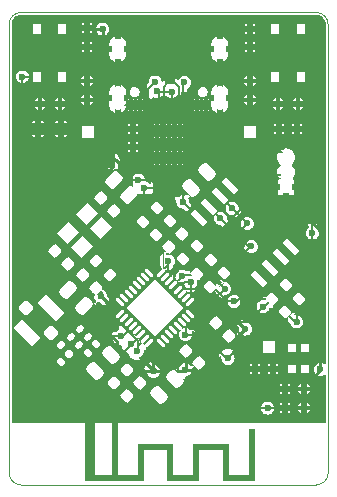
<source format=gts>
G04 #@! TF.GenerationSoftware,KiCad,Pcbnew,8.0.7-8.0.7-0~ubuntu24.04.1*
G04 #@! TF.CreationDate,2025-01-06T08:55:20-05:00*
G04 #@! TF.ProjectId,ESP32_C3_LVGL_DEVBOARD,45535033-325f-4433-935f-4c56474c5f44,rev?*
G04 #@! TF.SameCoordinates,Original*
G04 #@! TF.FileFunction,Soldermask,Top*
G04 #@! TF.FilePolarity,Negative*
%FSLAX46Y46*%
G04 Gerber Fmt 4.6, Leading zero omitted, Abs format (unit mm)*
G04 Created by KiCad (PCBNEW 8.0.7-8.0.7-0~ubuntu24.04.1) date 2025-01-06 08:55:20*
%MOMM*%
%LPD*%
G01*
G04 APERTURE LIST*
G04 Aperture macros list*
%AMRoundRect*
0 Rectangle with rounded corners*
0 $1 Rounding radius*
0 $2 $3 $4 $5 $6 $7 $8 $9 X,Y pos of 4 corners*
0 Add a 4 corners polygon primitive as box body*
4,1,4,$2,$3,$4,$5,$6,$7,$8,$9,$2,$3,0*
0 Add four circle primitives for the rounded corners*
1,1,$1+$1,$2,$3*
1,1,$1+$1,$4,$5*
1,1,$1+$1,$6,$7*
1,1,$1+$1,$8,$9*
0 Add four rect primitives between the rounded corners*
20,1,$1+$1,$2,$3,$4,$5,0*
20,1,$1+$1,$4,$5,$6,$7,0*
20,1,$1+$1,$6,$7,$8,$9,0*
20,1,$1+$1,$8,$9,$2,$3,0*%
%AMRotRect*
0 Rectangle, with rotation*
0 The origin of the aperture is its center*
0 $1 length*
0 $2 width*
0 $3 Rotation angle, in degrees counterclockwise*
0 Add horizontal line*
21,1,$1,$2,0,0,$3*%
G04 Aperture macros list end*
%ADD10RoundRect,0.225000X-0.335876X-0.017678X-0.017678X-0.335876X0.335876X0.017678X0.017678X0.335876X0*%
%ADD11RoundRect,0.200000X-0.335876X-0.053033X-0.053033X-0.335876X0.335876X0.053033X0.053033X0.335876X0*%
%ADD12R,1.000000X1.000000*%
%ADD13RoundRect,0.225000X0.225000X0.250000X-0.225000X0.250000X-0.225000X-0.250000X0.225000X-0.250000X0*%
%ADD14RoundRect,0.200000X-0.275000X0.200000X-0.275000X-0.200000X0.275000X-0.200000X0.275000X0.200000X0*%
%ADD15RoundRect,0.225000X-0.017678X0.335876X-0.335876X0.017678X0.017678X-0.335876X0.335876X-0.017678X0*%
%ADD16RoundRect,0.200000X0.053033X-0.335876X0.335876X-0.053033X-0.053033X0.335876X-0.335876X0.053033X0*%
%ADD17R,0.650000X0.950000*%
%ADD18RoundRect,0.200000X-0.053033X0.335876X-0.335876X0.053033X0.053033X-0.335876X0.335876X-0.053033X0*%
%ADD19RoundRect,0.218750X0.256250X-0.218750X0.256250X0.218750X-0.256250X0.218750X-0.256250X-0.218750X0*%
%ADD20O,1.000000X1.000000*%
%ADD21RoundRect,0.147500X0.017678X-0.226274X0.226274X-0.017678X-0.017678X0.226274X-0.226274X0.017678X0*%
%ADD22RotRect,1.400000X1.200000X45.000000*%
%ADD23RoundRect,0.140000X0.219203X0.021213X0.021213X0.219203X-0.219203X-0.021213X-0.021213X-0.219203X0*%
%ADD24RoundRect,0.225000X0.335876X0.017678X0.017678X0.335876X-0.335876X-0.017678X-0.017678X-0.335876X0*%
%ADD25RoundRect,0.250000X0.503814X0.132583X0.132583X0.503814X-0.503814X-0.132583X-0.132583X-0.503814X0*%
%ADD26RoundRect,0.150000X-0.150000X0.512500X-0.150000X-0.512500X0.150000X-0.512500X0.150000X0.512500X0*%
%ADD27RoundRect,0.250000X0.159099X-0.512652X0.512652X-0.159099X-0.159099X0.512652X-0.512652X0.159099X0*%
%ADD28RoundRect,0.250000X0.512652X0.159099X0.159099X0.512652X-0.512652X-0.159099X-0.159099X-0.512652X0*%
%ADD29RoundRect,0.250000X-0.159099X0.512652X-0.512652X0.159099X0.159099X-0.512652X0.512652X-0.159099X0*%
%ADD30RoundRect,0.160000X0.000000X0.226274X-0.226274X0.000000X0.000000X-0.226274X0.226274X0.000000X0*%
%ADD31RoundRect,0.135000X0.226274X0.035355X0.035355X0.226274X-0.226274X-0.035355X-0.035355X-0.226274X0*%
%ADD32RoundRect,0.135000X-0.035355X0.226274X-0.226274X0.035355X0.035355X-0.226274X0.226274X-0.035355X0*%
%ADD33RoundRect,0.200000X0.200000X0.275000X-0.200000X0.275000X-0.200000X-0.275000X0.200000X-0.275000X0*%
%ADD34RoundRect,0.250000X0.250000X0.475000X-0.250000X0.475000X-0.250000X-0.475000X0.250000X-0.475000X0*%
%ADD35RoundRect,0.218750X0.026517X-0.335876X0.335876X-0.026517X-0.026517X0.335876X-0.335876X0.026517X0*%
%ADD36RoundRect,0.218750X-0.256250X0.218750X-0.256250X-0.218750X0.256250X-0.218750X0.256250X0.218750X0*%
%ADD37RoundRect,0.062500X-0.220971X-0.309359X0.309359X0.220971X0.220971X0.309359X-0.309359X-0.220971X0*%
%ADD38RoundRect,0.062500X0.220971X-0.309359X0.309359X-0.220971X-0.220971X0.309359X-0.309359X0.220971X0*%
%ADD39RotRect,3.450000X3.450000X45.000000*%
%ADD40RotRect,1.524000X0.533400X135.000000*%
%ADD41RoundRect,0.100000X0.000000X0.565685X-0.565685X0.000000X0.000000X-0.565685X0.565685X0.000000X0*%
%ADD42RoundRect,0.105000X-0.406586X1.000556X-1.000556X0.406586X0.406586X-1.000556X1.000556X-0.406586X0*%
%ADD43C,0.650000*%
%ADD44RoundRect,0.150000X0.150000X0.425000X-0.150000X0.425000X-0.150000X-0.425000X0.150000X-0.425000X0*%
%ADD45RoundRect,0.075000X0.075000X0.500000X-0.075000X0.500000X-0.075000X-0.500000X0.075000X-0.500000X0*%
%ADD46O,1.000000X2.100000*%
%ADD47O,1.000000X1.800000*%
%ADD48R,0.700000X0.700000*%
%ADD49RoundRect,0.225000X-0.250000X0.225000X-0.250000X-0.225000X0.250000X-0.225000X0.250000X0.225000X0*%
%ADD50RoundRect,0.225000X0.017678X-0.335876X0.335876X-0.017678X-0.017678X0.335876X-0.335876X0.017678X0*%
G04 #@! TA.AperFunction,ComponentPad*
%ADD51R,1.000000X1.000000*%
G04 #@! TD*
G04 #@! TA.AperFunction,ComponentPad*
%ADD52O,1.000000X1.000000*%
G04 #@! TD*
G04 #@! TA.AperFunction,ComponentPad*
%ADD53O,1.000000X2.100000*%
G04 #@! TD*
G04 #@! TA.AperFunction,ComponentPad*
%ADD54O,1.000000X1.800000*%
G04 #@! TD*
G04 #@! TA.AperFunction,ComponentPad*
%ADD55R,0.900000X0.500000*%
G04 #@! TD*
G04 #@! TA.AperFunction,SMDPad,CuDef*
%ADD56RoundRect,0.200000X-0.053033X0.335876X-0.335876X0.053033X0.053033X-0.335876X0.335876X-0.053033X0*%
G04 #@! TD*
G04 #@! TA.AperFunction,SMDPad,CuDef*
%ADD57RoundRect,0.250000X-0.475000X0.250000X-0.475000X-0.250000X0.475000X-0.250000X0.475000X0.250000X0*%
G04 #@! TD*
G04 #@! TA.AperFunction,SMDPad,CuDef*
%ADD58RoundRect,0.150000X0.512500X0.150000X-0.512500X0.150000X-0.512500X-0.150000X0.512500X-0.150000X0*%
G04 #@! TD*
G04 #@! TA.AperFunction,SMDPad,CuDef*
%ADD59RoundRect,0.200000X-0.335876X-0.053033X-0.053033X-0.335876X0.335876X0.053033X0.053033X0.335876X0*%
G04 #@! TD*
G04 #@! TA.AperFunction,SMDPad,CuDef*
%ADD60RoundRect,0.200000X-0.275000X0.200000X-0.275000X-0.200000X0.275000X-0.200000X0.275000X0.200000X0*%
G04 #@! TD*
G04 #@! TA.AperFunction,SMDPad,CuDef*
%ADD61RoundRect,0.250000X0.425000X-0.450000X0.425000X0.450000X-0.425000X0.450000X-0.425000X-0.450000X0*%
G04 #@! TD*
G04 #@! TA.AperFunction,SMDPad,CuDef*
%ADD62RoundRect,0.375000X-0.375000X0.625000X-0.375000X-0.625000X0.375000X-0.625000X0.375000X0.625000X0*%
G04 #@! TD*
G04 #@! TA.AperFunction,SMDPad,CuDef*
%ADD63RoundRect,0.500000X-1.400000X0.500000X-1.400000X-0.500000X1.400000X-0.500000X1.400000X0.500000X0*%
G04 #@! TD*
G04 #@! TA.AperFunction,SMDPad,CuDef*
%ADD64RoundRect,0.225000X0.250000X-0.225000X0.250000X0.225000X-0.250000X0.225000X-0.250000X-0.225000X0*%
G04 #@! TD*
G04 #@! TA.AperFunction,SMDPad,CuDef*
%ADD65RoundRect,0.225000X-0.250000X0.225000X-0.250000X-0.225000X0.250000X-0.225000X0.250000X0.225000X0*%
G04 #@! TD*
G04 #@! TA.AperFunction,ViaPad*
%ADD66C,0.600000*%
G04 #@! TD*
G04 #@! TA.AperFunction,ViaPad*
%ADD67C,0.350000*%
G04 #@! TD*
G04 #@! TA.AperFunction,Conductor*
%ADD68C,0.200000*%
G04 #@! TD*
G04 #@! TA.AperFunction,Conductor*
%ADD69C,0.241300*%
G04 #@! TD*
G04 #@! TA.AperFunction,Conductor*
%ADD70C,0.203200*%
G04 #@! TD*
%ADD71RoundRect,0.250000X-0.475000X0.250000X-0.475000X-0.250000X0.475000X-0.250000X0.475000X0.250000X0*%
%ADD72RoundRect,0.150000X0.512500X0.150000X-0.512500X0.150000X-0.512500X-0.150000X0.512500X-0.150000X0*%
%ADD73RoundRect,0.250000X0.425000X-0.450000X0.425000X0.450000X-0.425000X0.450000X-0.425000X-0.450000X0*%
%ADD74RoundRect,0.375000X-0.375000X0.625000X-0.375000X-0.625000X0.375000X-0.625000X0.375000X0.625000X0*%
%ADD75RoundRect,0.500000X-1.400000X0.500000X-1.400000X-0.500000X1.400000X-0.500000X1.400000X0.500000X0*%
%ADD76RoundRect,0.225000X0.250000X-0.225000X0.250000X0.225000X-0.250000X0.225000X-0.250000X-0.225000X0*%
%ADD77C,0.153000*%
%ADD78C,0.120000*%
%ADD79C,0.000000*%
G04 #@! TA.AperFunction,EtchedComponent*
%ADD80C,0.000000*%
G04 #@! TD*
G04 #@! TA.AperFunction,SMDPad,CuDef*
%ADD81RoundRect,0.225000X-0.335876X-0.017678X-0.017678X-0.335876X0.335876X0.017678X0.017678X0.335876X0*%
G04 #@! TD*
G04 #@! TA.AperFunction,SMDPad,CuDef*
%ADD82R,1.000000X1.000000*%
G04 #@! TD*
G04 #@! TA.AperFunction,SMDPad,CuDef*
%ADD83RoundRect,0.225000X0.225000X0.250000X-0.225000X0.250000X-0.225000X-0.250000X0.225000X-0.250000X0*%
G04 #@! TD*
G04 #@! TA.AperFunction,SMDPad,CuDef*
%ADD84RoundRect,0.225000X-0.017678X0.335876X-0.335876X0.017678X0.017678X-0.335876X0.335876X-0.017678X0*%
G04 #@! TD*
G04 #@! TA.AperFunction,SMDPad,CuDef*
%ADD85RoundRect,0.200000X0.053033X-0.335876X0.335876X-0.053033X-0.053033X0.335876X-0.335876X0.053033X0*%
G04 #@! TD*
G04 #@! TA.AperFunction,SMDPad,CuDef*
%ADD86R,0.650000X0.950000*%
G04 #@! TD*
G04 #@! TA.AperFunction,SMDPad,CuDef*
%ADD87RoundRect,0.218750X0.256250X-0.218750X0.256250X0.218750X-0.256250X0.218750X-0.256250X-0.218750X0*%
G04 #@! TD*
G04 #@! TA.AperFunction,SMDPad,CuDef*
%ADD88RoundRect,0.147500X0.017678X-0.226274X0.226274X-0.017678X-0.017678X0.226274X-0.226274X0.017678X0*%
G04 #@! TD*
G04 #@! TA.AperFunction,SMDPad,CuDef*
%ADD89RotRect,1.400000X1.200000X45.000000*%
G04 #@! TD*
G04 #@! TA.AperFunction,SMDPad,CuDef*
%ADD90RoundRect,0.140000X0.219203X0.021213X0.021213X0.219203X-0.219203X-0.021213X-0.021213X-0.219203X0*%
G04 #@! TD*
G04 #@! TA.AperFunction,SMDPad,CuDef*
%ADD91RoundRect,0.225000X0.335876X0.017678X0.017678X0.335876X-0.335876X-0.017678X-0.017678X-0.335876X0*%
G04 #@! TD*
G04 #@! TA.AperFunction,SMDPad,CuDef*
%ADD92RoundRect,0.250000X0.503814X0.132583X0.132583X0.503814X-0.503814X-0.132583X-0.132583X-0.503814X0*%
G04 #@! TD*
G04 #@! TA.AperFunction,SMDPad,CuDef*
%ADD93RoundRect,0.150000X-0.150000X0.512500X-0.150000X-0.512500X0.150000X-0.512500X0.150000X0.512500X0*%
G04 #@! TD*
G04 #@! TA.AperFunction,SMDPad,CuDef*
%ADD94RoundRect,0.250000X0.159099X-0.512652X0.512652X-0.159099X-0.159099X0.512652X-0.512652X0.159099X0*%
G04 #@! TD*
G04 #@! TA.AperFunction,SMDPad,CuDef*
%ADD95RoundRect,0.250000X0.512652X0.159099X0.159099X0.512652X-0.512652X-0.159099X-0.159099X-0.512652X0*%
G04 #@! TD*
G04 #@! TA.AperFunction,SMDPad,CuDef*
%ADD96RoundRect,0.250000X-0.159099X0.512652X-0.512652X0.159099X0.159099X-0.512652X0.512652X-0.159099X0*%
G04 #@! TD*
G04 #@! TA.AperFunction,SMDPad,CuDef*
%ADD97RoundRect,0.160000X0.000000X0.226274X-0.226274X0.000000X0.000000X-0.226274X0.226274X0.000000X0*%
G04 #@! TD*
G04 #@! TA.AperFunction,SMDPad,CuDef*
%ADD98RoundRect,0.135000X0.226274X0.035355X0.035355X0.226274X-0.226274X-0.035355X-0.035355X-0.226274X0*%
G04 #@! TD*
G04 #@! TA.AperFunction,SMDPad,CuDef*
%ADD99RoundRect,0.135000X-0.035355X0.226274X-0.226274X0.035355X0.035355X-0.226274X0.226274X-0.035355X0*%
G04 #@! TD*
G04 #@! TA.AperFunction,SMDPad,CuDef*
%ADD100RoundRect,0.200000X0.200000X0.275000X-0.200000X0.275000X-0.200000X-0.275000X0.200000X-0.275000X0*%
G04 #@! TD*
G04 #@! TA.AperFunction,SMDPad,CuDef*
%ADD101RoundRect,0.250000X0.250000X0.475000X-0.250000X0.475000X-0.250000X-0.475000X0.250000X-0.475000X0*%
G04 #@! TD*
G04 #@! TA.AperFunction,SMDPad,CuDef*
%ADD102RoundRect,0.218750X0.026517X-0.335876X0.335876X-0.026517X-0.026517X0.335876X-0.335876X0.026517X0*%
G04 #@! TD*
G04 #@! TA.AperFunction,SMDPad,CuDef*
%ADD103RoundRect,0.218750X-0.256250X0.218750X-0.256250X-0.218750X0.256250X-0.218750X0.256250X0.218750X0*%
G04 #@! TD*
G04 #@! TA.AperFunction,SMDPad,CuDef*
%ADD104RoundRect,0.062500X-0.220971X-0.309359X0.309359X0.220971X0.220971X0.309359X-0.309359X-0.220971X0*%
G04 #@! TD*
G04 #@! TA.AperFunction,SMDPad,CuDef*
%ADD105RoundRect,0.062500X0.220971X-0.309359X0.309359X-0.220971X-0.220971X0.309359X-0.309359X0.220971X0*%
G04 #@! TD*
G04 #@! TA.AperFunction,HeatsinkPad*
%ADD106RotRect,3.450000X3.450000X45.000000*%
G04 #@! TD*
G04 #@! TA.AperFunction,SMDPad,CuDef*
%ADD107RotRect,1.524000X0.533400X135.000000*%
G04 #@! TD*
G04 #@! TA.AperFunction,SMDPad,CuDef*
%ADD108RoundRect,0.100000X0.000000X0.565685X-0.565685X0.000000X0.000000X-0.565685X0.565685X0.000000X0*%
G04 #@! TD*
G04 #@! TA.AperFunction,SMDPad,CuDef*
%ADD109RoundRect,0.105000X-0.406586X1.000556X-1.000556X0.406586X0.406586X-1.000556X1.000556X-0.406586X0*%
G04 #@! TD*
G04 #@! TA.AperFunction,SMDPad,CuDef*
%ADD110RoundRect,0.150000X0.150000X0.425000X-0.150000X0.425000X-0.150000X-0.425000X0.150000X-0.425000X0*%
G04 #@! TD*
G04 #@! TA.AperFunction,SMDPad,CuDef*
%ADD111RoundRect,0.075000X0.075000X0.500000X-0.075000X0.500000X-0.075000X-0.500000X0.075000X-0.500000X0*%
G04 #@! TD*
G04 #@! TA.AperFunction,SMDPad,CuDef*
%ADD112R,0.700000X0.700000*%
G04 #@! TD*
G04 #@! TA.AperFunction,SMDPad,CuDef*
%ADD113RoundRect,0.225000X0.017678X-0.335876X0.335876X-0.017678X-0.017678X0.335876X-0.335876X0.017678X0*%
G04 #@! TD*
G04 #@! TA.AperFunction,ConnectorPad*
%ADD114R,0.500000X0.500000*%
G04 #@! TD*
G04 #@! TA.AperFunction,Conductor*
%ADD115C,0.101600*%
G04 #@! TD*
G04 #@! TA.AperFunction,Conductor*
%ADD116C,0.156464*%
G04 #@! TD*
%ADD117RoundRect,0.232500X0.000000X-0.328805X0.328805X0.000000X0.000000X0.328805X-0.328805X0.000000X0*%
%ADD118C,0.100000*%
%ADD119C,0.152400*%
%ADD120C,0.319258*%
G04 #@! TA.AperFunction,Profile*
%ADD121C,0.050000*%
G04 #@! TD*
G04 APERTURE END LIST*
D10*
X158025000Y-91775000D03*
X159121016Y-92871016D03*
D11*
X147849956Y-86526085D03*
X149016682Y-87692811D03*
D12*
X160850000Y-75652500D03*
D13*
X164875000Y-75370000D03*
X163325000Y-75370000D03*
D14*
X165450000Y-97347500D03*
X165450000Y-98997500D03*
D15*
X155133319Y-84259448D03*
X154037303Y-85355464D03*
D16*
X151846948Y-83230819D03*
X153013674Y-82064093D03*
D17*
X163040000Y-70970000D03*
X163040000Y-66930000D03*
X165200000Y-70970000D03*
X165200000Y-66930000D03*
D18*
X158666726Y-87583274D03*
X157500000Y-88750000D03*
D19*
X160900000Y-68442500D03*
X160900000Y-66867500D03*
D13*
X162850000Y-95725000D03*
X161300000Y-95725000D03*
D10*
X148312303Y-81188432D03*
X149408319Y-82284448D03*
X155476992Y-94126992D03*
X156573008Y-95223008D03*
D12*
X163950000Y-80300000D03*
D20*
X163950000Y-79030000D03*
X163950000Y-77760000D03*
D21*
X147150000Y-94300000D03*
X147835894Y-93614106D03*
D12*
X147140000Y-75652500D03*
D18*
X157583363Y-86466637D03*
X156416637Y-87633363D03*
X163893674Y-88574093D03*
X162726948Y-89740819D03*
D22*
X146704676Y-85342075D03*
X148260311Y-83786440D03*
X147058230Y-82584359D03*
X145502595Y-84139994D03*
D23*
X146402358Y-93646464D03*
X145723536Y-92967642D03*
D24*
X145456327Y-86782456D03*
X144360311Y-85686440D03*
D25*
X150645235Y-80995235D03*
X149354765Y-79704765D03*
D26*
X154950000Y-75562500D03*
X154000000Y-75562500D03*
X153050000Y-75562500D03*
X153050000Y-77837500D03*
X154000000Y-77837500D03*
X154950000Y-77837500D03*
D12*
X162525000Y-93825000D03*
D18*
X156358363Y-85241637D03*
X155191637Y-86408363D03*
D27*
X153178249Y-97871751D03*
X154521751Y-96528249D03*
D28*
X146843502Y-90343502D03*
X145500000Y-89000000D03*
D29*
X149146751Y-94478249D03*
X147803249Y-95821751D03*
D30*
X145590071Y-94386837D03*
D31*
X144865287Y-93647911D03*
D32*
X144868822Y-95108086D03*
D33*
X144770000Y-73230000D03*
X143120000Y-73230000D03*
D18*
X154088674Y-83139093D03*
X152921948Y-84305819D03*
D17*
X142820000Y-70960000D03*
X142820000Y-66920000D03*
X144980000Y-70960000D03*
X144980000Y-66920000D03*
D24*
X147846016Y-88796016D03*
X146750000Y-87700000D03*
D34*
X144875000Y-75370000D03*
X142975000Y-75370000D03*
D35*
X149343153Y-96856847D03*
X150456847Y-95743153D03*
D23*
X147131769Y-92945875D03*
X146452947Y-92267053D03*
D36*
X163810000Y-97425000D03*
X163810000Y-99000000D03*
D37*
X149899301Y-90993592D03*
X150252855Y-91347145D03*
X150606408Y-91700699D03*
X150959962Y-92054252D03*
X151313515Y-92407805D03*
X151667068Y-92761359D03*
X152020622Y-93114912D03*
X152374175Y-93468466D03*
D38*
X153346447Y-93468466D03*
X153700000Y-93114912D03*
X154053554Y-92761359D03*
X154407107Y-92407805D03*
X154760660Y-92054252D03*
X155114214Y-91700699D03*
X155467767Y-91347145D03*
X155821321Y-90993592D03*
D37*
X155821321Y-90021320D03*
X155467767Y-89667767D03*
X155114214Y-89314213D03*
X154760660Y-88960660D03*
X154407107Y-88607107D03*
X154053554Y-88253553D03*
X153700000Y-87900000D03*
X153346447Y-87546446D03*
D38*
X152374175Y-87546446D03*
X152020622Y-87900000D03*
X151667068Y-88253553D03*
X151313515Y-88607107D03*
X150959962Y-88960660D03*
X150606408Y-89314213D03*
X150252855Y-89667767D03*
X149899301Y-90021320D03*
D39*
X152860311Y-90507456D03*
D33*
X164925000Y-73230000D03*
X163275000Y-73230000D03*
D27*
X155900000Y-80375000D03*
X157243502Y-79031498D03*
D40*
X161690606Y-88031828D03*
X162588632Y-87133802D03*
X163486657Y-86235777D03*
X164384683Y-85337751D03*
X159230016Y-80183084D03*
X158331990Y-81081110D03*
X157433965Y-81979135D03*
X156535939Y-82877161D03*
D14*
X147090000Y-71272500D03*
X147090000Y-72922500D03*
D41*
X144075000Y-92625000D03*
D42*
X141971357Y-92607323D03*
D41*
X141953680Y-90503680D03*
D42*
X144057323Y-90521357D03*
D43*
X156890000Y-72225000D03*
X151110000Y-72225000D03*
D44*
X157200000Y-73360000D03*
X156400000Y-73360000D03*
D45*
X155250000Y-73360000D03*
X154250000Y-73360000D03*
X153750000Y-73360000D03*
X152750000Y-73360000D03*
D44*
X151600000Y-73360000D03*
X150800000Y-73360000D03*
X150800000Y-73360000D03*
X151600000Y-73360000D03*
D45*
X152250000Y-73360000D03*
X153250000Y-73360000D03*
X154750000Y-73360000D03*
X155750000Y-73360000D03*
D44*
X156400000Y-73360000D03*
X157200000Y-73360000D03*
D46*
X158320000Y-72785000D03*
D47*
X158320000Y-68605000D03*
D46*
X149680000Y-72785000D03*
D47*
X149680000Y-68605000D03*
D14*
X160900000Y-71272500D03*
X160900000Y-72922500D03*
D19*
X147090000Y-68432500D03*
X147090000Y-66857500D03*
D48*
X164450000Y-95715000D03*
X165550000Y-95715000D03*
X165550000Y-93885000D03*
X164450000Y-93885000D03*
D49*
X151000000Y-75355000D03*
X151000000Y-76905000D03*
D50*
X150451992Y-97973008D03*
X151548008Y-96876992D03*
D18*
X165043674Y-89724093D03*
X163876948Y-90890819D03*
D51*
X163950000Y-80300000D03*
D52*
X163950000Y-79030000D03*
X163950000Y-77760000D03*
D53*
X158320000Y-72785000D03*
D54*
X158320000Y-68605000D03*
D53*
X149680000Y-72785000D03*
D54*
X149680000Y-68605000D03*
D55*
X147350000Y-100050000D03*
D56*
X149783363Y-94716637D03*
X148616637Y-95883363D03*
D57*
X145600000Y-75600000D03*
X145600000Y-77500000D03*
D58*
X162337500Y-77350000D03*
X162337500Y-78300000D03*
X162337500Y-79250000D03*
X160062500Y-79250000D03*
X160062500Y-78300000D03*
X160062500Y-77350000D03*
D59*
X156575000Y-93125000D03*
X157741726Y-94291726D03*
D60*
X155240000Y-76425000D03*
X155240000Y-78075000D03*
D61*
X152600000Y-86360000D03*
X152600000Y-83660000D03*
D62*
X145580000Y-79772500D03*
X147880000Y-79772500D03*
D63*
X147880000Y-86072500D03*
D62*
X150180000Y-79772500D03*
D60*
X153130000Y-76425000D03*
X153130000Y-78075000D03*
D64*
X158225000Y-78125000D03*
X158225000Y-76575000D03*
D65*
X150500000Y-75995000D03*
X150500000Y-77545000D03*
D66*
X162741667Y-84491750D03*
X153141667Y-69291750D03*
X144341667Y-82091750D03*
D67*
X146975000Y-98624848D03*
X144544708Y-97053071D03*
D66*
X143541667Y-98891750D03*
D67*
X149900000Y-99375000D03*
D66*
X142741667Y-81291750D03*
D67*
X154375000Y-89775000D03*
D66*
X165941667Y-69291750D03*
D67*
X149675000Y-98850000D03*
D66*
X145141667Y-69291750D03*
X142741667Y-82091750D03*
D67*
X152125000Y-88950000D03*
D66*
X141941667Y-99691750D03*
X165141667Y-82091750D03*
X143541667Y-96491750D03*
X143541667Y-81291750D03*
X142741667Y-78891750D03*
X152341667Y-66891750D03*
X142741667Y-96491750D03*
X154741667Y-67691750D03*
X142741667Y-99691750D03*
X143541667Y-82891750D03*
D67*
X146366888Y-98579086D03*
D66*
X153141667Y-66891750D03*
D67*
X148850090Y-99473487D03*
X152150000Y-92075000D03*
D66*
X142741667Y-84491750D03*
D67*
X151325000Y-91225000D03*
X151300000Y-89775000D03*
X147587735Y-98624850D03*
X152825000Y-89675000D03*
D66*
X165141667Y-69291750D03*
D67*
X146323487Y-97525090D03*
X145425000Y-98150000D03*
D66*
X154741667Y-69291750D03*
D67*
X152000000Y-90450000D03*
D66*
X141941667Y-98091750D03*
X143541667Y-83691750D03*
X143541667Y-98091750D03*
X141941667Y-94891750D03*
D67*
X144368822Y-95638454D03*
D66*
X145941667Y-99691750D03*
X144341667Y-68491750D03*
X153141667Y-68491750D03*
X154741667Y-98091750D03*
D67*
X148133544Y-97687826D03*
D66*
X143541667Y-95691750D03*
X142741667Y-95691750D03*
D67*
X153700000Y-90500000D03*
D66*
X155541667Y-66891750D03*
X142741667Y-79691750D03*
X144341667Y-98891750D03*
D67*
X145850000Y-98400000D03*
D66*
X142741667Y-77291750D03*
D67*
X148557543Y-99039437D03*
D66*
X144341667Y-69291750D03*
D67*
X145761273Y-97104379D03*
D66*
X149941667Y-66891750D03*
X143541667Y-79691750D03*
X165141667Y-68491750D03*
D67*
X148532245Y-97821998D03*
D66*
X164341667Y-69291750D03*
D67*
X145468728Y-96670333D03*
D66*
X141941667Y-96491750D03*
D67*
X149325000Y-98400000D03*
D66*
X151800000Y-78000000D03*
D67*
X144368972Y-96181087D03*
D66*
X145141667Y-68491750D03*
D67*
X147612265Y-97625150D03*
D66*
X143541667Y-80491750D03*
X143541667Y-94891750D03*
D67*
X144414452Y-96625616D03*
D66*
X153941667Y-69291750D03*
X153941667Y-67691750D03*
X153141667Y-67691750D03*
X151541667Y-67691750D03*
X149300000Y-84450000D03*
X141941667Y-95691750D03*
X142741667Y-78091750D03*
X143541667Y-82091750D03*
X151541667Y-68491750D03*
X153941667Y-68491750D03*
X161941667Y-97291750D03*
D67*
X147000000Y-97625150D03*
X145368672Y-96156557D03*
D66*
X142741667Y-94891750D03*
X165941667Y-68491750D03*
X152341667Y-68491750D03*
X142741667Y-98891750D03*
D67*
X148900237Y-98025854D03*
X145375000Y-95650000D03*
D66*
X143541667Y-99691750D03*
X144341667Y-99691750D03*
X145141667Y-82091750D03*
X161141667Y-97291750D03*
X164341667Y-68491750D03*
X141941667Y-97291750D03*
D67*
X152875000Y-91350000D03*
X153600000Y-88950000D03*
D66*
X154050000Y-74450000D03*
X151541667Y-66891750D03*
X141941667Y-98891750D03*
X151541667Y-69291750D03*
X154741667Y-68491750D03*
X152341667Y-67691750D03*
X142741667Y-88491750D03*
X154741667Y-66891750D03*
D67*
X144754859Y-97447432D03*
X148101511Y-98724906D03*
D66*
X145141667Y-99691750D03*
D67*
X154425000Y-91250000D03*
X145037029Y-97793923D03*
D66*
X157300000Y-77300000D03*
X142741667Y-82891750D03*
X142741667Y-83691750D03*
X152341667Y-69291750D03*
X141941667Y-88491750D03*
X143541667Y-97291750D03*
X141941667Y-87691750D03*
D67*
X153600000Y-92075000D03*
D66*
X142741667Y-80491750D03*
X142741667Y-98091750D03*
X142741667Y-97291750D03*
X150741667Y-66891750D03*
X153941667Y-66891750D03*
X149300000Y-78000000D03*
X166850000Y-95725000D03*
X154250000Y-72200000D03*
X152993109Y-72187098D03*
X143925000Y-74275000D03*
X162200000Y-75600000D03*
X160489326Y-92300000D03*
X148230000Y-89520000D03*
X152725000Y-95883363D03*
X148400000Y-66900000D03*
X155425000Y-95750000D03*
X150800000Y-93550000D03*
X155425000Y-92775000D03*
X166175000Y-84175000D03*
X159025000Y-94775000D03*
X155200000Y-81550000D03*
X158750000Y-88900000D03*
X164850000Y-91700000D03*
X155858718Y-88348236D03*
X151923331Y-80329785D03*
X159525000Y-89950000D03*
X155113987Y-87807062D03*
X153975000Y-86550000D03*
X162000000Y-90400000D03*
X151430000Y-79700000D03*
X152850000Y-71400000D03*
X155325000Y-71425000D03*
X158375000Y-82925000D03*
X161000000Y-85300000D03*
X159375000Y-82075000D03*
X160650000Y-83350000D03*
X151338140Y-94141954D03*
X141600000Y-70950000D03*
X150000000Y-92875000D03*
X162375000Y-99000000D03*
D68*
X163629999Y-80320000D02*
X164262500Y-80320000D01*
D69*
X149525000Y-78000000D02*
X149300000Y-78000000D01*
X166850000Y-83972268D02*
X166850000Y-95725000D01*
X150180000Y-80605000D02*
X150525435Y-80950435D01*
X150180000Y-79772500D02*
X150180000Y-78655000D01*
X166052732Y-83175000D02*
X166850000Y-83972268D01*
X150525435Y-80950435D02*
X154820215Y-80950435D01*
X155000000Y-80770650D02*
X161570650Y-80770650D01*
X150180000Y-78655000D02*
X149525000Y-78000000D01*
X161570650Y-80770650D02*
X163975000Y-83175000D01*
X154820215Y-80950435D02*
X155000000Y-80770650D01*
X163975000Y-83175000D02*
X166052732Y-83175000D01*
X150180000Y-79772500D02*
X150180000Y-80605000D01*
D70*
X153006011Y-72200000D02*
X152993109Y-72187098D01*
X154250000Y-72200000D02*
X153006011Y-72200000D01*
D69*
X152725000Y-95883363D02*
X148616637Y-95883363D01*
X160825000Y-70600000D02*
X162200000Y-71975000D01*
X161200000Y-76900000D02*
X162200000Y-75900000D01*
X152650000Y-93880000D02*
X152650000Y-95883363D01*
X158858452Y-93175000D02*
X157741726Y-94291726D01*
X148400000Y-70600000D02*
X148400000Y-66900000D01*
X148230000Y-89520000D02*
X147880000Y-89170000D01*
X143925000Y-74275000D02*
X145250000Y-75600000D01*
X159614326Y-93175000D02*
X158858452Y-93175000D01*
X160062500Y-78300000D02*
X158400000Y-78300000D01*
X162200000Y-75900000D02*
X162200000Y-75600000D01*
X160489326Y-92300000D02*
X159614326Y-93175000D01*
X155425000Y-95750000D02*
X155450000Y-95775000D01*
X152725000Y-95883363D02*
X152650000Y-95883363D01*
X148230000Y-89520000D02*
X148290000Y-89520000D01*
X158400000Y-78300000D02*
X158225000Y-78125000D01*
X161200000Y-77824999D02*
X161200000Y-76900000D01*
X155450000Y-95775000D02*
X156258452Y-95775000D01*
X162200000Y-71975000D02*
X162200000Y-75600000D01*
X160724999Y-78300000D02*
X161200000Y-77824999D01*
X160062500Y-78300000D02*
X160724999Y-78300000D01*
X147880000Y-89170000D02*
X147880000Y-86072500D01*
X148290000Y-89520000D02*
X152650000Y-93880000D01*
X156258452Y-95775000D02*
X157741726Y-94291726D01*
X155425000Y-95750000D02*
X155291637Y-95883363D01*
X148400000Y-70600000D02*
X160825000Y-70600000D01*
X155291637Y-95883363D02*
X152725000Y-95883363D01*
X145600000Y-75600000D02*
X148400000Y-72800000D01*
X148400000Y-72800000D02*
X148400000Y-70600000D01*
X145250000Y-75600000D02*
X145600000Y-75600000D01*
D68*
X150800000Y-93700000D02*
X149783363Y-94716637D01*
X150800000Y-93550000D02*
X150800000Y-93700000D01*
X156225000Y-92775000D02*
X156575000Y-93125000D01*
X155425000Y-92775000D02*
X156225000Y-92775000D01*
X159050000Y-94775000D02*
X161525000Y-92300000D01*
X165098529Y-92300000D02*
X166175000Y-91223529D01*
X159025000Y-94775000D02*
X159050000Y-94775000D01*
X166175000Y-91223529D02*
X166175000Y-84175000D01*
X161525000Y-92300000D02*
X165098529Y-92300000D01*
X158750000Y-88900000D02*
X157850000Y-88000000D01*
X157850000Y-84200000D02*
X155200000Y-81550000D01*
X157850000Y-88000000D02*
X157850000Y-84200000D01*
X155858718Y-89407247D02*
X157751471Y-91300000D01*
X161751471Y-89800000D02*
X164525000Y-89800000D01*
X164525000Y-89800000D02*
X164850000Y-90125000D01*
X160251471Y-91300000D02*
X161751471Y-89800000D01*
X164850000Y-90125000D02*
X164850000Y-91700000D01*
X155858718Y-88348236D02*
X155858718Y-89407247D01*
X157751471Y-91300000D02*
X160251471Y-91300000D01*
X158325000Y-79250000D02*
X160062500Y-79250000D01*
X157225000Y-80350000D02*
X158325000Y-79250000D01*
X151923331Y-80329785D02*
X151943546Y-80350000D01*
X151943546Y-80350000D02*
X157225000Y-80350000D01*
X155172812Y-87748237D02*
X156749708Y-87748237D01*
X156749708Y-87748237D02*
X158951471Y-89950000D01*
X155113987Y-87807062D02*
X155172812Y-87748237D01*
X158951471Y-89950000D02*
X159525000Y-89950000D01*
X157330000Y-91700000D02*
X160700000Y-91700000D01*
X153975000Y-86550000D02*
X153975000Y-88345000D01*
X160700000Y-91700000D02*
X162000000Y-90400000D01*
X153975000Y-88345000D02*
X157330000Y-91700000D01*
X164212500Y-79000000D02*
X164262500Y-79050000D01*
X162337500Y-79250000D02*
X163730000Y-79250000D01*
X163730000Y-79250000D02*
X163950000Y-79030000D01*
X159650000Y-75650000D02*
X159650000Y-76937500D01*
X155925000Y-79700000D02*
X156650000Y-78975000D01*
X157100000Y-75300000D02*
X159300000Y-75300000D01*
X159300000Y-75300000D02*
X159650000Y-75650000D01*
X156650000Y-75750000D02*
X157100000Y-75300000D01*
X156650000Y-78975000D02*
X156650000Y-75750000D01*
X159650000Y-76937500D02*
X160062500Y-77350000D01*
X151430000Y-79700000D02*
X155925000Y-79700000D01*
X152250000Y-75545000D02*
X153130000Y-76425000D01*
X152250000Y-72000000D02*
X152250000Y-75545000D01*
X152850000Y-71400000D02*
X152250000Y-72000000D01*
X155240000Y-71510000D02*
X155240000Y-76425000D01*
X155325000Y-71425000D02*
X155240000Y-71510000D01*
X160750000Y-85300000D02*
X158375000Y-82925000D01*
X161000000Y-85300000D02*
X160750000Y-85300000D01*
X160650000Y-83350000D02*
X159375000Y-82075000D01*
X151400000Y-93301471D02*
X148523529Y-90425000D01*
X151400000Y-94080094D02*
X151400000Y-93301471D01*
X146525000Y-90425000D02*
X141600000Y-85500000D01*
X151338140Y-94141954D02*
X151400000Y-94080094D01*
X148523529Y-90425000D02*
X146525000Y-90425000D01*
X141600000Y-85500000D02*
X141600000Y-70950000D01*
X162337500Y-77350000D02*
X163540000Y-77350000D01*
X163540000Y-77350000D02*
X163950000Y-77760000D01*
X147923157Y-96723157D02*
X156023157Y-96723157D01*
X150000000Y-92875000D02*
X148000000Y-92875000D01*
X156023157Y-96723157D02*
X158300000Y-99000000D01*
X147650000Y-96450000D02*
X147923157Y-96723157D01*
X147650000Y-93225000D02*
X147650000Y-96450000D01*
X158300000Y-99000000D02*
X162375000Y-99000000D01*
X148000000Y-92875000D02*
X147650000Y-93225000D01*
G04 #@! TA.AperFunction,Conductor*
G36*
X166504842Y-65700977D02*
G01*
X166564184Y-65706821D01*
X166646271Y-65714906D01*
X166665302Y-65718691D01*
X166796628Y-65758528D01*
X166814551Y-65765953D01*
X166935581Y-65830645D01*
X166951710Y-65841421D01*
X167027196Y-65903371D01*
X167057794Y-65928482D01*
X167071517Y-65942205D01*
X167151092Y-66039168D01*
X167158575Y-66048285D01*
X167169357Y-66064422D01*
X167234045Y-66185445D01*
X167241472Y-66203375D01*
X167281307Y-66334694D01*
X167285093Y-66353728D01*
X167299023Y-66495156D01*
X167299500Y-66504860D01*
X167299500Y-83657871D01*
X167280593Y-83716062D01*
X167231093Y-83752026D01*
X167169907Y-83752026D01*
X167130497Y-83727875D01*
X167074436Y-83671815D01*
X167074435Y-83671815D01*
X166349729Y-82947109D01*
X166349728Y-82947107D01*
X166280625Y-82878004D01*
X166273435Y-82873853D01*
X166226969Y-82847025D01*
X166226967Y-82847025D01*
X166195992Y-82829141D01*
X166101595Y-82803847D01*
X166003869Y-82803847D01*
X165997806Y-82803847D01*
X165997790Y-82803848D01*
X164169744Y-82803848D01*
X164111553Y-82784941D01*
X164099740Y-82774852D01*
X161867647Y-80542759D01*
X161867646Y-80542757D01*
X161798543Y-80473654D01*
X161791353Y-80469503D01*
X161744887Y-80442675D01*
X161744885Y-80442675D01*
X161713910Y-80424791D01*
X161619513Y-80399497D01*
X161521787Y-80399497D01*
X161515724Y-80399497D01*
X161515708Y-80399498D01*
X157910195Y-80399498D01*
X157852004Y-80380591D01*
X157816040Y-80331091D01*
X157816040Y-80269905D01*
X157840191Y-80230494D01*
X158441187Y-79629498D01*
X158495704Y-79601721D01*
X158511191Y-79600502D01*
X159144012Y-79600502D01*
X159202203Y-79619409D01*
X159216032Y-79633239D01*
X159216439Y-79632833D01*
X159221946Y-79638340D01*
X159221948Y-79638343D01*
X159311657Y-79728052D01*
X159424695Y-79785648D01*
X159518481Y-79800502D01*
X160606518Y-79800501D01*
X160606521Y-79800501D01*
X160606522Y-79800500D01*
X160653411Y-79793074D01*
X160700300Y-79785649D01*
X160700300Y-79785648D01*
X160700305Y-79785648D01*
X160813343Y-79728052D01*
X160903052Y-79638343D01*
X160960648Y-79525305D01*
X160975502Y-79431519D01*
X160975501Y-79068482D01*
X160968004Y-79021142D01*
X160960649Y-78974699D01*
X160960648Y-78974697D01*
X160960648Y-78974695D01*
X160903052Y-78861657D01*
X160886396Y-78845001D01*
X160858621Y-78790487D01*
X160868192Y-78730055D01*
X160886395Y-78704999D01*
X160903052Y-78688343D01*
X160939055Y-78617682D01*
X160957256Y-78592631D01*
X161021995Y-78527893D01*
X161021995Y-78527891D01*
X161030141Y-78519746D01*
X161030144Y-78519741D01*
X161342442Y-78207444D01*
X161396956Y-78179669D01*
X161457388Y-78189240D01*
X161472198Y-78200000D01*
X163201670Y-78200000D01*
X163252777Y-78173958D01*
X163313209Y-78183529D01*
X163352092Y-78219068D01*
X163359521Y-78230891D01*
X163453628Y-78324998D01*
X163481404Y-78379513D01*
X163471833Y-78439945D01*
X163453629Y-78465000D01*
X163369001Y-78549628D01*
X163314487Y-78577404D01*
X163254055Y-78567833D01*
X163210790Y-78524568D01*
X163200000Y-78479623D01*
X163200000Y-78400001D01*
X163199999Y-78400000D01*
X161475002Y-78400000D01*
X161475001Y-78400001D01*
X161475001Y-78483216D01*
X161484912Y-78551250D01*
X161536214Y-78656189D01*
X161536216Y-78656191D01*
X161549312Y-78669288D01*
X161577089Y-78723806D01*
X161567515Y-78784237D01*
X161549311Y-78809293D01*
X161496949Y-78861655D01*
X161496948Y-78861657D01*
X161439353Y-78974691D01*
X161439352Y-78974695D01*
X161424498Y-79068477D01*
X161424498Y-79431520D01*
X161424499Y-79431523D01*
X161439350Y-79525300D01*
X161439352Y-79525304D01*
X161439352Y-79525305D01*
X161496948Y-79638343D01*
X161586657Y-79728052D01*
X161699695Y-79785648D01*
X161793481Y-79800502D01*
X162881518Y-79800501D01*
X162881521Y-79800501D01*
X162881522Y-79800500D01*
X162928411Y-79793074D01*
X162975300Y-79785649D01*
X162975300Y-79785648D01*
X162975305Y-79785648D01*
X163088343Y-79728052D01*
X163088346Y-79728048D01*
X163092809Y-79724807D01*
X163150999Y-79705899D01*
X163209190Y-79724806D01*
X163245154Y-79774306D01*
X163250000Y-79804899D01*
X163250000Y-80199999D01*
X163250001Y-80200000D01*
X163640331Y-80200000D01*
X163625000Y-80257213D01*
X163625000Y-80342787D01*
X163640331Y-80400000D01*
X163250001Y-80400000D01*
X163250000Y-80400001D01*
X163250000Y-80819700D01*
X163261603Y-80878036D01*
X163305806Y-80944189D01*
X163305810Y-80944193D01*
X163371963Y-80988396D01*
X163430299Y-80999999D01*
X163430303Y-81000000D01*
X163849999Y-81000000D01*
X163850000Y-80999999D01*
X163850000Y-80609669D01*
X163907213Y-80625000D01*
X163992787Y-80625000D01*
X164050000Y-80609669D01*
X164050000Y-80999999D01*
X164050001Y-81000000D01*
X164469697Y-81000000D01*
X164469700Y-80999999D01*
X164528036Y-80988396D01*
X164594189Y-80944193D01*
X164594193Y-80944189D01*
X164638396Y-80878036D01*
X164649999Y-80819700D01*
X164650000Y-80819697D01*
X164650000Y-80400001D01*
X164649999Y-80400000D01*
X164259669Y-80400000D01*
X164275000Y-80342787D01*
X164275000Y-80257213D01*
X164259669Y-80200000D01*
X164649999Y-80200000D01*
X164650000Y-80199999D01*
X164650000Y-79780302D01*
X164649999Y-79780299D01*
X164638396Y-79721963D01*
X164594193Y-79655810D01*
X164594188Y-79655805D01*
X164567842Y-79638201D01*
X164529963Y-79590151D01*
X164527561Y-79529012D01*
X164539019Y-79503214D01*
X164630456Y-79357695D01*
X164630456Y-79357693D01*
X164630458Y-79357691D01*
X164686315Y-79198059D01*
X164687199Y-79190213D01*
X164705251Y-79030004D01*
X164705251Y-79029995D01*
X164686316Y-78861946D01*
X164686313Y-78861934D01*
X164660725Y-78788809D01*
X164630458Y-78702309D01*
X164628692Y-78699499D01*
X164540481Y-78559112D01*
X164540480Y-78559111D01*
X164540479Y-78559109D01*
X164446371Y-78465001D01*
X164418596Y-78410487D01*
X164428167Y-78350055D01*
X164446370Y-78324999D01*
X164540479Y-78230891D01*
X164630458Y-78087691D01*
X164686315Y-77928059D01*
X164688163Y-77911657D01*
X164705251Y-77760004D01*
X164705251Y-77759995D01*
X164686316Y-77591946D01*
X164686313Y-77591934D01*
X164660840Y-77519137D01*
X164630458Y-77432309D01*
X164629375Y-77430586D01*
X164540481Y-77289112D01*
X164540480Y-77289111D01*
X164540479Y-77289109D01*
X164420891Y-77169521D01*
X164420888Y-77169519D01*
X164420887Y-77169518D01*
X164277692Y-77079542D01*
X164118065Y-77023686D01*
X164118053Y-77023683D01*
X163950004Y-77004749D01*
X163949996Y-77004749D01*
X163781943Y-77023684D01*
X163758721Y-77031809D01*
X163697551Y-77033179D01*
X163676526Y-77024099D01*
X163675288Y-77023384D01*
X163586146Y-76999498D01*
X163586144Y-76999498D01*
X163255988Y-76999498D01*
X163197797Y-76980591D01*
X163183967Y-76966760D01*
X163183561Y-76967167D01*
X163178053Y-76961659D01*
X163178052Y-76961657D01*
X163140898Y-76924503D01*
X163113123Y-76869989D01*
X163122694Y-76809557D01*
X163165959Y-76766292D01*
X163210904Y-76755502D01*
X164075996Y-76755502D01*
X164076000Y-76755502D01*
X164130313Y-76749663D01*
X164181824Y-76738457D01*
X164181828Y-76738455D01*
X164181832Y-76738455D01*
X164190896Y-76735968D01*
X164208199Y-76731221D01*
X164294829Y-76681889D01*
X164347633Y-76636134D01*
X164379258Y-76603360D01*
X164425467Y-76515024D01*
X164445152Y-76447985D01*
X164451362Y-76404794D01*
X164455502Y-76376004D01*
X164455502Y-72224003D01*
X164455501Y-72223995D01*
X164449663Y-72169687D01*
X164438457Y-72118176D01*
X164431221Y-72091801D01*
X164381889Y-72005171D01*
X164381888Y-72005170D01*
X164381887Y-72005168D01*
X164381885Y-72005166D01*
X164336148Y-71952382D01*
X164336139Y-71952372D01*
X164303359Y-71920741D01*
X164215023Y-71874532D01*
X164147997Y-71854851D01*
X164147989Y-71854849D01*
X164147985Y-71854848D01*
X164147980Y-71854847D01*
X164147979Y-71854847D01*
X164076004Y-71844498D01*
X164076000Y-71844498D01*
X162610382Y-71844498D01*
X162552191Y-71825591D01*
X162524646Y-71794999D01*
X162518752Y-71784790D01*
X162500428Y-71753052D01*
X162496996Y-71747107D01*
X162496995Y-71747106D01*
X162496994Y-71747104D01*
X162424436Y-71674547D01*
X162424435Y-71674547D01*
X161121997Y-70372109D01*
X161121996Y-70372107D01*
X161052893Y-70303004D01*
X161045703Y-70298853D01*
X160999237Y-70272025D01*
X160999235Y-70272025D01*
X160968260Y-70254141D01*
X160873863Y-70228847D01*
X160776137Y-70228847D01*
X160770074Y-70228847D01*
X160770058Y-70228848D01*
X148870152Y-70228848D01*
X148811961Y-70209941D01*
X148775997Y-70160441D01*
X148771152Y-70129848D01*
X148771152Y-68136055D01*
X148980000Y-68136055D01*
X148980000Y-68504999D01*
X148980001Y-68505000D01*
X149380000Y-68505000D01*
X149380000Y-68705000D01*
X148980001Y-68705000D01*
X148980000Y-68705001D01*
X148980000Y-69073944D01*
X149006901Y-69209183D01*
X149059666Y-69336571D01*
X149136271Y-69451220D01*
X149233779Y-69548728D01*
X149348428Y-69625333D01*
X149475817Y-69678098D01*
X149580000Y-69698822D01*
X149580000Y-69288788D01*
X149640504Y-69305000D01*
X149719496Y-69305000D01*
X149780000Y-69288788D01*
X149780000Y-69698821D01*
X149884181Y-69678098D01*
X149884183Y-69678098D01*
X150011571Y-69625333D01*
X150126220Y-69548728D01*
X150223728Y-69451220D01*
X150300333Y-69336571D01*
X150353098Y-69209183D01*
X150379999Y-69073944D01*
X150380000Y-69073942D01*
X150380000Y-68705001D01*
X150379999Y-68705000D01*
X149980000Y-68705000D01*
X149980000Y-68505000D01*
X150379999Y-68505000D01*
X150380000Y-68504999D01*
X150380000Y-68136057D01*
X150379999Y-68136055D01*
X157620000Y-68136055D01*
X157620000Y-68504999D01*
X157620001Y-68505000D01*
X158020000Y-68505000D01*
X158020000Y-68705000D01*
X157620001Y-68705000D01*
X157620000Y-68705001D01*
X157620000Y-69073944D01*
X157646901Y-69209183D01*
X157699666Y-69336571D01*
X157776271Y-69451220D01*
X157873779Y-69548728D01*
X157988428Y-69625333D01*
X158115817Y-69678098D01*
X158220000Y-69698822D01*
X158220000Y-69288788D01*
X158280504Y-69305000D01*
X158359496Y-69305000D01*
X158420000Y-69288788D01*
X158420000Y-69698821D01*
X158524181Y-69678098D01*
X158524183Y-69678098D01*
X158651571Y-69625333D01*
X158766220Y-69548728D01*
X158863728Y-69451220D01*
X158940333Y-69336571D01*
X158993098Y-69209183D01*
X159019999Y-69073944D01*
X159020000Y-69073942D01*
X159020000Y-68705001D01*
X159019999Y-68705000D01*
X158620000Y-68705000D01*
X158620000Y-68505000D01*
X159019999Y-68505000D01*
X159020000Y-68504999D01*
X159020000Y-68136057D01*
X159019999Y-68136055D01*
X158993098Y-68000816D01*
X158940333Y-67873428D01*
X158863728Y-67758779D01*
X158766220Y-67661271D01*
X158651571Y-67584666D01*
X158524182Y-67531901D01*
X158420000Y-67511177D01*
X158420000Y-67921211D01*
X158359496Y-67905000D01*
X158280504Y-67905000D01*
X158220000Y-67921211D01*
X158220000Y-67511177D01*
X158115817Y-67531901D01*
X157988428Y-67584666D01*
X157873779Y-67661271D01*
X157776271Y-67758779D01*
X157699666Y-67873428D01*
X157646901Y-68000816D01*
X157620000Y-68136055D01*
X150379999Y-68136055D01*
X150353098Y-68000816D01*
X150300333Y-67873428D01*
X150223728Y-67758779D01*
X150126220Y-67661271D01*
X150011571Y-67584666D01*
X149884182Y-67531901D01*
X149780000Y-67511177D01*
X149780000Y-67921211D01*
X149719496Y-67905000D01*
X149640504Y-67905000D01*
X149580000Y-67921211D01*
X149580000Y-67511177D01*
X149475817Y-67531901D01*
X149348428Y-67584666D01*
X149233779Y-67661271D01*
X149136271Y-67758779D01*
X149059666Y-67873428D01*
X149006901Y-68000816D01*
X148980000Y-68136055D01*
X148771152Y-68136055D01*
X148771152Y-67354207D01*
X148790059Y-67296016D01*
X148791611Y-67293939D01*
X148880860Y-67177628D01*
X148880862Y-67177626D01*
X148936332Y-67043709D01*
X148955252Y-66900000D01*
X148955252Y-66899999D01*
X148936332Y-66756290D01*
X148880862Y-66622375D01*
X148880862Y-66622374D01*
X148792622Y-66507378D01*
X148677626Y-66419138D01*
X148543710Y-66363668D01*
X148543709Y-66363667D01*
X148543710Y-66363667D01*
X148400001Y-66344748D01*
X148399999Y-66344748D01*
X148256290Y-66363667D01*
X148122375Y-66419137D01*
X148007380Y-66507376D01*
X148007376Y-66507380D01*
X147919137Y-66622375D01*
X147863667Y-66756290D01*
X147844748Y-66899999D01*
X147844748Y-66900000D01*
X147863667Y-67043709D01*
X147919137Y-67177626D01*
X147919139Y-67177628D01*
X148008389Y-67293939D01*
X148028814Y-67351615D01*
X148028848Y-67354207D01*
X148028848Y-72605256D01*
X148009941Y-72663447D01*
X147999852Y-72675260D01*
X146659610Y-74015502D01*
X146605093Y-74043279D01*
X146589606Y-74044498D01*
X146254502Y-74044498D01*
X146196311Y-74025591D01*
X146160347Y-73976091D01*
X146155502Y-73945498D01*
X146155502Y-72099006D01*
X146155502Y-72099000D01*
X146152357Y-72059034D01*
X146147512Y-72028441D01*
X146143597Y-72008761D01*
X146103020Y-71920742D01*
X146101862Y-71918230D01*
X146101859Y-71918225D01*
X146065899Y-71868729D01*
X146065896Y-71868726D01*
X146025125Y-71824621D01*
X145938144Y-71775910D01*
X145879953Y-71757003D01*
X145879950Y-71757002D01*
X145801003Y-71744498D01*
X145801000Y-71744498D01*
X142074000Y-71744498D01*
X142057266Y-71745814D01*
X141997773Y-71731531D01*
X141958037Y-71685004D01*
X141950502Y-71647120D01*
X141950502Y-71423762D01*
X141969409Y-71365571D01*
X141989236Y-71345220D01*
X141992622Y-71342622D01*
X141992623Y-71342619D01*
X141992626Y-71342618D01*
X142080861Y-71227627D01*
X142080862Y-71227626D01*
X142136332Y-71093710D01*
X142155252Y-70950000D01*
X142136332Y-70806290D01*
X142080862Y-70672374D01*
X141992622Y-70557378D01*
X141877626Y-70469138D01*
X141743710Y-70413668D01*
X141743709Y-70413667D01*
X141743710Y-70413667D01*
X141600001Y-70394748D01*
X141599999Y-70394748D01*
X141456290Y-70413667D01*
X141322375Y-70469137D01*
X141207380Y-70557376D01*
X141207376Y-70557380D01*
X141119137Y-70672375D01*
X141063667Y-70806290D01*
X141044748Y-70949999D01*
X141044748Y-70950000D01*
X141063667Y-71093709D01*
X141119137Y-71227626D01*
X141119138Y-71227627D01*
X141207373Y-71342618D01*
X141207377Y-71342621D01*
X141207378Y-71342622D01*
X141210760Y-71345217D01*
X141245419Y-71395637D01*
X141249498Y-71423762D01*
X141249498Y-85546146D01*
X141273384Y-85635287D01*
X141292079Y-85667668D01*
X141292078Y-85667668D01*
X141292079Y-85667669D01*
X141319524Y-85715208D01*
X141319527Y-85715211D01*
X141319529Y-85715214D01*
X146309787Y-90705471D01*
X146309789Y-90705472D01*
X146309790Y-90705473D01*
X146309791Y-90705474D01*
X146389708Y-90751614D01*
X146389706Y-90751614D01*
X146389710Y-90751615D01*
X146389712Y-90751616D01*
X146478856Y-90775502D01*
X148337338Y-90775502D01*
X148395529Y-90794409D01*
X148407342Y-90804498D01*
X149811783Y-92208939D01*
X149839560Y-92263456D01*
X149829989Y-92323888D01*
X149786724Y-92367153D01*
X149779665Y-92370407D01*
X149722375Y-92394137D01*
X149607380Y-92482376D01*
X149607378Y-92482378D01*
X149604777Y-92485766D01*
X149554355Y-92520421D01*
X149526237Y-92524498D01*
X148046145Y-92524498D01*
X147953856Y-92524498D01*
X147899297Y-92539116D01*
X147864707Y-92548385D01*
X147784791Y-92594525D01*
X147784786Y-92594529D01*
X147369528Y-93009786D01*
X147369527Y-93009788D01*
X147367287Y-93013666D01*
X147367288Y-93013667D01*
X147323385Y-93089710D01*
X147323383Y-93089714D01*
X147299498Y-93178853D01*
X147299498Y-96496146D01*
X147323384Y-96585287D01*
X147323385Y-96585289D01*
X147346457Y-96625251D01*
X147369529Y-96665214D01*
X147707943Y-97003628D01*
X147707945Y-97003629D01*
X147707946Y-97003630D01*
X147747903Y-97026698D01*
X147747905Y-97026700D01*
X147747906Y-97026700D01*
X147787868Y-97049772D01*
X147877010Y-97073658D01*
X147877012Y-97073659D01*
X147877013Y-97073659D01*
X155836966Y-97073659D01*
X155895157Y-97092566D01*
X155906970Y-97102655D01*
X158084786Y-99280471D01*
X158084788Y-99280472D01*
X158084789Y-99280473D01*
X158124746Y-99303541D01*
X158124748Y-99303543D01*
X158124749Y-99303543D01*
X158164711Y-99326615D01*
X158253853Y-99350501D01*
X158253855Y-99350502D01*
X158253856Y-99350502D01*
X161901237Y-99350502D01*
X161959428Y-99369409D01*
X161979776Y-99389231D01*
X161982378Y-99392622D01*
X162097374Y-99480862D01*
X162231290Y-99536332D01*
X162231289Y-99536332D01*
X162374999Y-99555252D01*
X162375000Y-99555252D01*
X162375001Y-99555252D01*
X162446855Y-99545792D01*
X162518710Y-99536332D01*
X162652626Y-99480862D01*
X162767622Y-99392622D01*
X162855862Y-99277626D01*
X162911332Y-99143710D01*
X162930252Y-99000000D01*
X162911332Y-98856290D01*
X162855862Y-98722374D01*
X162767622Y-98607378D01*
X162652626Y-98519138D01*
X162518710Y-98463668D01*
X162518709Y-98463667D01*
X162518710Y-98463667D01*
X162375001Y-98444748D01*
X162374999Y-98444748D01*
X162231290Y-98463667D01*
X162097375Y-98519137D01*
X161982380Y-98607376D01*
X161982378Y-98607378D01*
X161979777Y-98610766D01*
X161929355Y-98645421D01*
X161901237Y-98649498D01*
X158486191Y-98649498D01*
X158428000Y-98630591D01*
X158416187Y-98620502D01*
X158240433Y-98444748D01*
X156238371Y-96442686D01*
X156238368Y-96442684D01*
X156238367Y-96442683D01*
X156171114Y-96403856D01*
X156171111Y-96403854D01*
X156158447Y-96396542D01*
X156158445Y-96396541D01*
X156069303Y-96372655D01*
X156069301Y-96372655D01*
X155809482Y-96372655D01*
X155751291Y-96353748D01*
X155715327Y-96304248D01*
X155715327Y-96243062D01*
X155749215Y-96195113D01*
X155786361Y-96166610D01*
X155844037Y-96146186D01*
X155846628Y-96146152D01*
X156203510Y-96146152D01*
X156203526Y-96146153D01*
X156209589Y-96146153D01*
X156307314Y-96146153D01*
X156307315Y-96146153D01*
X156401712Y-96120859D01*
X156432689Y-96102973D01*
X156486345Y-96071996D01*
X156555448Y-96002893D01*
X156555449Y-96002890D01*
X157467779Y-95090559D01*
X157522294Y-95062784D01*
X157552535Y-95062671D01*
X157688690Y-95083192D01*
X157688693Y-95083192D01*
X157688696Y-95083192D01*
X157822977Y-95062953D01*
X157822978Y-95062952D01*
X157822981Y-95062952D01*
X157945336Y-95004029D01*
X157968874Y-94984527D01*
X158307697Y-94645703D01*
X158362212Y-94617927D01*
X158422644Y-94627498D01*
X158465909Y-94670763D01*
X158475852Y-94728629D01*
X158469748Y-94774997D01*
X158469748Y-94775000D01*
X158488667Y-94918709D01*
X158544137Y-95052624D01*
X158544138Y-95052626D01*
X158632378Y-95167622D01*
X158747374Y-95255862D01*
X158881290Y-95311332D01*
X158881289Y-95311332D01*
X159024999Y-95330252D01*
X159025000Y-95330252D01*
X159025001Y-95330252D01*
X159133990Y-95315903D01*
X159168710Y-95311332D01*
X159302626Y-95255862D01*
X159417622Y-95167622D01*
X159505862Y-95052626D01*
X159561332Y-94918710D01*
X159580252Y-94775000D01*
X159580252Y-94774997D01*
X159581099Y-94768566D01*
X159584298Y-94768987D01*
X159599159Y-94723249D01*
X159609248Y-94711436D01*
X161641186Y-92679498D01*
X161695703Y-92651721D01*
X161711190Y-92650502D01*
X165144674Y-92650502D01*
X165144674Y-92650501D01*
X165233818Y-92626615D01*
X165257308Y-92613053D01*
X165289394Y-92594529D01*
X165289395Y-92594527D01*
X165313743Y-92580471D01*
X166309846Y-91584367D01*
X166364361Y-91556592D01*
X166424793Y-91566163D01*
X166468058Y-91609428D01*
X166478848Y-91654373D01*
X166478848Y-95270791D01*
X166459941Y-95328982D01*
X166458390Y-95331058D01*
X166369138Y-95447372D01*
X166369137Y-95447373D01*
X166313667Y-95581290D01*
X166294748Y-95724999D01*
X166294748Y-95725000D01*
X166313667Y-95868709D01*
X166365871Y-95994739D01*
X166369138Y-96002626D01*
X166457378Y-96117622D01*
X166572374Y-96205862D01*
X166706290Y-96261332D01*
X166706289Y-96261332D01*
X166849999Y-96280252D01*
X166850000Y-96280252D01*
X166850001Y-96280252D01*
X166921855Y-96270792D01*
X166993710Y-96261332D01*
X167127626Y-96205862D01*
X167140231Y-96196189D01*
X167197905Y-96175764D01*
X167256572Y-96193140D01*
X167293820Y-96241680D01*
X167299500Y-96274730D01*
X167299500Y-100191000D01*
X167280593Y-100249191D01*
X167231093Y-100285155D01*
X167200500Y-100290000D01*
X140799500Y-100290000D01*
X140741309Y-100271093D01*
X140705345Y-100221593D01*
X140700500Y-100191000D01*
X140700500Y-66504860D01*
X140700977Y-66495157D01*
X140714906Y-66353729D01*
X140718690Y-66334699D01*
X140758529Y-66203368D01*
X140765951Y-66185451D01*
X140830647Y-66064413D01*
X140841417Y-66048294D01*
X140928485Y-65942201D01*
X140942201Y-65928485D01*
X141048294Y-65841417D01*
X141064413Y-65830647D01*
X141185451Y-65765951D01*
X141203368Y-65758529D01*
X141334699Y-65718690D01*
X141353726Y-65714906D01*
X141451943Y-65705233D01*
X141495158Y-65700977D01*
X141504861Y-65700500D01*
X141539882Y-65700500D01*
X166460118Y-65700500D01*
X166495139Y-65700500D01*
X166504842Y-65700977D01*
G37*
G04 #@! TD.AperFunction*
G04 #@! TA.AperFunction,Conductor*
G36*
X152753286Y-87329408D02*
G01*
X152789250Y-87378908D01*
X152793409Y-87397864D01*
X152798543Y-87441240D01*
X152798543Y-87441241D01*
X152840277Y-87531769D01*
X152840280Y-87531774D01*
X152876240Y-87581270D01*
X152876243Y-87581273D01*
X152876244Y-87581274D01*
X152917015Y-87625379D01*
X153003996Y-87674090D01*
X153062187Y-87692997D01*
X153093768Y-87697999D01*
X153141137Y-87705502D01*
X153141140Y-87705502D01*
X153500988Y-87705502D01*
X153501000Y-87705502D01*
X153517732Y-87704185D01*
X153577222Y-87718466D01*
X153616961Y-87764990D01*
X153624498Y-87802879D01*
X153624498Y-88391146D01*
X153648384Y-88480288D01*
X153648385Y-88480290D01*
X153664023Y-88507374D01*
X153664024Y-88507379D01*
X153664026Y-88507379D01*
X153694529Y-88560214D01*
X157114787Y-91980471D01*
X157114789Y-91980472D01*
X157114790Y-91980473D01*
X157114791Y-91980474D01*
X157194708Y-92026614D01*
X157194706Y-92026614D01*
X157194710Y-92026615D01*
X157194712Y-92026616D01*
X157283856Y-92050502D01*
X157376145Y-92050502D01*
X159854033Y-92050502D01*
X159912224Y-92069409D01*
X159948188Y-92118909D01*
X159952186Y-92162424D01*
X159933857Y-92301647D01*
X159907516Y-92356872D01*
X159905708Y-92358728D01*
X159584940Y-92679498D01*
X159489587Y-92774851D01*
X159435070Y-92802629D01*
X159419583Y-92803848D01*
X158913394Y-92803848D01*
X158913378Y-92803847D01*
X158907315Y-92803847D01*
X158809589Y-92803847D01*
X158726343Y-92826152D01*
X158715188Y-92829142D01*
X158715187Y-92829143D01*
X158684214Y-92847024D01*
X158684215Y-92847025D01*
X158630560Y-92878002D01*
X158630558Y-92878004D01*
X158561455Y-92947106D01*
X158561456Y-92947107D01*
X158561454Y-92947109D01*
X158015672Y-93492890D01*
X157961155Y-93520667D01*
X157930914Y-93520780D01*
X157794762Y-93500260D01*
X157794756Y-93500260D01*
X157660474Y-93520498D01*
X157538116Y-93579423D01*
X157514580Y-93598923D01*
X157048923Y-94064580D01*
X157029423Y-94088116D01*
X156970498Y-94210474D01*
X156950260Y-94344755D01*
X156950260Y-94344762D01*
X156970780Y-94480914D01*
X156960756Y-94541273D01*
X156942890Y-94565671D01*
X156133712Y-95374851D01*
X156079195Y-95402629D01*
X156063708Y-95403848D01*
X155902101Y-95403848D01*
X155843910Y-95384941D01*
X155823559Y-95365115D01*
X155817626Y-95357383D01*
X155817625Y-95357382D01*
X155817622Y-95357378D01*
X155702626Y-95269138D01*
X155568710Y-95213668D01*
X155568709Y-95213667D01*
X155568710Y-95213667D01*
X155425001Y-95194748D01*
X155424999Y-95194748D01*
X155281290Y-95213667D01*
X155147375Y-95269137D01*
X155032380Y-95357376D01*
X155032376Y-95357380D01*
X154943290Y-95473479D01*
X154892865Y-95508134D01*
X154864748Y-95512211D01*
X153179208Y-95512211D01*
X153121017Y-95493304D01*
X153118939Y-95491752D01*
X153117622Y-95490741D01*
X153092419Y-95471402D01*
X153059883Y-95446435D01*
X153025228Y-95396010D01*
X153021152Y-95367894D01*
X153021152Y-93831139D01*
X153021151Y-93831135D01*
X153016662Y-93814382D01*
X153009686Y-93788343D01*
X152995859Y-93736740D01*
X152952183Y-93661092D01*
X152946996Y-93652107D01*
X152946995Y-93652106D01*
X152946994Y-93652104D01*
X152874436Y-93579547D01*
X152874435Y-93579547D01*
X152069887Y-92774999D01*
X154869748Y-92774999D01*
X154869748Y-92775000D01*
X154888667Y-92918709D01*
X154944137Y-93052624D01*
X154944138Y-93052626D01*
X155032378Y-93167622D01*
X155147374Y-93255862D01*
X155281290Y-93311332D01*
X155281289Y-93311332D01*
X155424999Y-93330252D01*
X155425000Y-93330252D01*
X155425001Y-93330252D01*
X155472903Y-93323945D01*
X155568710Y-93311332D01*
X155677815Y-93266138D01*
X155738809Y-93261338D01*
X155790979Y-93293307D01*
X155804893Y-93314645D01*
X155862697Y-93434676D01*
X155882199Y-93458214D01*
X156241786Y-93817801D01*
X156265324Y-93837303D01*
X156387679Y-93896226D01*
X156387680Y-93896226D01*
X156387682Y-93896227D01*
X156521964Y-93916466D01*
X156521967Y-93916466D01*
X156521970Y-93916466D01*
X156656251Y-93896227D01*
X156656252Y-93896226D01*
X156656255Y-93896226D01*
X156778610Y-93837303D01*
X156802148Y-93817801D01*
X157267801Y-93352148D01*
X157287303Y-93328610D01*
X157346226Y-93206255D01*
X157352049Y-93167622D01*
X157366466Y-93071970D01*
X157366466Y-93071963D01*
X157346227Y-92937682D01*
X157346226Y-92937679D01*
X157287303Y-92815324D01*
X157267801Y-92791786D01*
X156908214Y-92432199D01*
X156884676Y-92412697D01*
X156762321Y-92353774D01*
X156762317Y-92353772D01*
X156628036Y-92333534D01*
X156628030Y-92333534D01*
X156493748Y-92353772D01*
X156371388Y-92412698D01*
X156366319Y-92415950D01*
X156364780Y-92413551D01*
X156318582Y-92431851D01*
X156286728Y-92428674D01*
X156271144Y-92424498D01*
X156271143Y-92424498D01*
X155898763Y-92424498D01*
X155840572Y-92405591D01*
X155820223Y-92385768D01*
X155817622Y-92382378D01*
X155702626Y-92294138D01*
X155568710Y-92238668D01*
X155568709Y-92238667D01*
X155568710Y-92238667D01*
X155425001Y-92219748D01*
X155424999Y-92219748D01*
X155281290Y-92238667D01*
X155147375Y-92294137D01*
X155032380Y-92382376D01*
X155032376Y-92382380D01*
X154944137Y-92497375D01*
X154888667Y-92631290D01*
X154869748Y-92774999D01*
X152069887Y-92774999D01*
X148804520Y-89509632D01*
X148776743Y-89455115D01*
X148776371Y-89452549D01*
X148766332Y-89376290D01*
X148710862Y-89242374D01*
X148622622Y-89127378D01*
X148507626Y-89039138D01*
X148373710Y-88983668D01*
X148367517Y-88982852D01*
X148337227Y-88978864D01*
X148282003Y-88952521D01*
X148252809Y-88898749D01*
X148251152Y-88880711D01*
X148251152Y-87422001D01*
X148270059Y-87363810D01*
X148319559Y-87327846D01*
X148350152Y-87323001D01*
X149022827Y-87323001D01*
X149081018Y-87341908D01*
X149116982Y-87391408D01*
X149121140Y-87410361D01*
X149122970Y-87425817D01*
X149124795Y-87441239D01*
X149124795Y-87441241D01*
X149166529Y-87531769D01*
X149166532Y-87531774D01*
X149202492Y-87581270D01*
X149202495Y-87581273D01*
X149202496Y-87581274D01*
X149243267Y-87625379D01*
X149330248Y-87674090D01*
X149388439Y-87692997D01*
X149420020Y-87697999D01*
X149467389Y-87705502D01*
X149467392Y-87705502D01*
X152058849Y-87705502D01*
X152058860Y-87705502D01*
X152095997Y-87702789D01*
X152124470Y-87698606D01*
X152141390Y-87695535D01*
X152232838Y-87655840D01*
X152283132Y-87620996D01*
X152328141Y-87581225D01*
X152378791Y-87495359D01*
X152398999Y-87437607D01*
X152410027Y-87388012D01*
X152441115Y-87335313D01*
X152497241Y-87310951D01*
X152506667Y-87310501D01*
X152695095Y-87310501D01*
X152753286Y-87329408D01*
G37*
G04 #@! TD.AperFunction*
G04 #@! TA.AperFunction,Conductor*
G36*
X161434097Y-81160709D02*
G01*
X161445910Y-81170798D01*
X163678002Y-83402890D01*
X163678004Y-83402893D01*
X163747107Y-83471996D01*
X163831741Y-83520859D01*
X163926137Y-83546152D01*
X165798589Y-83546152D01*
X165856780Y-83565059D01*
X165892744Y-83614559D01*
X165892744Y-83675745D01*
X165858856Y-83723694D01*
X165782383Y-83782373D01*
X165782376Y-83782380D01*
X165694137Y-83897375D01*
X165638667Y-84031290D01*
X165619748Y-84174999D01*
X165619748Y-84175000D01*
X165638667Y-84318709D01*
X165694137Y-84452626D01*
X165694138Y-84452627D01*
X165782373Y-84567618D01*
X165782377Y-84567621D01*
X165782378Y-84567622D01*
X165785760Y-84570217D01*
X165820419Y-84620637D01*
X165824498Y-84648762D01*
X165824498Y-91037338D01*
X165805591Y-91095529D01*
X165795501Y-91107342D01*
X165475640Y-91427202D01*
X165421124Y-91454979D01*
X165360692Y-91445408D01*
X165327095Y-91417465D01*
X165242626Y-91307383D01*
X165242625Y-91307382D01*
X165242622Y-91307378D01*
X165242617Y-91307374D01*
X165242613Y-91307370D01*
X165239230Y-91304774D01*
X165204577Y-91254347D01*
X165200502Y-91226236D01*
X165200502Y-90078855D01*
X165200501Y-90078853D01*
X165199334Y-90074498D01*
X165176615Y-89989711D01*
X165145194Y-89935288D01*
X165130471Y-89909786D01*
X164740214Y-89519529D01*
X164700251Y-89496457D01*
X164660289Y-89473385D01*
X164660288Y-89473384D01*
X164660287Y-89473384D01*
X164571146Y-89449498D01*
X164571144Y-89449498D01*
X161705327Y-89449498D01*
X161705324Y-89449498D01*
X161616183Y-89473384D01*
X161576220Y-89496457D01*
X161576219Y-89496457D01*
X161536260Y-89519526D01*
X160135284Y-90920502D01*
X160080767Y-90948279D01*
X160065280Y-90949498D01*
X157937662Y-90949498D01*
X157879471Y-90930591D01*
X157867658Y-90920502D01*
X156238216Y-89291060D01*
X156210439Y-89236543D01*
X156209220Y-89221056D01*
X156209220Y-88821998D01*
X156228127Y-88763807D01*
X156247954Y-88743456D01*
X156251340Y-88740858D01*
X156251341Y-88740855D01*
X156251344Y-88740854D01*
X156339579Y-88625863D01*
X156339580Y-88625862D01*
X156366772Y-88560214D01*
X156395050Y-88491946D01*
X156413970Y-88348236D01*
X156406030Y-88287924D01*
X156395858Y-88210661D01*
X156407008Y-88150500D01*
X156451390Y-88108383D01*
X156494011Y-88098739D01*
X156563517Y-88098739D01*
X156621708Y-88117646D01*
X156633521Y-88127735D01*
X158736257Y-90230471D01*
X158736259Y-90230472D01*
X158736260Y-90230473D01*
X158776217Y-90253541D01*
X158776219Y-90253543D01*
X158776220Y-90253543D01*
X158816182Y-90276615D01*
X158905324Y-90300501D01*
X158905326Y-90300502D01*
X158905327Y-90300502D01*
X159051237Y-90300502D01*
X159109428Y-90319409D01*
X159129776Y-90339231D01*
X159132378Y-90342622D01*
X159247374Y-90430862D01*
X159381290Y-90486332D01*
X159381289Y-90486332D01*
X159524999Y-90505252D01*
X159525000Y-90505252D01*
X159525001Y-90505252D01*
X159596855Y-90495792D01*
X159668710Y-90486332D01*
X159802626Y-90430862D01*
X159917622Y-90342622D01*
X160005862Y-90227626D01*
X160061332Y-90093710D01*
X160080252Y-89950000D01*
X160061332Y-89806290D01*
X160005862Y-89672374D01*
X159917622Y-89557378D01*
X159802626Y-89469138D01*
X159797457Y-89466997D01*
X159747154Y-89446161D01*
X159668710Y-89413668D01*
X159668709Y-89413667D01*
X159668710Y-89413667D01*
X159525001Y-89394748D01*
X159524999Y-89394748D01*
X159381290Y-89413667D01*
X159247373Y-89469137D01*
X159247372Y-89469138D01*
X159157211Y-89538322D01*
X159099536Y-89558746D01*
X159040870Y-89541369D01*
X159026940Y-89529784D01*
X159022797Y-89525641D01*
X158995020Y-89471124D01*
X159004591Y-89410692D01*
X159032531Y-89377097D01*
X159142622Y-89292622D01*
X159230862Y-89177626D01*
X159286332Y-89043710D01*
X159305252Y-88900000D01*
X159286332Y-88756290D01*
X159230862Y-88622374D01*
X159142622Y-88507378D01*
X159027626Y-88419138D01*
X158893710Y-88363668D01*
X158893709Y-88363667D01*
X158893710Y-88363667D01*
X158750001Y-88344748D01*
X158750000Y-88344748D01*
X158745762Y-88345305D01*
X158685603Y-88334153D01*
X158662841Y-88317156D01*
X158229498Y-87883813D01*
X158201721Y-87829296D01*
X158200502Y-87813809D01*
X158200502Y-84153855D01*
X158200501Y-84153853D01*
X158185803Y-84099000D01*
X158176615Y-84064711D01*
X158150828Y-84020047D01*
X158130471Y-83984786D01*
X157070684Y-82924999D01*
X157819748Y-82924999D01*
X157819748Y-82925000D01*
X157838667Y-83068709D01*
X157862149Y-83125398D01*
X157894138Y-83202626D01*
X157982378Y-83317622D01*
X158097374Y-83405862D01*
X158231290Y-83461332D01*
X158231289Y-83461332D01*
X158256971Y-83464713D01*
X158375000Y-83480252D01*
X158379226Y-83479695D01*
X158439385Y-83490840D01*
X158462158Y-83507843D01*
X160496161Y-85541846D01*
X160517619Y-85573960D01*
X160519138Y-85577626D01*
X160607378Y-85692622D01*
X160722374Y-85780862D01*
X160856290Y-85836332D01*
X160856289Y-85836332D01*
X160999999Y-85855252D01*
X161000000Y-85855252D01*
X161000001Y-85855252D01*
X161071855Y-85845792D01*
X161143710Y-85836332D01*
X161277626Y-85780862D01*
X161392622Y-85692622D01*
X161480862Y-85577626D01*
X161536332Y-85443710D01*
X161555252Y-85300000D01*
X161536332Y-85156290D01*
X161480862Y-85022374D01*
X161392622Y-84907378D01*
X161277626Y-84819138D01*
X161276228Y-84818559D01*
X161186497Y-84781391D01*
X161143710Y-84763668D01*
X161143709Y-84763667D01*
X161143710Y-84763667D01*
X161000001Y-84744748D01*
X161000000Y-84744748D01*
X160856292Y-84763667D01*
X160856290Y-84763668D01*
X160813501Y-84781391D01*
X160752507Y-84786190D01*
X160705615Y-84759930D01*
X158957843Y-83012158D01*
X158930066Y-82957641D01*
X158929695Y-82929230D01*
X158930252Y-82925000D01*
X158911332Y-82781290D01*
X158855862Y-82647374D01*
X158767622Y-82532378D01*
X158652626Y-82444138D01*
X158518710Y-82388668D01*
X158518709Y-82388667D01*
X158518710Y-82388667D01*
X158375001Y-82369748D01*
X158374999Y-82369748D01*
X158231290Y-82388667D01*
X158097375Y-82444137D01*
X157982380Y-82532376D01*
X157982376Y-82532380D01*
X157894137Y-82647375D01*
X157838667Y-82781290D01*
X157819748Y-82924999D01*
X157070684Y-82924999D01*
X156220684Y-82074999D01*
X158819748Y-82074999D01*
X158819748Y-82075000D01*
X158838667Y-82218709D01*
X158894137Y-82352624D01*
X158894138Y-82352626D01*
X158982378Y-82467622D01*
X159097374Y-82555862D01*
X159231290Y-82611332D01*
X159231289Y-82611332D01*
X159256971Y-82614713D01*
X159375000Y-82630252D01*
X159379226Y-82629695D01*
X159439385Y-82640840D01*
X159462158Y-82657843D01*
X160067156Y-83262841D01*
X160094933Y-83317358D01*
X160095306Y-83345763D01*
X160094748Y-83350001D01*
X160113667Y-83493709D01*
X160163725Y-83614559D01*
X160169138Y-83627626D01*
X160257378Y-83742622D01*
X160372374Y-83830862D01*
X160506290Y-83886332D01*
X160506289Y-83886332D01*
X160649999Y-83905252D01*
X160650000Y-83905252D01*
X160650001Y-83905252D01*
X160731448Y-83894529D01*
X160793710Y-83886332D01*
X160927626Y-83830862D01*
X161042622Y-83742622D01*
X161130862Y-83627626D01*
X161186332Y-83493710D01*
X161205252Y-83350000D01*
X161200989Y-83317623D01*
X161186332Y-83206290D01*
X161184813Y-83202624D01*
X161130862Y-83072374D01*
X161042622Y-82957378D01*
X160927626Y-82869138D01*
X160793710Y-82813668D01*
X160793709Y-82813667D01*
X160793710Y-82813667D01*
X160650001Y-82794748D01*
X160650000Y-82794748D01*
X160645762Y-82795305D01*
X160585603Y-82784153D01*
X160562841Y-82767156D01*
X159957843Y-82162158D01*
X159930066Y-82107641D01*
X159929695Y-82079230D01*
X159930252Y-82075000D01*
X159911332Y-81931290D01*
X159855862Y-81797374D01*
X159767622Y-81682378D01*
X159652626Y-81594138D01*
X159518710Y-81538668D01*
X159518709Y-81538667D01*
X159518710Y-81538667D01*
X159375001Y-81519748D01*
X159374999Y-81519748D01*
X159231290Y-81538667D01*
X159097375Y-81594137D01*
X158982380Y-81682376D01*
X158982376Y-81682380D01*
X158894137Y-81797375D01*
X158838667Y-81931290D01*
X158819748Y-82074999D01*
X156220684Y-82074999D01*
X155782843Y-81637158D01*
X155755066Y-81582641D01*
X155754695Y-81554230D01*
X155755252Y-81550000D01*
X155736332Y-81406290D01*
X155717535Y-81360911D01*
X155683478Y-81278687D01*
X155678677Y-81217690D01*
X155710647Y-81165522D01*
X155767175Y-81142107D01*
X155774942Y-81141802D01*
X161375906Y-81141802D01*
X161434097Y-81160709D01*
G37*
G04 #@! TD.AperFunction*
G04 #@! TA.AperFunction,Conductor*
G36*
X142068606Y-76854647D02*
G01*
X142073999Y-76855502D01*
X142074000Y-76855502D01*
X144660758Y-76855502D01*
X144718949Y-76874409D01*
X144754913Y-76923909D01*
X144754913Y-76985095D01*
X144740414Y-77013290D01*
X144722654Y-77037353D01*
X144677850Y-77165398D01*
X144675000Y-77195788D01*
X144675000Y-77399999D01*
X144675001Y-77400000D01*
X146524998Y-77400000D01*
X146524999Y-77399999D01*
X146524999Y-77195796D01*
X146522149Y-77165399D01*
X146522149Y-77165397D01*
X146477345Y-77037353D01*
X146459586Y-77013290D01*
X146440245Y-76955242D01*
X146458717Y-76896911D01*
X146507947Y-76860579D01*
X146539242Y-76855502D01*
X146645498Y-76855502D01*
X146703689Y-76874409D01*
X146739653Y-76923909D01*
X146744498Y-76954502D01*
X146744498Y-78609484D01*
X146748188Y-78652745D01*
X146753862Y-78685765D01*
X146753870Y-78685809D01*
X146758881Y-78708650D01*
X146758882Y-78708653D01*
X146758883Y-78708656D01*
X146769436Y-78730055D01*
X146802974Y-78798062D01*
X146840225Y-78846607D01*
X146877643Y-78885018D01*
X146904705Y-78939894D01*
X146901798Y-78981718D01*
X146882289Y-79048871D01*
X146882289Y-79048872D01*
X146879498Y-79084336D01*
X146879498Y-80460664D01*
X146882289Y-80496124D01*
X146882289Y-80496128D01*
X146902393Y-80565328D01*
X146900471Y-80626483D01*
X146870783Y-80668555D01*
X146870868Y-80668647D01*
X146870437Y-80669045D01*
X146870141Y-80669465D01*
X146868730Y-80670622D01*
X146824622Y-80711397D01*
X146824621Y-80711398D01*
X146775910Y-80798378D01*
X146757002Y-80856572D01*
X146744498Y-80935519D01*
X146744498Y-83645498D01*
X146725591Y-83703689D01*
X146676091Y-83739653D01*
X146645498Y-83744498D01*
X144899000Y-83744498D01*
X144859034Y-83747643D01*
X144828441Y-83752488D01*
X144828429Y-83752490D01*
X144828425Y-83752491D01*
X144808760Y-83756403D01*
X144808758Y-83756404D01*
X144718230Y-83798137D01*
X144718225Y-83798140D01*
X144668729Y-83834100D01*
X144668726Y-83834103D01*
X144624622Y-83874874D01*
X144624621Y-83874875D01*
X144575910Y-83961855D01*
X144557002Y-84020049D01*
X144544498Y-84098996D01*
X144544498Y-84099000D01*
X144544498Y-85527505D01*
X144544498Y-85876954D01*
X144544498Y-87351000D01*
X144547643Y-87390966D01*
X144552488Y-87421559D01*
X144556403Y-87441239D01*
X144556403Y-87441240D01*
X144556404Y-87441241D01*
X144598137Y-87531769D01*
X144598140Y-87531774D01*
X144634100Y-87581270D01*
X144634103Y-87581273D01*
X144634104Y-87581274D01*
X144674875Y-87625379D01*
X144761856Y-87674090D01*
X144820047Y-87692997D01*
X144851628Y-87697999D01*
X144898997Y-87705502D01*
X144899000Y-87705502D01*
X146292601Y-87705502D01*
X146292607Y-87705502D01*
X146334101Y-87702110D01*
X146365829Y-87696888D01*
X146386977Y-87692482D01*
X146477001Y-87649655D01*
X146526063Y-87613096D01*
X146569673Y-87571795D01*
X146617330Y-87484232D01*
X146635533Y-87425817D01*
X146637653Y-87414442D01*
X146639625Y-87403864D01*
X146668873Y-87350122D01*
X146724124Y-87323835D01*
X146736949Y-87323001D01*
X147409848Y-87323001D01*
X147468039Y-87341908D01*
X147504003Y-87391408D01*
X147508848Y-87422001D01*
X147508848Y-89115057D01*
X147508847Y-89115075D01*
X147508847Y-89121137D01*
X147508847Y-89218863D01*
X147534141Y-89313260D01*
X147552025Y-89344235D01*
X147552025Y-89344237D01*
X147570533Y-89376293D01*
X147581188Y-89394748D01*
X147583005Y-89397894D01*
X147646382Y-89461272D01*
X147674159Y-89515789D01*
X147674531Y-89518353D01*
X147693667Y-89663709D01*
X147697257Y-89672375D01*
X147749138Y-89797626D01*
X147837378Y-89912622D01*
X147837379Y-89912623D01*
X147839380Y-89915230D01*
X147859804Y-89972906D01*
X147842427Y-90031572D01*
X147793885Y-90068819D01*
X147760838Y-90074498D01*
X146711190Y-90074498D01*
X146652999Y-90055591D01*
X146641186Y-90045502D01*
X141979498Y-85383813D01*
X141951721Y-85329296D01*
X141950502Y-85313809D01*
X141950502Y-79872501D01*
X144630000Y-79872501D01*
X144630000Y-80435190D01*
X144644799Y-80547601D01*
X144644801Y-80547609D01*
X144702736Y-80687477D01*
X144702738Y-80687481D01*
X144794900Y-80807589D01*
X144794910Y-80807599D01*
X144915018Y-80899761D01*
X144915022Y-80899763D01*
X145054890Y-80957698D01*
X145054898Y-80957700D01*
X145167309Y-80972499D01*
X145167311Y-80972500D01*
X145479999Y-80972500D01*
X145480000Y-80972499D01*
X145480000Y-79872501D01*
X145680000Y-79872501D01*
X145680000Y-80972499D01*
X145680001Y-80972500D01*
X145992689Y-80972500D01*
X145992690Y-80972499D01*
X146105101Y-80957700D01*
X146105109Y-80957698D01*
X146244977Y-80899763D01*
X146244981Y-80899761D01*
X146365089Y-80807599D01*
X146365099Y-80807589D01*
X146457261Y-80687481D01*
X146457263Y-80687477D01*
X146515198Y-80547609D01*
X146515200Y-80547601D01*
X146529999Y-80435190D01*
X146530000Y-80435189D01*
X146530000Y-79872501D01*
X146529999Y-79872500D01*
X145680001Y-79872500D01*
X145680000Y-79872501D01*
X145480000Y-79872501D01*
X145479999Y-79872500D01*
X144630001Y-79872500D01*
X144630000Y-79872501D01*
X141950502Y-79872501D01*
X141950502Y-79109809D01*
X144630000Y-79109809D01*
X144630000Y-79672499D01*
X144630001Y-79672500D01*
X145479999Y-79672500D01*
X145480000Y-79672499D01*
X145480000Y-78572501D01*
X145680000Y-78572501D01*
X145680000Y-79672499D01*
X145680001Y-79672500D01*
X146529999Y-79672500D01*
X146530000Y-79672499D01*
X146530000Y-79109811D01*
X146529999Y-79109809D01*
X146515200Y-78997398D01*
X146515198Y-78997390D01*
X146457263Y-78857522D01*
X146457261Y-78857518D01*
X146365099Y-78737410D01*
X146365089Y-78737400D01*
X146244981Y-78645238D01*
X146244977Y-78645236D01*
X146105109Y-78587301D01*
X146105101Y-78587299D01*
X145992690Y-78572500D01*
X145680001Y-78572500D01*
X145680000Y-78572501D01*
X145480000Y-78572501D01*
X145479999Y-78572500D01*
X145167309Y-78572500D01*
X145054898Y-78587299D01*
X145054890Y-78587301D01*
X144915022Y-78645236D01*
X144915018Y-78645238D01*
X144794910Y-78737400D01*
X144794900Y-78737410D01*
X144702738Y-78857518D01*
X144702736Y-78857522D01*
X144644801Y-78997390D01*
X144644799Y-78997398D01*
X144630000Y-79109809D01*
X141950502Y-79109809D01*
X141950502Y-77600001D01*
X144675001Y-77600001D01*
X144675001Y-77804203D01*
X144677850Y-77834600D01*
X144677850Y-77834602D01*
X144722654Y-77962647D01*
X144803207Y-78071790D01*
X144803209Y-78071792D01*
X144912352Y-78152345D01*
X145040398Y-78197149D01*
X145070789Y-78199999D01*
X145499998Y-78199999D01*
X145500000Y-78199998D01*
X145500000Y-77600001D01*
X145700000Y-77600001D01*
X145700000Y-78199998D01*
X145700001Y-78199999D01*
X146129203Y-78199999D01*
X146159600Y-78197149D01*
X146159602Y-78197149D01*
X146287647Y-78152345D01*
X146396790Y-78071792D01*
X146396792Y-78071790D01*
X146477345Y-77962647D01*
X146522149Y-77834601D01*
X146524999Y-77804211D01*
X146525000Y-77804210D01*
X146525000Y-77600001D01*
X146524999Y-77600000D01*
X145700001Y-77600000D01*
X145700000Y-77600001D01*
X145500000Y-77600001D01*
X145499999Y-77600000D01*
X144675002Y-77600000D01*
X144675001Y-77600001D01*
X141950502Y-77600001D01*
X141950502Y-76951856D01*
X141969409Y-76893665D01*
X142018909Y-76857701D01*
X142064990Y-76854075D01*
X142068606Y-76854647D01*
G37*
G04 #@! TD.AperFunction*
G04 #@! TA.AperFunction,Conductor*
G36*
X149288882Y-78553788D02*
G01*
X149344107Y-78580129D01*
X149373301Y-78633900D01*
X149365315Y-78694562D01*
X149345963Y-78721944D01*
X149306825Y-78761082D01*
X149226381Y-78897105D01*
X149226381Y-78897106D01*
X149182288Y-79048873D01*
X149179498Y-79084341D01*
X149179498Y-80460658D01*
X149182288Y-80496126D01*
X149200864Y-80560064D01*
X149220160Y-80626483D01*
X149226381Y-80647893D01*
X149226381Y-80647894D01*
X149306824Y-80783915D01*
X149306827Y-80783918D01*
X149306829Y-80783921D01*
X149418579Y-80895671D01*
X149418581Y-80895672D01*
X149418584Y-80895675D01*
X149523463Y-80957700D01*
X149554609Y-80976120D01*
X149706372Y-81020211D01*
X149741836Y-81023002D01*
X150032107Y-81023002D01*
X150090298Y-81041909D01*
X150102110Y-81051998D01*
X150207489Y-81157378D01*
X150297541Y-81247430D01*
X150297546Y-81247434D01*
X150382169Y-81296291D01*
X150382170Y-81296291D01*
X150382175Y-81296294D01*
X150476572Y-81321588D01*
X150476574Y-81321588D01*
X150580361Y-81321588D01*
X150580377Y-81321587D01*
X154561932Y-81321587D01*
X154620123Y-81340494D01*
X154656087Y-81389994D01*
X154660084Y-81433507D01*
X154648731Y-81519748D01*
X154644748Y-81550000D01*
X154663667Y-81693709D01*
X154719137Y-81827624D01*
X154719138Y-81827626D01*
X154807378Y-81942622D01*
X154922374Y-82030862D01*
X155056290Y-82086332D01*
X155056289Y-82086332D01*
X155081971Y-82089713D01*
X155200000Y-82105252D01*
X155204226Y-82104695D01*
X155264385Y-82115840D01*
X155287158Y-82132843D01*
X157470502Y-84316187D01*
X157498279Y-84370704D01*
X157499498Y-84386191D01*
X157499498Y-87763334D01*
X157480591Y-87821525D01*
X157431091Y-87857489D01*
X157369905Y-87857489D01*
X157330495Y-87833338D01*
X156964924Y-87467768D01*
X156964922Y-87467766D01*
X156912684Y-87437607D01*
X156884997Y-87421622D01*
X156884996Y-87421621D01*
X156884995Y-87421621D01*
X156795854Y-87397735D01*
X156795852Y-87397735D01*
X155518445Y-87397735D01*
X155460254Y-87378828D01*
X155458202Y-87377295D01*
X155391613Y-87326200D01*
X155385903Y-87323835D01*
X155336141Y-87303223D01*
X155257697Y-87270730D01*
X155257696Y-87270729D01*
X155257697Y-87270729D01*
X155113988Y-87251810D01*
X155113986Y-87251810D01*
X154970277Y-87270729D01*
X154836362Y-87326199D01*
X154721367Y-87414438D01*
X154721363Y-87414442D01*
X154633124Y-87529437D01*
X154577654Y-87663352D01*
X154558735Y-87807061D01*
X154558735Y-87807062D01*
X154577654Y-87950771D01*
X154599016Y-88002342D01*
X154633125Y-88084688D01*
X154721365Y-88199684D01*
X154836361Y-88287924D01*
X154970277Y-88343394D01*
X154970276Y-88343394D01*
X154984800Y-88345306D01*
X155113987Y-88362314D01*
X155203907Y-88350475D01*
X155264066Y-88361625D01*
X155306184Y-88406006D01*
X155314981Y-88435705D01*
X155322385Y-88491945D01*
X155377855Y-88625862D01*
X155377856Y-88625863D01*
X155466091Y-88740854D01*
X155466095Y-88740857D01*
X155466096Y-88740858D01*
X155469478Y-88743453D01*
X155504137Y-88793873D01*
X155508216Y-88821998D01*
X155508216Y-89143523D01*
X155489309Y-89201714D01*
X155439809Y-89237678D01*
X155378623Y-89237678D01*
X155339212Y-89213527D01*
X154354498Y-88228813D01*
X154326721Y-88174296D01*
X154325502Y-88158809D01*
X154325502Y-87023762D01*
X154344409Y-86965571D01*
X154364236Y-86945220D01*
X154367622Y-86942622D01*
X154367623Y-86942619D01*
X154367626Y-86942618D01*
X154455861Y-86827627D01*
X154455862Y-86827626D01*
X154511332Y-86693709D01*
X154530252Y-86550000D01*
X154530252Y-86549999D01*
X154511332Y-86406290D01*
X154455862Y-86272375D01*
X154455862Y-86272374D01*
X154367622Y-86157378D01*
X154252626Y-86069138D01*
X154118710Y-86013668D01*
X154118709Y-86013667D01*
X154118710Y-86013667D01*
X153975001Y-85994748D01*
X153974999Y-85994748D01*
X153870366Y-86008523D01*
X153810205Y-85997373D01*
X153768088Y-85952990D01*
X153760102Y-85892328D01*
X153773622Y-85862504D01*
X153771572Y-85861356D01*
X153775377Y-85854560D01*
X153775379Y-85854559D01*
X153824090Y-85767578D01*
X153842997Y-85709387D01*
X153854733Y-85635289D01*
X153855502Y-85630437D01*
X153855502Y-85099006D01*
X153855502Y-85099000D01*
X153852357Y-85059034D01*
X153847512Y-85028441D01*
X153843597Y-85008761D01*
X153801860Y-84918226D01*
X153792869Y-84905851D01*
X153765899Y-84868729D01*
X153765896Y-84868726D01*
X153732407Y-84832499D01*
X153725125Y-84824621D01*
X153638144Y-84775910D01*
X153579953Y-84757003D01*
X153579950Y-84757002D01*
X153501003Y-84744498D01*
X153501000Y-84744498D01*
X153156864Y-84744498D01*
X153098673Y-84725591D01*
X153062709Y-84676091D01*
X153062709Y-84614905D01*
X153098673Y-84565405D01*
X153124167Y-84552053D01*
X153237647Y-84512345D01*
X153346790Y-84431792D01*
X153346792Y-84431790D01*
X153427345Y-84322647D01*
X153472149Y-84194601D01*
X153474999Y-84164211D01*
X153475000Y-84164210D01*
X153475000Y-83760001D01*
X153474999Y-83760000D01*
X151725002Y-83760000D01*
X151725001Y-83760001D01*
X151725001Y-84164203D01*
X151727850Y-84194600D01*
X151727850Y-84194602D01*
X151772654Y-84322647D01*
X151853207Y-84431790D01*
X151853209Y-84431792D01*
X151962352Y-84512345D01*
X152075833Y-84552053D01*
X152124514Y-84589119D01*
X152142111Y-84647719D01*
X152121903Y-84705471D01*
X152071609Y-84740315D01*
X152043136Y-84744498D01*
X151633022Y-84744498D01*
X151574831Y-84725591D01*
X151560327Y-84712702D01*
X151525125Y-84674621D01*
X151438144Y-84625910D01*
X151404273Y-84614905D01*
X151379950Y-84607002D01*
X151301003Y-84594498D01*
X151301000Y-84594498D01*
X149786456Y-84594498D01*
X149786452Y-84594498D01*
X149726810Y-84601557D01*
X149681870Y-84612346D01*
X149681867Y-84612347D01*
X149643735Y-84624736D01*
X149643734Y-84624737D01*
X149560844Y-84680123D01*
X149560835Y-84680130D01*
X149517577Y-84723389D01*
X149517570Y-84723397D01*
X149480393Y-84770555D01*
X149476769Y-84777028D01*
X149431838Y-84818559D01*
X149380333Y-84827138D01*
X149330018Y-84821998D01*
X149330009Y-84821998D01*
X149154502Y-84821998D01*
X149096311Y-84803091D01*
X149060347Y-84753591D01*
X149055502Y-84722998D01*
X149055502Y-84496354D01*
X149054851Y-84478122D01*
X149053843Y-84464032D01*
X149053472Y-84460583D01*
X149053473Y-84439401D01*
X149053844Y-84435953D01*
X149054850Y-84421889D01*
X149054851Y-84421877D01*
X149055502Y-84403644D01*
X149055502Y-83155788D01*
X151725000Y-83155788D01*
X151725000Y-83559999D01*
X151725001Y-83560000D01*
X152499999Y-83560000D01*
X152500000Y-83559999D01*
X152500000Y-82760001D01*
X152700000Y-82760001D01*
X152700000Y-83559999D01*
X152700001Y-83560000D01*
X153474998Y-83560000D01*
X153474999Y-83559999D01*
X153474999Y-83155796D01*
X153472149Y-83125399D01*
X153472149Y-83125397D01*
X153427345Y-82997352D01*
X153346792Y-82888209D01*
X153346790Y-82888207D01*
X153237647Y-82807654D01*
X153109601Y-82762850D01*
X153079211Y-82760000D01*
X152700001Y-82760000D01*
X152700000Y-82760001D01*
X152500000Y-82760001D01*
X152499999Y-82760000D01*
X152120796Y-82760000D01*
X152090399Y-82762850D01*
X152090397Y-82762850D01*
X151962352Y-82807654D01*
X151853209Y-82888207D01*
X151853207Y-82888209D01*
X151772654Y-82997352D01*
X151727850Y-83125398D01*
X151725000Y-83155788D01*
X149055502Y-83155788D01*
X149055502Y-80904830D01*
X149051811Y-80861557D01*
X149046132Y-80828510D01*
X149041117Y-80805656D01*
X148997026Y-80716245D01*
X148959779Y-80667703D01*
X148917865Y-80624677D01*
X148917863Y-80624676D01*
X148911623Y-80620016D01*
X148913269Y-80617811D01*
X148879464Y-80583107D01*
X148870685Y-80522554D01*
X148873183Y-80511710D01*
X148877711Y-80496128D01*
X148880502Y-80460664D01*
X148880502Y-79084336D01*
X148877711Y-79048872D01*
X148871960Y-79029077D01*
X148873882Y-78967924D01*
X148908839Y-78921365D01*
X148931270Y-78905068D01*
X148931270Y-78905067D01*
X148931274Y-78905065D01*
X148975379Y-78864294D01*
X149024090Y-78777313D01*
X149042997Y-78719122D01*
X149052335Y-78660163D01*
X149055502Y-78640172D01*
X149055502Y-78635950D01*
X149074409Y-78577759D01*
X149123909Y-78541795D01*
X149167420Y-78537797D01*
X149288882Y-78553788D01*
G37*
G04 #@! TD.AperFunction*
G04 #@! TA.AperFunction,Conductor*
G36*
X159172001Y-75669409D02*
G01*
X159183813Y-75679498D01*
X159270501Y-75766185D01*
X159298279Y-75820701D01*
X159299498Y-75836189D01*
X159299498Y-76843099D01*
X159280591Y-76901290D01*
X159270502Y-76913102D01*
X159221949Y-76961655D01*
X159221948Y-76961657D01*
X159164353Y-77074691D01*
X159164352Y-77074695D01*
X159149498Y-77168477D01*
X159149498Y-77531520D01*
X159149499Y-77531523D01*
X159164350Y-77625300D01*
X159164352Y-77625305D01*
X159221948Y-77738343D01*
X159221950Y-77738345D01*
X159238602Y-77754998D01*
X159266378Y-77809515D01*
X159256806Y-77869947D01*
X159238608Y-77894996D01*
X159233761Y-77899844D01*
X159179247Y-77927628D01*
X159163750Y-77928848D01*
X159047421Y-77928848D01*
X158989230Y-77909941D01*
X158953266Y-77860441D01*
X158948988Y-77840430D01*
X158944414Y-77797886D01*
X158944414Y-77797885D01*
X158896630Y-77669773D01*
X158814688Y-77560312D01*
X158759686Y-77519138D01*
X158705230Y-77478372D01*
X158705225Y-77478369D01*
X158577115Y-77430586D01*
X158577114Y-77430585D01*
X158538896Y-77426477D01*
X158520486Y-77424498D01*
X157929514Y-77424498D01*
X157915706Y-77425982D01*
X157872885Y-77430585D01*
X157872884Y-77430586D01*
X157744774Y-77478369D01*
X157744769Y-77478372D01*
X157635316Y-77560308D01*
X157635308Y-77560316D01*
X157553372Y-77669769D01*
X157553369Y-77669774D01*
X157505586Y-77797884D01*
X157505585Y-77797885D01*
X157502671Y-77825000D01*
X157499498Y-77854514D01*
X157499498Y-78395486D01*
X157499999Y-78400147D01*
X157505585Y-78452114D01*
X157505586Y-78452115D01*
X157553369Y-78580225D01*
X157553372Y-78580230D01*
X157621443Y-78671162D01*
X157635312Y-78689688D01*
X157744773Y-78771630D01*
X157872885Y-78819414D01*
X157929514Y-78825502D01*
X157929517Y-78825502D01*
X158014806Y-78825502D01*
X158072997Y-78844409D01*
X158108961Y-78893909D01*
X158108961Y-78955095D01*
X158084811Y-78994503D01*
X157578424Y-79500891D01*
X157108813Y-79970502D01*
X157054296Y-79998279D01*
X157038809Y-79999498D01*
X156360194Y-79999498D01*
X156302003Y-79980591D01*
X156266039Y-79931091D01*
X156266039Y-79869905D01*
X156290188Y-79830496D01*
X156930471Y-79190213D01*
X156945797Y-79163668D01*
X156976614Y-79110292D01*
X156976614Y-79110290D01*
X156976616Y-79110288D01*
X157000502Y-79021144D01*
X157000502Y-78928856D01*
X157000502Y-76833453D01*
X157550000Y-76833453D01*
X157565760Y-76932965D01*
X157565762Y-76932969D01*
X157626881Y-77052921D01*
X157722078Y-77148118D01*
X157842030Y-77209237D01*
X157842029Y-77209237D01*
X157941545Y-77224999D01*
X158125000Y-77224999D01*
X158125000Y-76675001D01*
X158325000Y-76675001D01*
X158325000Y-77224998D01*
X158325001Y-77224999D01*
X158508453Y-77224999D01*
X158607965Y-77209239D01*
X158607969Y-77209237D01*
X158727921Y-77148118D01*
X158823118Y-77052921D01*
X158884237Y-76932969D01*
X158900000Y-76833453D01*
X158900000Y-76675001D01*
X158899999Y-76675000D01*
X158325001Y-76675000D01*
X158325000Y-76675001D01*
X158125000Y-76675001D01*
X158124999Y-76675000D01*
X157550002Y-76675000D01*
X157550001Y-76675001D01*
X157550001Y-76833453D01*
X157550000Y-76833453D01*
X157000502Y-76833453D01*
X157000502Y-76316546D01*
X157550000Y-76316546D01*
X157550000Y-76474999D01*
X157550001Y-76475000D01*
X158124999Y-76475000D01*
X158125000Y-76474999D01*
X158125000Y-75925001D01*
X158325000Y-75925001D01*
X158325000Y-76474999D01*
X158325001Y-76475000D01*
X158899998Y-76475000D01*
X158899999Y-76474999D01*
X158899999Y-76316546D01*
X158884239Y-76217034D01*
X158884237Y-76217030D01*
X158823118Y-76097078D01*
X158727921Y-76001881D01*
X158607969Y-75940762D01*
X158607970Y-75940762D01*
X158508454Y-75925000D01*
X158325001Y-75925000D01*
X158325000Y-75925001D01*
X158125000Y-75925001D01*
X158124999Y-75925000D01*
X157941547Y-75925000D01*
X157941546Y-75925001D01*
X157842034Y-75940760D01*
X157842030Y-75940762D01*
X157722078Y-76001881D01*
X157626881Y-76097078D01*
X157565762Y-76217030D01*
X157550000Y-76316546D01*
X157000502Y-76316546D01*
X157000502Y-75936191D01*
X157019409Y-75878000D01*
X157029498Y-75866187D01*
X157216187Y-75679498D01*
X157270704Y-75651721D01*
X157286191Y-75650502D01*
X159113810Y-75650502D01*
X159172001Y-75669409D01*
G37*
G04 #@! TD.AperFunction*
G04 #@! TA.AperFunction,Conductor*
G36*
X160688447Y-70990059D02*
G01*
X160700260Y-71000148D01*
X161578997Y-71878885D01*
X161606774Y-71933402D01*
X161597203Y-71993834D01*
X161596716Y-71994777D01*
X161549532Y-72084976D01*
X161529851Y-72152002D01*
X161529847Y-72152020D01*
X161519498Y-72223995D01*
X161519498Y-73945498D01*
X161500591Y-74003689D01*
X161451091Y-74039653D01*
X161420498Y-74044498D01*
X160024000Y-74044498D01*
X159977750Y-74049470D01*
X159969677Y-74050338D01*
X159918203Y-74061536D01*
X159918167Y-74061544D01*
X159891805Y-74068777D01*
X159891798Y-74068780D01*
X159805168Y-74118112D01*
X159805166Y-74118114D01*
X159752382Y-74163851D01*
X159752372Y-74163860D01*
X159720741Y-74196640D01*
X159674532Y-74284976D01*
X159654851Y-74352002D01*
X159654847Y-74352020D01*
X159644498Y-74423995D01*
X159644498Y-74922698D01*
X159625591Y-74980889D01*
X159576091Y-75016853D01*
X159514905Y-75016853D01*
X159496000Y-75008436D01*
X159491138Y-75005629D01*
X159468314Y-74992452D01*
X159435289Y-74973385D01*
X159435288Y-74973384D01*
X159435287Y-74973384D01*
X159346146Y-74949498D01*
X159346144Y-74949498D01*
X157053856Y-74949498D01*
X157053853Y-74949498D01*
X156964712Y-74973384D01*
X156931686Y-74992452D01*
X156931685Y-74992452D01*
X156884789Y-75019526D01*
X156884786Y-75019528D01*
X156884786Y-75019529D01*
X156369529Y-75534786D01*
X156369528Y-75534788D01*
X156369525Y-75534791D01*
X156366650Y-75539772D01*
X156323385Y-75614710D01*
X156323383Y-75614714D01*
X156299498Y-75703853D01*
X156299498Y-78788809D01*
X156280591Y-78847000D01*
X156270502Y-78858813D01*
X155808813Y-79320502D01*
X155754296Y-79348279D01*
X155738809Y-79349498D01*
X151903763Y-79349498D01*
X151845572Y-79330591D01*
X151825223Y-79310768D01*
X151822622Y-79307378D01*
X151707626Y-79219138D01*
X151656722Y-79198053D01*
X151637783Y-79190208D01*
X151573710Y-79163668D01*
X151573709Y-79163667D01*
X151573710Y-79163667D01*
X151430001Y-79144748D01*
X151429999Y-79144748D01*
X151291197Y-79163021D01*
X151231036Y-79151871D01*
X151188919Y-79107488D01*
X151179581Y-79072636D01*
X151177711Y-79048872D01*
X151133620Y-78897109D01*
X151132167Y-78894652D01*
X151053175Y-78761084D01*
X151053172Y-78761081D01*
X151053171Y-78761079D01*
X150941421Y-78649329D01*
X150941418Y-78649327D01*
X150941415Y-78649324D01*
X150805393Y-78568881D01*
X150805392Y-78568880D01*
X150805391Y-78568880D01*
X150729509Y-78546834D01*
X150653626Y-78524788D01*
X150629449Y-78522886D01*
X150618164Y-78521998D01*
X150618159Y-78521998D01*
X150588939Y-78521998D01*
X150530748Y-78503091D01*
X150503203Y-78472499D01*
X150476996Y-78427107D01*
X150444889Y-78395000D01*
X150392447Y-78342557D01*
X150364670Y-78288040D01*
X150374242Y-78227608D01*
X150392448Y-78202549D01*
X150400000Y-78194997D01*
X150400000Y-77645001D01*
X150600000Y-77645001D01*
X150600000Y-78194998D01*
X150600001Y-78194999D01*
X150783453Y-78194999D01*
X150882965Y-78179239D01*
X150882969Y-78179237D01*
X150891283Y-78175001D01*
X152455001Y-78175001D01*
X152455001Y-78306485D01*
X152469833Y-78400141D01*
X152469836Y-78400151D01*
X152527358Y-78513043D01*
X152616956Y-78602641D01*
X152729848Y-78660163D01*
X152729852Y-78660164D01*
X152823515Y-78674999D01*
X153029998Y-78674999D01*
X153030000Y-78674998D01*
X153030000Y-78175001D01*
X153230000Y-78175001D01*
X153230000Y-78674998D01*
X153230001Y-78674999D01*
X153436483Y-78674999D01*
X153436485Y-78674998D01*
X153530141Y-78660166D01*
X153530151Y-78660163D01*
X153643043Y-78602641D01*
X153732641Y-78513043D01*
X153790163Y-78400151D01*
X153790164Y-78400147D01*
X153805000Y-78306484D01*
X153805000Y-78175001D01*
X154565001Y-78175001D01*
X154565001Y-78306485D01*
X154579833Y-78400141D01*
X154579836Y-78400151D01*
X154637358Y-78513043D01*
X154726956Y-78602641D01*
X154839848Y-78660163D01*
X154839852Y-78660164D01*
X154933515Y-78674999D01*
X155139998Y-78674999D01*
X155140000Y-78674998D01*
X155140000Y-78175001D01*
X155340000Y-78175001D01*
X155340000Y-78674998D01*
X155340001Y-78674999D01*
X155546483Y-78674999D01*
X155546485Y-78674998D01*
X155640141Y-78660166D01*
X155640151Y-78660163D01*
X155753043Y-78602641D01*
X155842641Y-78513043D01*
X155900163Y-78400151D01*
X155900164Y-78400147D01*
X155915000Y-78306484D01*
X155915000Y-78175001D01*
X155914999Y-78175000D01*
X155340001Y-78175000D01*
X155340000Y-78175001D01*
X155140000Y-78175001D01*
X155139999Y-78175000D01*
X154565002Y-78175000D01*
X154565001Y-78175001D01*
X153805000Y-78175001D01*
X153804999Y-78175000D01*
X153230001Y-78175000D01*
X153230000Y-78175001D01*
X153030000Y-78175001D01*
X153029999Y-78175000D01*
X152455002Y-78175000D01*
X152455001Y-78175001D01*
X150891283Y-78175001D01*
X151002921Y-78118118D01*
X151098118Y-78022921D01*
X151159237Y-77902969D01*
X151168654Y-77843515D01*
X152455000Y-77843515D01*
X152455000Y-77974999D01*
X152455001Y-77975000D01*
X153029999Y-77975000D01*
X153030000Y-77974999D01*
X153030000Y-77475001D01*
X153230000Y-77475001D01*
X153230000Y-77974999D01*
X153230001Y-77975000D01*
X153804998Y-77975000D01*
X153804999Y-77974999D01*
X153804999Y-77843516D01*
X153804998Y-77843515D01*
X154565000Y-77843515D01*
X154565000Y-77974999D01*
X154565001Y-77975000D01*
X155139999Y-77975000D01*
X155140000Y-77974999D01*
X155140000Y-77475001D01*
X155340000Y-77475001D01*
X155340000Y-77974999D01*
X155340001Y-77975000D01*
X155914998Y-77975000D01*
X155914999Y-77974999D01*
X155914999Y-77843516D01*
X155914998Y-77843514D01*
X155900166Y-77749858D01*
X155900163Y-77749848D01*
X155842641Y-77636956D01*
X155753043Y-77547358D01*
X155640151Y-77489836D01*
X155640147Y-77489835D01*
X155546484Y-77475000D01*
X155340001Y-77475000D01*
X155340000Y-77475001D01*
X155140000Y-77475001D01*
X155139999Y-77475000D01*
X154933517Y-77475000D01*
X154933514Y-77475001D01*
X154839858Y-77489833D01*
X154839848Y-77489836D01*
X154726956Y-77547358D01*
X154637358Y-77636956D01*
X154579836Y-77749848D01*
X154579835Y-77749852D01*
X154565000Y-77843515D01*
X153804998Y-77843515D01*
X153804998Y-77843514D01*
X153790166Y-77749858D01*
X153790163Y-77749848D01*
X153732641Y-77636956D01*
X153643043Y-77547358D01*
X153530151Y-77489836D01*
X153530147Y-77489835D01*
X153436484Y-77475000D01*
X153230001Y-77475000D01*
X153230000Y-77475001D01*
X153030000Y-77475001D01*
X153029999Y-77475000D01*
X152823517Y-77475000D01*
X152823514Y-77475001D01*
X152729858Y-77489833D01*
X152729848Y-77489836D01*
X152616956Y-77547358D01*
X152527358Y-77636956D01*
X152469836Y-77749848D01*
X152469835Y-77749852D01*
X152455000Y-77843515D01*
X151168654Y-77843515D01*
X151175000Y-77803453D01*
X151175000Y-77645001D01*
X151174999Y-77645000D01*
X150600001Y-77645000D01*
X150600000Y-77645001D01*
X150400000Y-77645001D01*
X150399999Y-77645000D01*
X149804537Y-77645000D01*
X149791733Y-77651523D01*
X149731301Y-77641948D01*
X149697711Y-77614010D01*
X149692624Y-77607381D01*
X149692622Y-77607378D01*
X149577626Y-77519138D01*
X149443710Y-77463668D01*
X149443709Y-77463667D01*
X149443710Y-77463667D01*
X149300001Y-77444748D01*
X149299999Y-77444748D01*
X149167424Y-77462202D01*
X149107263Y-77451052D01*
X149065146Y-77406670D01*
X149055502Y-77364049D01*
X149055502Y-77129502D01*
X149074409Y-77071311D01*
X149123909Y-77035347D01*
X149154502Y-77030502D01*
X149758964Y-77030502D01*
X149817155Y-77049409D01*
X149853119Y-77098909D01*
X149853119Y-77160095D01*
X149847174Y-77174447D01*
X149840762Y-77187031D01*
X149825000Y-77286546D01*
X149825000Y-77444999D01*
X149825001Y-77445000D01*
X150399999Y-77445000D01*
X150400000Y-77444999D01*
X150400000Y-76895001D01*
X150387516Y-76882517D01*
X150367744Y-76876093D01*
X150331780Y-76826593D01*
X150331780Y-76765407D01*
X150333061Y-76761715D01*
X150333614Y-76760217D01*
X150371504Y-76712175D01*
X150426488Y-76695502D01*
X150571771Y-76695502D01*
X150629962Y-76714409D01*
X150665926Y-76763909D01*
X150667045Y-76767599D01*
X150667468Y-76769097D01*
X150665086Y-76830236D01*
X150627222Y-76878298D01*
X150612118Y-76882882D01*
X150600000Y-76895001D01*
X150600000Y-77444999D01*
X150600001Y-77445000D01*
X151174998Y-77445000D01*
X151174999Y-77444999D01*
X151174999Y-77286546D01*
X151159239Y-77187034D01*
X151159238Y-77187032D01*
X151152826Y-77174447D01*
X151143255Y-77114015D01*
X151171032Y-77059498D01*
X151225549Y-77031721D01*
X151241036Y-77030502D01*
X151700994Y-77030502D01*
X151701000Y-77030502D01*
X151740966Y-77027357D01*
X151771559Y-77022512D01*
X151791239Y-77018597D01*
X151881774Y-76976860D01*
X151931274Y-76940896D01*
X151975379Y-76900125D01*
X152024090Y-76813144D01*
X152042997Y-76754953D01*
X152052413Y-76695502D01*
X152055502Y-76676003D01*
X152055502Y-76085195D01*
X152074409Y-76027004D01*
X152123909Y-75991040D01*
X152185095Y-75991040D01*
X152224506Y-76015191D01*
X152375502Y-76166187D01*
X152403279Y-76220704D01*
X152404498Y-76236191D01*
X152404498Y-76679274D01*
X152407351Y-76709695D01*
X152407353Y-76709704D01*
X152452204Y-76837882D01*
X152470006Y-76862002D01*
X152532849Y-76947151D01*
X152642117Y-77027795D01*
X152770300Y-77072648D01*
X152800725Y-77075501D01*
X152800727Y-77075502D01*
X152800734Y-77075502D01*
X153459273Y-77075502D01*
X153459273Y-77075501D01*
X153489700Y-77072648D01*
X153617883Y-77027795D01*
X153727151Y-76947151D01*
X153807795Y-76837883D01*
X153852648Y-76709700D01*
X153855501Y-76679273D01*
X153855502Y-76679273D01*
X153855502Y-76170727D01*
X153855501Y-76170725D01*
X153852648Y-76140300D01*
X153807795Y-76012117D01*
X153727151Y-75902849D01*
X153617883Y-75822205D01*
X153617882Y-75822204D01*
X153489704Y-75777353D01*
X153489695Y-75777351D01*
X153459274Y-75774498D01*
X153459266Y-75774498D01*
X153016191Y-75774498D01*
X152958000Y-75755591D01*
X152946187Y-75745502D01*
X152629498Y-75428813D01*
X152601721Y-75374296D01*
X152600502Y-75358809D01*
X152600502Y-72768497D01*
X152619409Y-72710306D01*
X152668909Y-72674342D01*
X152730095Y-72674342D01*
X152737379Y-72677029D01*
X152849399Y-72723430D01*
X152849398Y-72723430D01*
X152993108Y-72742350D01*
X152993109Y-72742350D01*
X152993110Y-72742350D01*
X153064964Y-72732890D01*
X153136819Y-72723430D01*
X153270735Y-72667960D01*
X153385731Y-72579720D01*
X153385732Y-72579718D01*
X153390878Y-72575770D01*
X153391982Y-72577209D01*
X153438869Y-72553321D01*
X153454356Y-72552102D01*
X153777465Y-72552102D01*
X153835656Y-72571009D01*
X153856009Y-72590838D01*
X153857378Y-72592622D01*
X153972374Y-72680862D01*
X154106290Y-72736332D01*
X154106289Y-72736332D01*
X154249999Y-72755252D01*
X154250000Y-72755252D01*
X154250001Y-72755252D01*
X154347999Y-72742350D01*
X154393710Y-72736332D01*
X154527626Y-72680862D01*
X154642622Y-72592622D01*
X154711957Y-72502263D01*
X154762381Y-72467609D01*
X154823545Y-72469211D01*
X154872087Y-72506458D01*
X154889498Y-72562532D01*
X154889498Y-75703889D01*
X154870591Y-75762080D01*
X154823196Y-75797333D01*
X154752117Y-75822204D01*
X154642850Y-75902848D01*
X154642848Y-75902850D01*
X154562204Y-76012117D01*
X154517353Y-76140295D01*
X154517351Y-76140304D01*
X154514498Y-76170725D01*
X154514498Y-76679274D01*
X154517351Y-76709695D01*
X154517353Y-76709704D01*
X154562204Y-76837882D01*
X154580006Y-76862002D01*
X154642849Y-76947151D01*
X154752117Y-77027795D01*
X154880300Y-77072648D01*
X154910725Y-77075501D01*
X154910727Y-77075502D01*
X154910734Y-77075502D01*
X155569273Y-77075502D01*
X155569273Y-77075501D01*
X155599700Y-77072648D01*
X155727883Y-77027795D01*
X155837151Y-76947151D01*
X155917795Y-76837883D01*
X155962648Y-76709700D01*
X155965501Y-76679273D01*
X155965502Y-76679273D01*
X155965502Y-76170727D01*
X155965501Y-76170725D01*
X155962648Y-76140300D01*
X155917795Y-76012117D01*
X155837151Y-75902849D01*
X155727883Y-75822205D01*
X155727882Y-75822204D01*
X155656804Y-75797333D01*
X155608124Y-75760268D01*
X155590502Y-75703889D01*
X155590502Y-72168982D01*
X156464500Y-72168982D01*
X156464500Y-72281018D01*
X156481298Y-72343710D01*
X156493498Y-72389241D01*
X156538745Y-72467609D01*
X156549515Y-72486263D01*
X156628737Y-72565485D01*
X156628739Y-72565486D01*
X156725759Y-72621501D01*
X156725757Y-72621501D01*
X156725761Y-72621502D01*
X156725763Y-72621503D01*
X156833982Y-72650500D01*
X156833984Y-72650500D01*
X156946016Y-72650500D01*
X156946018Y-72650500D01*
X157054237Y-72621503D01*
X157054239Y-72621501D01*
X157054241Y-72621501D01*
X157083064Y-72604859D01*
X157151263Y-72565485D01*
X157230485Y-72486263D01*
X157286503Y-72389237D01*
X157315500Y-72281018D01*
X157315500Y-72168982D01*
X157314716Y-72166055D01*
X157620000Y-72166055D01*
X157620000Y-72684999D01*
X157620001Y-72685000D01*
X158020000Y-72685000D01*
X158020000Y-72885000D01*
X157620001Y-72885000D01*
X157620000Y-72885001D01*
X157620000Y-73403944D01*
X157646901Y-73539183D01*
X157699666Y-73666571D01*
X157776271Y-73781220D01*
X157873779Y-73878728D01*
X157988428Y-73955333D01*
X158115817Y-74008098D01*
X158220000Y-74028822D01*
X158220000Y-73618788D01*
X158280504Y-73635000D01*
X158359496Y-73635000D01*
X158420000Y-73618788D01*
X158420000Y-74028821D01*
X158524181Y-74008098D01*
X158524183Y-74008098D01*
X158651571Y-73955333D01*
X158766220Y-73878728D01*
X158863728Y-73781220D01*
X158940333Y-73666571D01*
X158993098Y-73539183D01*
X159019999Y-73403944D01*
X159020000Y-73403942D01*
X159020000Y-72885001D01*
X159019999Y-72885000D01*
X158620000Y-72885000D01*
X158620000Y-72685000D01*
X159019999Y-72685000D01*
X159020000Y-72684999D01*
X159020000Y-72166057D01*
X159019999Y-72166055D01*
X158993098Y-72030816D01*
X158940333Y-71903428D01*
X158863728Y-71788779D01*
X158766220Y-71691271D01*
X158651571Y-71614666D01*
X158524182Y-71561901D01*
X158420000Y-71541177D01*
X158420000Y-71951211D01*
X158359496Y-71935000D01*
X158280504Y-71935000D01*
X158220000Y-71951211D01*
X158220000Y-71541177D01*
X158115817Y-71561901D01*
X157988428Y-71614666D01*
X157873779Y-71691271D01*
X157776271Y-71788779D01*
X157699666Y-71903428D01*
X157646901Y-72030816D01*
X157620000Y-72166055D01*
X157314716Y-72166055D01*
X157286503Y-72060763D01*
X157286501Y-72060760D01*
X157286501Y-72060758D01*
X157230486Y-71963739D01*
X157230485Y-71963737D01*
X157151263Y-71884515D01*
X157133974Y-71874533D01*
X157054240Y-71828498D01*
X157054242Y-71828498D01*
X157012251Y-71817247D01*
X156946018Y-71799500D01*
X156833982Y-71799500D01*
X156767748Y-71817247D01*
X156725758Y-71828498D01*
X156628739Y-71884513D01*
X156549513Y-71963739D01*
X156493498Y-72060758D01*
X156493497Y-72060763D01*
X156464500Y-72168982D01*
X155590502Y-72168982D01*
X155590502Y-71963986D01*
X155609409Y-71905795D01*
X155629235Y-71885444D01*
X155637783Y-71878885D01*
X155717622Y-71817622D01*
X155805862Y-71702626D01*
X155861332Y-71568710D01*
X155880252Y-71425000D01*
X155861332Y-71281290D01*
X155805862Y-71147374D01*
X155792852Y-71130419D01*
X155772428Y-71072745D01*
X155789805Y-71014079D01*
X155838346Y-70976831D01*
X155871394Y-70971152D01*
X160630256Y-70971152D01*
X160688447Y-70990059D01*
G37*
G04 #@! TD.AperFunction*
G04 #@! TA.AperFunction,Conductor*
G36*
X152343164Y-70990059D02*
G01*
X152379128Y-71039559D01*
X152379128Y-71100745D01*
X152370708Y-71119654D01*
X152369138Y-71122372D01*
X152313667Y-71256290D01*
X152294748Y-71399999D01*
X152294748Y-71400002D01*
X152295305Y-71404234D01*
X152284154Y-71464394D01*
X152267156Y-71487157D01*
X151969532Y-71784782D01*
X151969526Y-71784790D01*
X151957573Y-71805495D01*
X151957572Y-71805496D01*
X151923386Y-71864707D01*
X151923384Y-71864711D01*
X151899498Y-71953853D01*
X151899498Y-73960121D01*
X151880591Y-74018312D01*
X151831091Y-74054276D01*
X151784027Y-74056141D01*
X151783795Y-74057611D01*
X151701003Y-74044498D01*
X151701000Y-74044498D01*
X150199459Y-74044498D01*
X150141268Y-74025591D01*
X150105304Y-73976091D01*
X150105304Y-73914905D01*
X150129455Y-73875494D01*
X150223728Y-73781220D01*
X150300333Y-73666571D01*
X150353098Y-73539183D01*
X150379999Y-73403944D01*
X150380000Y-73403942D01*
X150380000Y-72885001D01*
X150379999Y-72885000D01*
X149980000Y-72885000D01*
X149980000Y-72685000D01*
X150379999Y-72685000D01*
X150380000Y-72684999D01*
X150380000Y-72168982D01*
X150684500Y-72168982D01*
X150684500Y-72281018D01*
X150701298Y-72343710D01*
X150713498Y-72389241D01*
X150758745Y-72467609D01*
X150769515Y-72486263D01*
X150848737Y-72565485D01*
X150848739Y-72565486D01*
X150945759Y-72621501D01*
X150945757Y-72621501D01*
X150945761Y-72621502D01*
X150945763Y-72621503D01*
X151053982Y-72650500D01*
X151053984Y-72650500D01*
X151166016Y-72650500D01*
X151166018Y-72650500D01*
X151274237Y-72621503D01*
X151274239Y-72621501D01*
X151274241Y-72621501D01*
X151303064Y-72604859D01*
X151371263Y-72565485D01*
X151450485Y-72486263D01*
X151506503Y-72389237D01*
X151535500Y-72281018D01*
X151535500Y-72168982D01*
X151506503Y-72060763D01*
X151506501Y-72060760D01*
X151506501Y-72060758D01*
X151450486Y-71963739D01*
X151450485Y-71963737D01*
X151371263Y-71884515D01*
X151353974Y-71874533D01*
X151274240Y-71828498D01*
X151274242Y-71828498D01*
X151232251Y-71817247D01*
X151166018Y-71799500D01*
X151053982Y-71799500D01*
X150987748Y-71817247D01*
X150945758Y-71828498D01*
X150848739Y-71884513D01*
X150769513Y-71963739D01*
X150713498Y-72060758D01*
X150713497Y-72060763D01*
X150684500Y-72168982D01*
X150380000Y-72168982D01*
X150380000Y-72166057D01*
X150379999Y-72166055D01*
X150353098Y-72030816D01*
X150300333Y-71903428D01*
X150223728Y-71788779D01*
X150126220Y-71691271D01*
X150011571Y-71614666D01*
X149884182Y-71561901D01*
X149780000Y-71541177D01*
X149780000Y-71951211D01*
X149719496Y-71935000D01*
X149640504Y-71935000D01*
X149580000Y-71951211D01*
X149580000Y-71541177D01*
X149475817Y-71561901D01*
X149348428Y-71614666D01*
X149233779Y-71691271D01*
X149136271Y-71788779D01*
X149059666Y-71903428D01*
X149006901Y-72030816D01*
X148980000Y-72166055D01*
X148980000Y-72684999D01*
X148980001Y-72685000D01*
X149380000Y-72685000D01*
X149380000Y-72885000D01*
X148980001Y-72885000D01*
X148980000Y-72885001D01*
X148980000Y-73403944D01*
X149006901Y-73539183D01*
X149059666Y-73666571D01*
X149136271Y-73781220D01*
X149230545Y-73875494D01*
X149258322Y-73930011D01*
X149248751Y-73990443D01*
X149205486Y-74033708D01*
X149160541Y-74044498D01*
X147919398Y-74044498D01*
X147861207Y-74025591D01*
X147825243Y-73976091D01*
X147825243Y-73914905D01*
X147849394Y-73875495D01*
X148619739Y-73105148D01*
X148627890Y-73096997D01*
X148627893Y-73096996D01*
X148696996Y-73027893D01*
X148727973Y-72974237D01*
X148745859Y-72943260D01*
X148771153Y-72848863D01*
X148771153Y-72751137D01*
X148771153Y-72745075D01*
X148771152Y-72745057D01*
X148771152Y-71070152D01*
X148790059Y-71011961D01*
X148839559Y-70975997D01*
X148870152Y-70971152D01*
X152284973Y-70971152D01*
X152343164Y-70990059D01*
G37*
G04 #@! TD.AperFunction*
G04 #@! TA.AperFunction,Conductor*
G36*
X145859191Y-72018907D02*
G01*
X145895155Y-72068407D01*
X145900000Y-72099000D01*
X145900000Y-74300000D01*
X141975000Y-74300000D01*
X141975000Y-72099000D01*
X141993907Y-72040809D01*
X142043407Y-72004845D01*
X142074000Y-72000000D01*
X145801000Y-72000000D01*
X145859191Y-72018907D01*
G37*
G04 #@! TD.AperFunction*
G04 #@! TA.AperFunction,Conductor*
G36*
X164143039Y-72119685D02*
G01*
X164188794Y-72172489D01*
X164200000Y-72224000D01*
X164200000Y-76376000D01*
X164180315Y-76443039D01*
X164127511Y-76488794D01*
X164076000Y-76500000D01*
X160074500Y-76500000D01*
X160007461Y-76480315D01*
X159961706Y-76427511D01*
X159950500Y-76376000D01*
X159950500Y-75610440D01*
X159950499Y-75610436D01*
X159942350Y-75580021D01*
X159930022Y-75534012D01*
X159916612Y-75510785D01*
X159900000Y-75448786D01*
X159900000Y-74424000D01*
X159919685Y-74356961D01*
X159972489Y-74311206D01*
X160024000Y-74300000D01*
X161775000Y-74300000D01*
X161775000Y-72224000D01*
X161794685Y-72156961D01*
X161847489Y-72111206D01*
X161899000Y-72100000D01*
X164076000Y-72100000D01*
X164143039Y-72119685D01*
G37*
G04 #@! TD.AperFunction*
G04 #@! TA.AperFunction,Conductor*
G36*
X151759191Y-74318907D02*
G01*
X151795155Y-74368407D01*
X151800000Y-74399000D01*
X151800000Y-76676000D01*
X151781093Y-76734191D01*
X151731593Y-76770155D01*
X151701000Y-76775000D01*
X151009259Y-76775000D01*
X150951068Y-76756093D01*
X150915104Y-76706593D01*
X150915104Y-76645407D01*
X150951068Y-76595907D01*
X150964313Y-76587791D01*
X151002921Y-76568118D01*
X151098118Y-76472921D01*
X151159237Y-76352969D01*
X151175000Y-76253453D01*
X151175000Y-76095001D01*
X151174999Y-76095000D01*
X149825002Y-76095000D01*
X149825001Y-76095001D01*
X149825001Y-76253453D01*
X149825000Y-76253453D01*
X149840760Y-76352965D01*
X149840762Y-76352969D01*
X149901881Y-76472921D01*
X149997078Y-76568118D01*
X150035687Y-76587791D01*
X150078951Y-76631056D01*
X150088522Y-76691488D01*
X150060744Y-76746004D01*
X150006227Y-76773781D01*
X149990741Y-76775000D01*
X148800000Y-76775000D01*
X148800000Y-76775001D01*
X148800000Y-77953644D01*
X148798992Y-77967733D01*
X148794353Y-78000000D01*
X148797691Y-78023220D01*
X148798992Y-78032264D01*
X148800000Y-78046354D01*
X148800000Y-78640169D01*
X148781093Y-78698360D01*
X148731593Y-78734324D01*
X148670407Y-78734324D01*
X148640733Y-78718711D01*
X148544981Y-78645238D01*
X148544977Y-78645236D01*
X148405109Y-78587301D01*
X148405101Y-78587299D01*
X148292690Y-78572500D01*
X147980001Y-78572500D01*
X147980000Y-78572501D01*
X147980000Y-80972499D01*
X147980001Y-80972500D01*
X148292689Y-80972500D01*
X148292690Y-80972499D01*
X148405101Y-80957700D01*
X148405109Y-80957698D01*
X148544977Y-80899763D01*
X148640732Y-80826288D01*
X148698408Y-80805864D01*
X148757074Y-80823241D01*
X148794321Y-80871783D01*
X148800000Y-80904830D01*
X148800000Y-84403644D01*
X148798992Y-84417733D01*
X148794353Y-84449998D01*
X148794353Y-84450001D01*
X148798992Y-84482264D01*
X148800000Y-84496354D01*
X148800000Y-84773500D01*
X148781093Y-84831691D01*
X148731593Y-84867655D01*
X148701000Y-84872500D01*
X147980001Y-84872500D01*
X147980000Y-84872501D01*
X147980000Y-85972499D01*
X147980001Y-85972500D01*
X149979998Y-85972500D01*
X149979999Y-85972499D01*
X149979999Y-85855788D01*
X151725000Y-85855788D01*
X151725000Y-86259999D01*
X151725001Y-86260000D01*
X152500000Y-86260000D01*
X152500000Y-85460001D01*
X152499999Y-85460000D01*
X152120796Y-85460000D01*
X152090399Y-85462850D01*
X152090397Y-85462850D01*
X151962352Y-85507654D01*
X151853209Y-85588207D01*
X151853207Y-85588209D01*
X151772654Y-85697352D01*
X151727850Y-85825398D01*
X151725000Y-85855788D01*
X149979999Y-85855788D01*
X149979999Y-85515933D01*
X149979998Y-85515917D01*
X149973591Y-85445396D01*
X149973589Y-85445390D01*
X149923020Y-85283107D01*
X149923017Y-85283099D01*
X149835075Y-85137627D01*
X149716452Y-85019004D01*
X149688675Y-84964487D01*
X149698246Y-84904055D01*
X149741511Y-84860790D01*
X149786456Y-84850000D01*
X151301000Y-84850000D01*
X151359191Y-84868907D01*
X151395155Y-84918407D01*
X151400000Y-84949000D01*
X151400000Y-85000000D01*
X153501000Y-85000000D01*
X153559191Y-85018907D01*
X153595155Y-85068407D01*
X153600000Y-85099000D01*
X153600000Y-85630434D01*
X153581093Y-85688625D01*
X153531593Y-85724589D01*
X153470407Y-85724589D01*
X153421345Y-85689223D01*
X153346792Y-85588209D01*
X153346790Y-85588207D01*
X153237647Y-85507654D01*
X153109601Y-85462850D01*
X153079211Y-85460000D01*
X152700001Y-85460000D01*
X152700000Y-85460001D01*
X152700000Y-86261000D01*
X152681093Y-86319191D01*
X152631593Y-86355155D01*
X152601000Y-86360000D01*
X152600000Y-86360000D01*
X152600000Y-86361000D01*
X152581093Y-86419191D01*
X152531593Y-86455155D01*
X152501000Y-86460000D01*
X151725002Y-86460000D01*
X151725001Y-86460001D01*
X151725001Y-86864203D01*
X151727850Y-86894600D01*
X151727850Y-86894602D01*
X151772654Y-87022647D01*
X151853207Y-87131790D01*
X151853209Y-87131792D01*
X151962352Y-87212345D01*
X152091557Y-87257555D01*
X152140238Y-87294621D01*
X152157835Y-87353221D01*
X152137627Y-87410973D01*
X152087333Y-87445817D01*
X152058860Y-87450000D01*
X149467392Y-87450000D01*
X149409201Y-87431093D01*
X149373237Y-87381593D01*
X149373237Y-87320407D01*
X149409201Y-87270907D01*
X149437939Y-87256483D01*
X149569392Y-87215520D01*
X149569400Y-87215517D01*
X149714872Y-87127575D01*
X149835075Y-87007372D01*
X149923018Y-86861899D01*
X149923020Y-86861892D01*
X149973589Y-86699610D01*
X149973591Y-86699604D01*
X149979999Y-86629081D01*
X149980000Y-86629068D01*
X149980000Y-86172501D01*
X149979999Y-86172500D01*
X145780002Y-86172500D01*
X145780001Y-86172501D01*
X145780001Y-86629082D01*
X145786408Y-86699603D01*
X145786410Y-86699609D01*
X145836979Y-86861892D01*
X145836982Y-86861899D01*
X145924924Y-87007372D01*
X146045127Y-87127575D01*
X146190599Y-87215517D01*
X146190607Y-87215520D01*
X146322060Y-87256483D01*
X146371991Y-87291846D01*
X146391600Y-87349804D01*
X146373397Y-87408219D01*
X146324335Y-87444778D01*
X146292607Y-87450000D01*
X144899000Y-87450000D01*
X144840809Y-87431093D01*
X144804845Y-87381593D01*
X144800000Y-87351000D01*
X144800000Y-85515918D01*
X145780000Y-85515918D01*
X145780000Y-85972499D01*
X145780001Y-85972500D01*
X147779999Y-85972500D01*
X147780000Y-85972499D01*
X147780000Y-84872501D01*
X147779999Y-84872500D01*
X146423433Y-84872500D01*
X146423417Y-84872501D01*
X146352896Y-84878908D01*
X146352890Y-84878910D01*
X146190607Y-84929479D01*
X146190599Y-84929482D01*
X146045127Y-85017424D01*
X145924924Y-85137627D01*
X145836982Y-85283099D01*
X145836979Y-85283107D01*
X145786410Y-85445389D01*
X145786408Y-85445395D01*
X145780000Y-85515918D01*
X144800000Y-85515918D01*
X144800000Y-84099000D01*
X144818907Y-84040809D01*
X144868407Y-84004845D01*
X144899000Y-84000000D01*
X146999999Y-84000000D01*
X147000000Y-84000000D01*
X147000000Y-80935523D01*
X147018907Y-80877332D01*
X147068407Y-80841368D01*
X147129593Y-80841368D01*
X147159268Y-80856982D01*
X147215017Y-80899760D01*
X147215022Y-80899763D01*
X147354890Y-80957698D01*
X147354898Y-80957700D01*
X147467309Y-80972499D01*
X147467311Y-80972500D01*
X147779999Y-80972500D01*
X147780000Y-80972499D01*
X147780000Y-78572501D01*
X147779999Y-78572500D01*
X147467309Y-78572500D01*
X147354898Y-78587299D01*
X147354890Y-78587301D01*
X147215022Y-78645236D01*
X147215018Y-78645238D01*
X147159267Y-78688018D01*
X147101591Y-78708442D01*
X147042926Y-78691064D01*
X147005678Y-78642523D01*
X147000000Y-78609476D01*
X147000000Y-76600001D01*
X147000000Y-76600000D01*
X146999999Y-76600000D01*
X142074000Y-76600000D01*
X142015809Y-76581093D01*
X141979845Y-76531593D01*
X141975000Y-76501000D01*
X141975000Y-75700001D01*
X144675001Y-75700001D01*
X144675001Y-75904203D01*
X144677850Y-75934600D01*
X144677850Y-75934602D01*
X144722654Y-76062647D01*
X144803207Y-76171790D01*
X144803209Y-76171792D01*
X144912352Y-76252345D01*
X145040398Y-76297149D01*
X145070789Y-76299999D01*
X145499998Y-76299999D01*
X145500000Y-76299998D01*
X145500000Y-75700001D01*
X145700000Y-75700001D01*
X145700000Y-76299998D01*
X145700001Y-76299999D01*
X146129203Y-76299999D01*
X146159600Y-76297149D01*
X146159602Y-76297149D01*
X146287647Y-76252345D01*
X146396790Y-76171792D01*
X146396792Y-76171790D01*
X146477345Y-76062647D01*
X146522149Y-75934601D01*
X146524999Y-75904211D01*
X146525000Y-75904210D01*
X146525000Y-75736546D01*
X149825000Y-75736546D01*
X149825000Y-75894999D01*
X149825001Y-75895000D01*
X150399999Y-75895000D01*
X150400000Y-75894999D01*
X150400000Y-75345001D01*
X150600000Y-75345001D01*
X150600000Y-75894999D01*
X150600001Y-75895000D01*
X151174998Y-75895000D01*
X151174999Y-75894999D01*
X151174999Y-75736546D01*
X151159239Y-75637034D01*
X151159237Y-75637030D01*
X151098118Y-75517078D01*
X151002921Y-75421881D01*
X150882969Y-75360762D01*
X150882970Y-75360762D01*
X150783454Y-75345000D01*
X150600001Y-75345000D01*
X150600000Y-75345001D01*
X150400000Y-75345001D01*
X150399999Y-75345000D01*
X150216547Y-75345000D01*
X150216546Y-75345001D01*
X150117034Y-75360760D01*
X150117030Y-75360762D01*
X149997078Y-75421881D01*
X149901881Y-75517078D01*
X149840762Y-75637030D01*
X149825000Y-75736546D01*
X146525000Y-75736546D01*
X146525000Y-75700001D01*
X146524999Y-75700000D01*
X145700001Y-75700000D01*
X145700000Y-75700001D01*
X145500000Y-75700001D01*
X145499999Y-75700000D01*
X144675002Y-75700000D01*
X144675001Y-75700001D01*
X141975000Y-75700001D01*
X141975000Y-75295788D01*
X144675000Y-75295788D01*
X144675000Y-75499999D01*
X144675001Y-75500000D01*
X145499999Y-75500000D01*
X145500000Y-75499999D01*
X145500000Y-74900001D01*
X145700000Y-74900001D01*
X145700000Y-75499999D01*
X145700001Y-75500000D01*
X146524998Y-75500000D01*
X146524999Y-75499999D01*
X146524999Y-75295796D01*
X146522149Y-75265399D01*
X146522149Y-75265397D01*
X146477345Y-75137352D01*
X146396792Y-75028209D01*
X146396790Y-75028207D01*
X146287647Y-74947654D01*
X146159601Y-74902850D01*
X146129211Y-74900000D01*
X145700001Y-74900000D01*
X145700000Y-74900001D01*
X145500000Y-74900001D01*
X145499999Y-74900000D01*
X145070796Y-74900000D01*
X145040399Y-74902850D01*
X145040397Y-74902850D01*
X144912352Y-74947654D01*
X144803209Y-75028207D01*
X144803207Y-75028209D01*
X144722654Y-75137352D01*
X144677850Y-75265398D01*
X144675000Y-75295788D01*
X141975000Y-75295788D01*
X141975000Y-74300000D01*
X145900000Y-74300000D01*
X145900001Y-74300000D01*
X151701000Y-74300000D01*
X151759191Y-74318907D01*
G37*
G04 #@! TD.AperFunction*
D12*
X163950000Y-80300000D03*
D20*
X163950000Y-79030000D03*
X163950000Y-77760000D03*
D43*
X156890000Y-72225000D03*
X151110000Y-72225000D03*
D46*
X158320000Y-72785000D03*
D47*
X158320000Y-68605000D03*
D46*
X149680000Y-72785000D03*
D47*
X149680000Y-68605000D03*
D18*
X149783363Y-94716637D03*
X148616637Y-95883363D03*
D71*
X145600000Y-75600000D03*
X145600000Y-77500000D03*
D72*
X162337500Y-77350000D03*
X162337500Y-78300000D03*
X162337500Y-79250000D03*
X160062500Y-79250000D03*
X160062500Y-78300000D03*
X160062500Y-77350000D03*
D11*
X156575000Y-93125000D03*
X157741726Y-94291726D03*
D14*
X155240000Y-76425000D03*
X155240000Y-78075000D03*
D73*
X152600000Y-86360000D03*
X152600000Y-83660000D03*
D74*
X145580000Y-79772500D03*
X147880000Y-79772500D03*
D75*
X147880000Y-86072500D03*
D74*
X150180000Y-79772500D03*
D14*
X153130000Y-76425000D03*
X153130000Y-78075000D03*
D76*
X158225000Y-78125000D03*
X158225000Y-76575000D03*
D49*
X150500000Y-75995000D03*
X150500000Y-77545000D03*
D18*
X149783363Y-94716637D03*
X148616637Y-95883363D03*
D71*
X145600000Y-75600000D03*
X145600000Y-77500000D03*
D72*
X162337500Y-77350000D03*
X162337500Y-78300000D03*
X162337500Y-79250000D03*
X160062500Y-79250000D03*
X160062500Y-78300000D03*
X160062500Y-77350000D03*
D11*
X156575000Y-93125000D03*
X157741726Y-94291726D03*
D14*
X155240000Y-76425000D03*
X155240000Y-78075000D03*
D73*
X152600000Y-86360000D03*
X152600000Y-83660000D03*
D74*
X145580000Y-79772500D03*
X147880000Y-79772500D03*
D75*
X147880000Y-86072500D03*
D74*
X150180000Y-79772500D03*
D14*
X153130000Y-76425000D03*
X153130000Y-78075000D03*
D76*
X158225000Y-78125000D03*
X158225000Y-76575000D03*
D49*
X150500000Y-75995000D03*
X150500000Y-77545000D03*
D77*
X142834663Y-82160595D02*
X143644186Y-82160595D01*
X143644186Y-82160595D02*
X143739424Y-82208214D01*
X143739424Y-82208214D02*
X143787044Y-82255833D01*
X143787044Y-82255833D02*
X143834663Y-82351071D01*
X143834663Y-82351071D02*
X143834663Y-82541547D01*
X143834663Y-82541547D02*
X143787044Y-82636785D01*
X143787044Y-82636785D02*
X143739424Y-82684404D01*
X143739424Y-82684404D02*
X143644186Y-82732023D01*
X143644186Y-82732023D02*
X142834663Y-82732023D01*
X142834663Y-83112976D02*
X142834663Y-83732023D01*
X142834663Y-83732023D02*
X143215615Y-83398690D01*
X143215615Y-83398690D02*
X143215615Y-83541547D01*
X143215615Y-83541547D02*
X143263234Y-83636785D01*
X143263234Y-83636785D02*
X143310853Y-83684404D01*
X143310853Y-83684404D02*
X143406091Y-83732023D01*
X143406091Y-83732023D02*
X143644186Y-83732023D01*
X143644186Y-83732023D02*
X143739424Y-83684404D01*
X143739424Y-83684404D02*
X143787044Y-83636785D01*
X143787044Y-83636785D02*
X143834663Y-83541547D01*
X143834663Y-83541547D02*
X143834663Y-83255833D01*
X143834663Y-83255833D02*
X143787044Y-83160595D01*
X143787044Y-83160595D02*
X143739424Y-83112976D01*
D78*
X148662770Y-95098303D02*
X148998303Y-94762770D01*
X149401697Y-95837230D02*
X149737230Y-95501697D01*
X144865000Y-76811252D02*
X144865000Y-76288748D01*
X146335000Y-76811252D02*
X146335000Y-76288748D01*
X160400000Y-76740000D02*
X161200000Y-76740000D01*
X160400000Y-79860000D02*
X161200000Y-79860000D01*
X162000000Y-76740000D02*
X161200000Y-76740000D01*
X162000000Y-79860000D02*
X161200000Y-79860000D01*
X162500000Y-76790000D02*
X162260000Y-76460000D01*
X162740000Y-76460000D01*
X162500000Y-76790000D01*
G36*
X162500000Y-76790000D02*
G01*
X162260000Y-76460000D01*
X162740000Y-76460000D01*
X162500000Y-76790000D01*
G37*
X156956666Y-94245593D02*
X156621133Y-93910060D01*
X157695593Y-93506666D02*
X157360060Y-93171133D01*
X154717500Y-77487258D02*
X154717500Y-77012742D01*
X155762500Y-77487258D02*
X155762500Y-77012742D01*
X151665000Y-83410000D02*
X151665000Y-87320000D01*
X151665000Y-87320000D02*
X153535000Y-87320000D01*
X153535000Y-87320000D02*
X153535000Y-83410000D01*
X144470000Y-84832500D02*
X144470000Y-81072500D01*
X145730000Y-84832500D02*
X144470000Y-84832500D01*
X150030000Y-84832500D02*
X151290000Y-84832500D01*
X151290000Y-84832500D02*
X151290000Y-81072500D01*
X144570000Y-79792500D02*
X144240000Y-80032500D01*
X144240000Y-79552500D01*
X144570000Y-79792500D01*
G36*
X144570000Y-79792500D02*
G01*
X144240000Y-80032500D01*
X144240000Y-79552500D01*
X144570000Y-79792500D01*
G37*
X152607500Y-77487258D02*
X152607500Y-77012742D01*
X153652500Y-77487258D02*
X153652500Y-77012742D01*
X157715000Y-77209420D02*
X157715000Y-77490580D01*
X158735000Y-77209420D02*
X158735000Y-77490580D01*
D79*
G36*
X166260743Y-71964669D02*
G01*
X166172698Y-72025250D01*
X166079806Y-72082601D01*
X165987722Y-72131066D01*
X165987722Y-71904895D01*
X166339903Y-71904895D01*
X166260743Y-71964669D01*
G37*
G36*
X166293861Y-74251422D02*
G01*
X166368982Y-74275654D01*
X166423910Y-74320889D01*
X166444911Y-74391163D01*
X166431179Y-74451745D01*
X166394830Y-74492132D01*
X166341519Y-74514750D01*
X166276898Y-74522019D01*
X166160582Y-74486478D01*
X166130291Y-74438821D01*
X166120194Y-74366931D01*
X166126656Y-74302310D01*
X166144426Y-74247383D01*
X166175929Y-74244960D01*
X166212278Y-74244152D01*
X166293861Y-74251422D01*
G37*
G36*
X166749165Y-71597948D02*
G01*
X166749165Y-77942052D01*
X166749165Y-78278616D01*
X165450835Y-78278616D01*
X165450835Y-77942052D01*
X165450835Y-77885509D01*
X165588691Y-77885509D01*
X165753473Y-77885509D01*
X165753473Y-77675493D01*
X166312439Y-77675493D01*
X166255089Y-77778885D01*
X166215509Y-77877431D01*
X166380291Y-77942052D01*
X166417447Y-77858045D01*
X166467528Y-77767577D01*
X166525687Y-77681955D01*
X166588691Y-77612488D01*
X166588691Y-77476785D01*
X165753473Y-77476785D01*
X165753473Y-77278078D01*
X165588691Y-77278078D01*
X165588691Y-77885509D01*
X165450835Y-77885509D01*
X165450835Y-77278078D01*
X165450835Y-77118142D01*
X165588691Y-77118142D01*
X165629079Y-77122181D01*
X165663005Y-77121373D01*
X165740549Y-77113901D01*
X165811632Y-77091486D01*
X165876858Y-77057561D01*
X165936834Y-77015557D01*
X165992165Y-76967900D01*
X166043457Y-76917011D01*
X166091721Y-76866123D01*
X166137964Y-76818465D01*
X166225202Y-76742536D01*
X166310824Y-76712649D01*
X166405331Y-76749806D01*
X166438449Y-76843506D01*
X166415832Y-76942052D01*
X166339903Y-77043829D01*
X166478837Y-77142375D01*
X166537803Y-77072706D01*
X166578998Y-76992940D01*
X166603231Y-76908328D01*
X166611309Y-76824120D01*
X166593538Y-76706187D01*
X166540226Y-76606026D01*
X166450565Y-76536559D01*
X166325363Y-76510711D01*
X166226010Y-76530097D01*
X166133118Y-76581793D01*
X166045880Y-76654491D01*
X165965105Y-76736882D01*
X165919063Y-76785347D01*
X165864136Y-76837044D01*
X165806785Y-76878239D01*
X165753473Y-76895202D01*
X165753473Y-76465477D01*
X165588691Y-76465477D01*
X165588691Y-77118142D01*
X165450835Y-77118142D01*
X165450835Y-76465477D01*
X165450835Y-76221535D01*
X165905331Y-76221535D01*
X166100808Y-76221535D01*
X166100808Y-75778885D01*
X165905331Y-75778885D01*
X165905331Y-76221535D01*
X165450835Y-76221535D01*
X165450835Y-75778885D01*
X165450835Y-75502633D01*
X165588691Y-75502633D01*
X165629079Y-75506672D01*
X165663005Y-75505864D01*
X165740549Y-75498393D01*
X165811632Y-75475977D01*
X165876858Y-75442052D01*
X165936834Y-75400048D01*
X165992165Y-75352391D01*
X166043457Y-75301502D01*
X166091721Y-75250614D01*
X166137964Y-75202956D01*
X166225202Y-75127027D01*
X166310824Y-75097141D01*
X166405331Y-75134297D01*
X166438449Y-75227997D01*
X166415832Y-75326543D01*
X166339903Y-75428320D01*
X166478837Y-75526866D01*
X166537803Y-75457197D01*
X166578998Y-75377431D01*
X166603231Y-75292819D01*
X166611309Y-75208611D01*
X166593538Y-75090679D01*
X166540226Y-74990517D01*
X166450565Y-74921050D01*
X166325363Y-74895202D01*
X166226010Y-74914588D01*
X166133118Y-74966284D01*
X166045880Y-75038982D01*
X165965105Y-75121373D01*
X165919063Y-75169838D01*
X165864136Y-75221535D01*
X165806785Y-75262730D01*
X165753473Y-75279693D01*
X165753473Y-74849968D01*
X165588691Y-74849968D01*
X165588691Y-75502633D01*
X165450835Y-75502633D01*
X165450835Y-74849968D01*
X165450835Y-74648029D01*
X165585460Y-74648029D01*
X165756704Y-74654491D01*
X165771446Y-74532116D01*
X165812439Y-74423473D01*
X165882108Y-74336640D01*
X165982876Y-74279693D01*
X165955412Y-74392779D01*
X165961672Y-74473554D01*
X165980452Y-74541405D01*
X166049111Y-74641567D01*
X166150081Y-74698110D01*
X166273667Y-74715880D01*
X166392407Y-74695687D01*
X166502262Y-74635913D01*
X166583037Y-74536559D01*
X166606664Y-74471535D01*
X166614540Y-74396010D01*
X166601975Y-74292797D01*
X166564279Y-74207175D01*
X166501454Y-74139144D01*
X166416191Y-74089781D01*
X166311183Y-74060163D01*
X166186430Y-74050291D01*
X166049313Y-74060792D01*
X165928756Y-74092294D01*
X165825565Y-74143384D01*
X165740549Y-74212649D01*
X165673708Y-74299079D01*
X165625040Y-74401664D01*
X165595355Y-74518586D01*
X165585460Y-74648029D01*
X165450835Y-74648029D01*
X165450835Y-73798271D01*
X165905331Y-73798271D01*
X166100808Y-73798271D01*
X166100808Y-73355622D01*
X165905331Y-73355622D01*
X165905331Y-73798271D01*
X165450835Y-73798271D01*
X165450835Y-73355622D01*
X165450835Y-73079370D01*
X165588691Y-73079370D01*
X165629079Y-73083409D01*
X165663005Y-73082601D01*
X165740549Y-73075129D01*
X165811632Y-73052714D01*
X165876858Y-73018788D01*
X165936834Y-72976785D01*
X165992165Y-72929128D01*
X166043457Y-72878239D01*
X166091721Y-72827351D01*
X166137964Y-72779693D01*
X166225202Y-72703764D01*
X166310824Y-72673877D01*
X166405331Y-72711034D01*
X166438449Y-72804733D01*
X166415832Y-72903279D01*
X166339903Y-73005057D01*
X166478837Y-73103603D01*
X166537803Y-73033934D01*
X166578998Y-72954168D01*
X166603231Y-72869556D01*
X166611309Y-72785347D01*
X166593538Y-72667415D01*
X166540226Y-72567254D01*
X166450565Y-72497787D01*
X166325363Y-72471939D01*
X166226010Y-72491325D01*
X166133118Y-72543021D01*
X166045880Y-72615719D01*
X165965105Y-72698110D01*
X165919063Y-72746575D01*
X165864136Y-72798271D01*
X165806785Y-72839467D01*
X165753473Y-72856430D01*
X165753473Y-72426704D01*
X165588691Y-72426704D01*
X165588691Y-73079370D01*
X165450835Y-73079370D01*
X165450835Y-72426704D01*
X165450835Y-71904895D01*
X165588691Y-71904895D01*
X165824556Y-71904895D01*
X165824556Y-72321696D01*
X165969952Y-72321696D01*
X166037197Y-72286559D01*
X166112924Y-72242536D01*
X166193901Y-72191648D01*
X166276898Y-72135913D01*
X166360299Y-72076139D01*
X166442488Y-72013134D01*
X166519830Y-71948514D01*
X166588691Y-71883893D01*
X166588691Y-71706187D01*
X165987722Y-71706187D01*
X165987722Y-71597948D01*
X165824556Y-71597948D01*
X165824556Y-71706187D01*
X165588691Y-71706187D01*
X165588691Y-71904895D01*
X165450835Y-71904895D01*
X165450835Y-71706187D01*
X165450835Y-71597948D01*
X165450835Y-71261384D01*
X166749165Y-71261384D01*
X166749165Y-71597948D01*
G37*
D78*
X149990000Y-76910580D02*
X149990000Y-76629420D01*
X151010000Y-76910580D02*
X151010000Y-76629420D01*
%LPC*%
D12*
X163950000Y-80300000D03*
D20*
X163950000Y-79030000D03*
X163950000Y-77760000D03*
D43*
X156890000Y-72225000D03*
X151110000Y-72225000D03*
D46*
X158320000Y-72785000D03*
D47*
X158320000Y-68605000D03*
D46*
X149680000Y-72785000D03*
D47*
X149680000Y-68605000D03*
D18*
X149783363Y-94716637D03*
X148616637Y-95883363D03*
D71*
X145600000Y-75600000D03*
X145600000Y-77500000D03*
D72*
X162337500Y-77350000D03*
X162337500Y-78300000D03*
X162337500Y-79250000D03*
X160062500Y-79250000D03*
X160062500Y-78300000D03*
X160062500Y-77350000D03*
D11*
X156575000Y-93125000D03*
X157741726Y-94291726D03*
D14*
X155240000Y-76425000D03*
X155240000Y-78075000D03*
D73*
X152600000Y-86360000D03*
X152600000Y-83660000D03*
D74*
X145580000Y-79772500D03*
X147880000Y-79772500D03*
D75*
X147880000Y-86072500D03*
D74*
X150180000Y-79772500D03*
D14*
X153130000Y-76425000D03*
X153130000Y-78075000D03*
D76*
X158225000Y-78125000D03*
X158225000Y-76575000D03*
D49*
X150500000Y-75995000D03*
X150500000Y-77545000D03*
%LPD*%
D51*
X163950000Y-80300000D03*
D52*
X163950000Y-79030000D03*
X163950000Y-77760000D03*
D53*
X158320000Y-72785000D03*
D54*
X158320000Y-68605000D03*
D53*
X149680000Y-72785000D03*
D54*
X149680000Y-68605000D03*
D55*
X147350000Y-100050000D03*
D66*
X162741667Y-84491750D03*
X153141667Y-69291750D03*
X144341667Y-82091750D03*
D67*
X146975000Y-98624848D03*
X144544708Y-97053071D03*
D66*
X143541667Y-98891750D03*
D67*
X149900000Y-99375000D03*
D66*
X142741667Y-81291750D03*
D67*
X154375000Y-89775000D03*
D66*
X165941667Y-69291750D03*
D67*
X149675000Y-98850000D03*
D66*
X145141667Y-69291750D03*
X142741667Y-82091750D03*
D67*
X152125000Y-88950000D03*
D66*
X141941667Y-99691750D03*
X165141667Y-82091750D03*
X143541667Y-96491750D03*
X143541667Y-81291750D03*
X142741667Y-78891750D03*
X152341667Y-66891750D03*
X142741667Y-96491750D03*
X154741667Y-67691750D03*
X142741667Y-99691750D03*
X143541667Y-82891750D03*
D67*
X146366888Y-98579086D03*
D66*
X153141667Y-66891750D03*
D67*
X148850090Y-99473487D03*
X152150000Y-92075000D03*
D66*
X142741667Y-84491750D03*
D67*
X151325000Y-91225000D03*
X151300000Y-89775000D03*
X147587735Y-98624850D03*
X152825000Y-89675000D03*
D66*
X165141667Y-69291750D03*
D67*
X146323487Y-97525090D03*
X145425000Y-98150000D03*
D66*
X154741667Y-69291750D03*
D67*
X152000000Y-90450000D03*
D66*
X141941667Y-98091750D03*
X143541667Y-83691750D03*
X143541667Y-98091750D03*
X141941667Y-94891750D03*
D67*
X144368822Y-95638454D03*
D66*
X145941667Y-99691750D03*
X144341667Y-68491750D03*
X153141667Y-68491750D03*
X154741667Y-98091750D03*
D67*
X148133544Y-97687826D03*
D66*
X143541667Y-95691750D03*
X142741667Y-95691750D03*
D67*
X153700000Y-90500000D03*
D66*
X155541667Y-66891750D03*
X142741667Y-79691750D03*
X144341667Y-98891750D03*
D67*
X145850000Y-98400000D03*
D66*
X142741667Y-77291750D03*
D67*
X148557543Y-99039437D03*
D66*
X144341667Y-69291750D03*
D67*
X145761273Y-97104379D03*
D66*
X149941667Y-66891750D03*
X143541667Y-79691750D03*
X165141667Y-68491750D03*
D67*
X148532245Y-97821998D03*
D66*
X164341667Y-69291750D03*
D67*
X145468728Y-96670333D03*
D66*
X141941667Y-96491750D03*
D67*
X149325000Y-98400000D03*
D66*
X151800000Y-78000000D03*
D67*
X144368972Y-96181087D03*
D66*
X145141667Y-68491750D03*
D67*
X147612265Y-97625150D03*
D66*
X143541667Y-80491750D03*
X143541667Y-94891750D03*
D67*
X144414452Y-96625616D03*
D66*
X153941667Y-69291750D03*
X153941667Y-67691750D03*
X153141667Y-67691750D03*
X151541667Y-67691750D03*
X149300000Y-84450000D03*
X141941667Y-95691750D03*
X142741667Y-78091750D03*
X143541667Y-82091750D03*
X151541667Y-68491750D03*
X153941667Y-68491750D03*
X161941667Y-97291750D03*
D67*
X147000000Y-97625150D03*
X145368672Y-96156557D03*
D66*
X142741667Y-94891750D03*
X165941667Y-68491750D03*
X152341667Y-68491750D03*
X142741667Y-98891750D03*
D67*
X148900237Y-98025854D03*
X145375000Y-95650000D03*
D66*
X143541667Y-99691750D03*
X144341667Y-99691750D03*
X145141667Y-82091750D03*
X161141667Y-97291750D03*
X164341667Y-68491750D03*
X141941667Y-97291750D03*
D67*
X152875000Y-91350000D03*
X153600000Y-88950000D03*
D66*
X154050000Y-74450000D03*
X151541667Y-66891750D03*
X141941667Y-98891750D03*
X151541667Y-69291750D03*
X154741667Y-68491750D03*
X152341667Y-67691750D03*
X142741667Y-88491750D03*
X154741667Y-66891750D03*
D67*
X144754859Y-97447432D03*
X148101511Y-98724906D03*
D66*
X145141667Y-99691750D03*
D67*
X154425000Y-91250000D03*
X145037029Y-97793923D03*
D66*
X157300000Y-77300000D03*
X142741667Y-82891750D03*
X142741667Y-83691750D03*
X152341667Y-69291750D03*
X141941667Y-88491750D03*
X143541667Y-97291750D03*
X141941667Y-87691750D03*
D67*
X153600000Y-92075000D03*
D66*
X142741667Y-80491750D03*
X142741667Y-98091750D03*
X142741667Y-97291750D03*
X150741667Y-66891750D03*
X153941667Y-66891750D03*
X149300000Y-78000000D03*
X166850000Y-95725000D03*
X154250000Y-72200000D03*
X152993109Y-72187098D03*
X143925000Y-74275000D03*
X162200000Y-75600000D03*
X160489326Y-92300000D03*
X148230000Y-89520000D03*
X152725000Y-95883363D03*
X148400000Y-66900000D03*
X155425000Y-95750000D03*
X150800000Y-93550000D03*
X155425000Y-92775000D03*
X166175000Y-84175000D03*
X159025000Y-94775000D03*
X155200000Y-81550000D03*
X158750000Y-88900000D03*
X164850000Y-91700000D03*
X155858718Y-88348236D03*
X151923331Y-80329785D03*
X159525000Y-89950000D03*
X155113987Y-87807062D03*
X153975000Y-86550000D03*
X162000000Y-90400000D03*
X151430000Y-79700000D03*
X152850000Y-71400000D03*
X155325000Y-71425000D03*
X158375000Y-82925000D03*
X161000000Y-85300000D03*
X159375000Y-82075000D03*
X160650000Y-83350000D03*
X151338140Y-94141954D03*
X141600000Y-70950000D03*
X150000000Y-92875000D03*
X162375000Y-99000000D03*
G04 #@! TA.AperFunction,Conductor*
G36*
X166506061Y-65701097D02*
G01*
X166516051Y-65702080D01*
X166643824Y-65714665D01*
X166667652Y-65719404D01*
X166794277Y-65757815D01*
X166816725Y-65767114D01*
X166933406Y-65829482D01*
X166953616Y-65842986D01*
X167055891Y-65926920D01*
X167073079Y-65944108D01*
X167157012Y-66046381D01*
X167170517Y-66066593D01*
X167232883Y-66183271D01*
X167242186Y-66205728D01*
X167280593Y-66332338D01*
X167285335Y-66356180D01*
X167298903Y-66493938D01*
X167299500Y-66506092D01*
X167299500Y-94859432D01*
X167279815Y-94926471D01*
X167227011Y-94972226D01*
X167157853Y-94982170D01*
X167134546Y-94976474D01*
X167029257Y-94939632D01*
X167029249Y-94939630D01*
X166850004Y-94919435D01*
X166849996Y-94919435D01*
X166670750Y-94939630D01*
X166670745Y-94939631D01*
X166500476Y-94999211D01*
X166347737Y-95095184D01*
X166220184Y-95222737D01*
X166124211Y-95375476D01*
X166064631Y-95545745D01*
X166064630Y-95545750D01*
X166044435Y-95724996D01*
X166044435Y-95725003D01*
X166064630Y-95904249D01*
X166064631Y-95904254D01*
X166124211Y-96074523D01*
X166139920Y-96099523D01*
X166220184Y-96227262D01*
X166347738Y-96354816D01*
X166500478Y-96450789D01*
X166571924Y-96475789D01*
X166670745Y-96510368D01*
X166670750Y-96510369D01*
X166849996Y-96530565D01*
X166850000Y-96530565D01*
X166850004Y-96530565D01*
X167029249Y-96510369D01*
X167029251Y-96510368D01*
X167029255Y-96510368D01*
X167029258Y-96510366D01*
X167029262Y-96510366D01*
X167134545Y-96473526D01*
X167204324Y-96469964D01*
X167264951Y-96504692D01*
X167297179Y-96566686D01*
X167299500Y-96590567D01*
X167299500Y-100176000D01*
X167279815Y-100243039D01*
X167227011Y-100288794D01*
X167175500Y-100300000D01*
X140824500Y-100300000D01*
X140757461Y-100280315D01*
X140711706Y-100227511D01*
X140700500Y-100176000D01*
X140700500Y-98999996D01*
X161569435Y-98999996D01*
X161569435Y-99000003D01*
X161589630Y-99179249D01*
X161589631Y-99179254D01*
X161649211Y-99349523D01*
X161745184Y-99502262D01*
X161872738Y-99629816D01*
X162025478Y-99725789D01*
X162195745Y-99785368D01*
X162195750Y-99785369D01*
X162374996Y-99805565D01*
X162375000Y-99805565D01*
X162375004Y-99805565D01*
X162554249Y-99785369D01*
X162554252Y-99785368D01*
X162554255Y-99785368D01*
X162724522Y-99725789D01*
X162877262Y-99629816D01*
X163004816Y-99502262D01*
X163100789Y-99349522D01*
X163160368Y-99179255D01*
X163180565Y-99000000D01*
X163160368Y-98820745D01*
X163100789Y-98650478D01*
X163004816Y-98497738D01*
X162877262Y-98370184D01*
X162724523Y-98274211D01*
X162554254Y-98214631D01*
X162554249Y-98214630D01*
X162375004Y-98194435D01*
X162374996Y-98194435D01*
X162195750Y-98214630D01*
X162195745Y-98214631D01*
X162025476Y-98274211D01*
X161872737Y-98370184D01*
X161745184Y-98497737D01*
X161649211Y-98650476D01*
X161589631Y-98820745D01*
X161589630Y-98820750D01*
X161569435Y-98999996D01*
X140700500Y-98999996D01*
X140700500Y-95883359D01*
X151919435Y-95883359D01*
X151919435Y-95883366D01*
X151939630Y-96062612D01*
X151939631Y-96062617D01*
X151999211Y-96232886D01*
X152011386Y-96252262D01*
X152095184Y-96385625D01*
X152222738Y-96513179D01*
X152375478Y-96609152D01*
X152545745Y-96668731D01*
X152545750Y-96668732D01*
X152724996Y-96688928D01*
X152725000Y-96688928D01*
X152725004Y-96688928D01*
X152904249Y-96668732D01*
X152904252Y-96668731D01*
X152904255Y-96668731D01*
X153074522Y-96609152D01*
X153227262Y-96513179D01*
X153354816Y-96385625D01*
X153450789Y-96232885D01*
X153510368Y-96062618D01*
X153510369Y-96062612D01*
X153530565Y-95883366D01*
X153530565Y-95883359D01*
X153515539Y-95749996D01*
X154619435Y-95749996D01*
X154619435Y-95750003D01*
X154639630Y-95929249D01*
X154639631Y-95929254D01*
X154699211Y-96099523D01*
X154779475Y-96227262D01*
X154795184Y-96252262D01*
X154922738Y-96379816D01*
X154931983Y-96385625D01*
X155066207Y-96469964D01*
X155075478Y-96475789D01*
X155232019Y-96530565D01*
X155245745Y-96535368D01*
X155245750Y-96535369D01*
X155424996Y-96555565D01*
X155425000Y-96555565D01*
X155425004Y-96555565D01*
X155604249Y-96535369D01*
X155604252Y-96535368D01*
X155604255Y-96535368D01*
X155774522Y-96475789D01*
X155927262Y-96379816D01*
X156054816Y-96252262D01*
X156150789Y-96099522D01*
X156210368Y-95929255D01*
X156213185Y-95904254D01*
X156230565Y-95750003D01*
X156230565Y-95749996D01*
X156210369Y-95570750D01*
X156210368Y-95570745D01*
X156152307Y-95404816D01*
X156150789Y-95400478D01*
X156135080Y-95375478D01*
X156054815Y-95247737D01*
X155927262Y-95120184D01*
X155774523Y-95024211D01*
X155604254Y-94964631D01*
X155604249Y-94964630D01*
X155425004Y-94944435D01*
X155424996Y-94944435D01*
X155245750Y-94964630D01*
X155245745Y-94964631D01*
X155075476Y-95024211D01*
X154922737Y-95120184D01*
X154795184Y-95247737D01*
X154699211Y-95400476D01*
X154639631Y-95570745D01*
X154639630Y-95570750D01*
X154619435Y-95749996D01*
X153515539Y-95749996D01*
X153510369Y-95704113D01*
X153510368Y-95704108D01*
X153463702Y-95570745D01*
X153450789Y-95533841D01*
X153430020Y-95500788D01*
X153369717Y-95404816D01*
X153354816Y-95381101D01*
X153227262Y-95253547D01*
X153218017Y-95247738D01*
X153074523Y-95157574D01*
X152904254Y-95097994D01*
X152904249Y-95097993D01*
X152725004Y-95077798D01*
X152724996Y-95077798D01*
X152545750Y-95097993D01*
X152545745Y-95097994D01*
X152375476Y-95157574D01*
X152222737Y-95253547D01*
X152095184Y-95381100D01*
X151999211Y-95533839D01*
X151939631Y-95704108D01*
X151939630Y-95704113D01*
X151919435Y-95883359D01*
X140700500Y-95883359D01*
X140700500Y-92874996D01*
X149194435Y-92874996D01*
X149194435Y-92875003D01*
X149214630Y-93054249D01*
X149214631Y-93054254D01*
X149274211Y-93224523D01*
X149337564Y-93325348D01*
X149370184Y-93377262D01*
X149497738Y-93504816D01*
X149650478Y-93600789D01*
X149820745Y-93660368D01*
X149820750Y-93660369D01*
X149896525Y-93668906D01*
X149920070Y-93671559D01*
X149984485Y-93698625D01*
X150023228Y-93753823D01*
X150036738Y-93792430D01*
X150074210Y-93899521D01*
X150074211Y-93899522D01*
X150170184Y-94052262D01*
X150297738Y-94179816D01*
X150445621Y-94272737D01*
X150450478Y-94275789D01*
X150492568Y-94290517D01*
X150549344Y-94331239D01*
X150568655Y-94366604D01*
X150612349Y-94491473D01*
X150612351Y-94491476D01*
X150708324Y-94644216D01*
X150835878Y-94771770D01*
X150988618Y-94867743D01*
X151136345Y-94919435D01*
X151158885Y-94927322D01*
X151158890Y-94927323D01*
X151338136Y-94947519D01*
X151338140Y-94947519D01*
X151338144Y-94947519D01*
X151517389Y-94927323D01*
X151517392Y-94927322D01*
X151517395Y-94927322D01*
X151687662Y-94867743D01*
X151835268Y-94774996D01*
X158219435Y-94774996D01*
X158219435Y-94775003D01*
X158239630Y-94954249D01*
X158239631Y-94954254D01*
X158299211Y-95124523D01*
X158360924Y-95222738D01*
X158395184Y-95277262D01*
X158522738Y-95404816D01*
X158675478Y-95500789D01*
X158803955Y-95545745D01*
X158845745Y-95560368D01*
X158845750Y-95560369D01*
X159024996Y-95580565D01*
X159025000Y-95580565D01*
X159025004Y-95580565D01*
X159204249Y-95560369D01*
X159204252Y-95560368D01*
X159204255Y-95560368D01*
X159374522Y-95500789D01*
X159527262Y-95404816D01*
X159654816Y-95277262D01*
X159750789Y-95124522D01*
X159810368Y-94954255D01*
X159811127Y-94947519D01*
X159830565Y-94775003D01*
X159830565Y-94774996D01*
X159810369Y-94595750D01*
X159810368Y-94595745D01*
X159773883Y-94491476D01*
X159750789Y-94425478D01*
X159654816Y-94272738D01*
X159527262Y-94145184D01*
X159522126Y-94141957D01*
X159374523Y-94049211D01*
X159204254Y-93989631D01*
X159204249Y-93989630D01*
X159025004Y-93969435D01*
X159024996Y-93969435D01*
X158845750Y-93989630D01*
X158845745Y-93989631D01*
X158675476Y-94049211D01*
X158522737Y-94145184D01*
X158395184Y-94272737D01*
X158299211Y-94425476D01*
X158239631Y-94595745D01*
X158239630Y-94595750D01*
X158219435Y-94774996D01*
X151835268Y-94774996D01*
X151840402Y-94771770D01*
X151967956Y-94644216D01*
X152063929Y-94491476D01*
X152123508Y-94321209D01*
X152128626Y-94275789D01*
X152143705Y-94141957D01*
X152143705Y-94141950D01*
X152123509Y-93962704D01*
X152123508Y-93962699D01*
X152063928Y-93792430D01*
X151993638Y-93680565D01*
X151967956Y-93639692D01*
X151840402Y-93512138D01*
X151687664Y-93416166D01*
X151687665Y-93416166D01*
X151645567Y-93401435D01*
X151588792Y-93360712D01*
X151569484Y-93325352D01*
X151525789Y-93200478D01*
X151429816Y-93047738D01*
X151302262Y-92920184D01*
X151230357Y-92875003D01*
X151149523Y-92824211D01*
X151008875Y-92774996D01*
X154619435Y-92774996D01*
X154619435Y-92775003D01*
X154639630Y-92954249D01*
X154639631Y-92954254D01*
X154699211Y-93124523D01*
X154746937Y-93200478D01*
X154795184Y-93277262D01*
X154922738Y-93404816D01*
X155075478Y-93500789D01*
X155086984Y-93504815D01*
X155245745Y-93560368D01*
X155245750Y-93560369D01*
X155424996Y-93580565D01*
X155425000Y-93580565D01*
X155425004Y-93580565D01*
X155604249Y-93560369D01*
X155604252Y-93560368D01*
X155604255Y-93560368D01*
X155774522Y-93500789D01*
X155927262Y-93404816D01*
X156054816Y-93277262D01*
X156150789Y-93124522D01*
X156210368Y-92954255D01*
X156214207Y-92920184D01*
X156230565Y-92775003D01*
X156230565Y-92774996D01*
X156210369Y-92595750D01*
X156210368Y-92595745D01*
X156150789Y-92425478D01*
X156071943Y-92299996D01*
X159683761Y-92299996D01*
X159683761Y-92300003D01*
X159703956Y-92479249D01*
X159703957Y-92479254D01*
X159763537Y-92649523D01*
X159792584Y-92695750D01*
X159859510Y-92802262D01*
X159987064Y-92929816D01*
X160139804Y-93025789D01*
X160310071Y-93085368D01*
X160310076Y-93085369D01*
X160489322Y-93105565D01*
X160489326Y-93105565D01*
X160489330Y-93105565D01*
X160668575Y-93085369D01*
X160668578Y-93085368D01*
X160668581Y-93085368D01*
X160838848Y-93025789D01*
X160991588Y-92929816D01*
X161119142Y-92802262D01*
X161215115Y-92649522D01*
X161274694Y-92479255D01*
X161280718Y-92425789D01*
X161294891Y-92300003D01*
X161294891Y-92299996D01*
X161274695Y-92120750D01*
X161274694Y-92120745D01*
X161249663Y-92049211D01*
X161215115Y-91950478D01*
X161119142Y-91797738D01*
X161021400Y-91699996D01*
X164044435Y-91699996D01*
X164044435Y-91700003D01*
X164064630Y-91879249D01*
X164064631Y-91879254D01*
X164124211Y-92049523D01*
X164184319Y-92145184D01*
X164220184Y-92202262D01*
X164347738Y-92329816D01*
X164416046Y-92372737D01*
X164499979Y-92425476D01*
X164500478Y-92425789D01*
X164653258Y-92479249D01*
X164670745Y-92485368D01*
X164670750Y-92485369D01*
X164849996Y-92505565D01*
X164850000Y-92505565D01*
X164850004Y-92505565D01*
X165029249Y-92485369D01*
X165029252Y-92485368D01*
X165029255Y-92485368D01*
X165199522Y-92425789D01*
X165352262Y-92329816D01*
X165479816Y-92202262D01*
X165575789Y-92049522D01*
X165635368Y-91879255D01*
X165655565Y-91700000D01*
X165641392Y-91574211D01*
X165635369Y-91520750D01*
X165635368Y-91520745D01*
X165575788Y-91350476D01*
X165479815Y-91197737D01*
X165352262Y-91070184D01*
X165199523Y-90974211D01*
X165029254Y-90914631D01*
X165029249Y-90914630D01*
X164850004Y-90894435D01*
X164849996Y-90894435D01*
X164670750Y-90914630D01*
X164670745Y-90914631D01*
X164500476Y-90974211D01*
X164347737Y-91070184D01*
X164220184Y-91197737D01*
X164124211Y-91350476D01*
X164064631Y-91520745D01*
X164064630Y-91520750D01*
X164044435Y-91699996D01*
X161021400Y-91699996D01*
X160991588Y-91670184D01*
X160838849Y-91574211D01*
X160668580Y-91514631D01*
X160668575Y-91514630D01*
X160489330Y-91494435D01*
X160489322Y-91494435D01*
X160310076Y-91514630D01*
X160310071Y-91514631D01*
X160139802Y-91574211D01*
X159987063Y-91670184D01*
X159859510Y-91797737D01*
X159763537Y-91950476D01*
X159703957Y-92120745D01*
X159703956Y-92120750D01*
X159683761Y-92299996D01*
X156071943Y-92299996D01*
X156054816Y-92272738D01*
X155927262Y-92145184D01*
X155838852Y-92089632D01*
X155774523Y-92049211D01*
X155604254Y-91989631D01*
X155604249Y-91989630D01*
X155425004Y-91969435D01*
X155424996Y-91969435D01*
X155245750Y-91989630D01*
X155245745Y-91989631D01*
X155075476Y-92049211D01*
X154922737Y-92145184D01*
X154795184Y-92272737D01*
X154699211Y-92425476D01*
X154639631Y-92595745D01*
X154639630Y-92595750D01*
X154619435Y-92774996D01*
X151008875Y-92774996D01*
X150979254Y-92764631D01*
X150979250Y-92764630D01*
X150879928Y-92753440D01*
X150815514Y-92726374D01*
X150776770Y-92671174D01*
X150725789Y-92525478D01*
X150696745Y-92479255D01*
X150629816Y-92372738D01*
X150502262Y-92245184D01*
X150349523Y-92149211D01*
X150179254Y-92089631D01*
X150179249Y-92089630D01*
X150000004Y-92069435D01*
X149999996Y-92069435D01*
X149820750Y-92089630D01*
X149820745Y-92089631D01*
X149650476Y-92149211D01*
X149497737Y-92245184D01*
X149370184Y-92372737D01*
X149274211Y-92525476D01*
X149214631Y-92695745D01*
X149214630Y-92695750D01*
X149194435Y-92874996D01*
X140700500Y-92874996D01*
X140700500Y-89519996D01*
X147424435Y-89519996D01*
X147424435Y-89520003D01*
X147444630Y-89699249D01*
X147444631Y-89699254D01*
X147504211Y-89869523D01*
X147600184Y-90022262D01*
X147727738Y-90149816D01*
X147880478Y-90245789D01*
X148034038Y-90299522D01*
X148050745Y-90305368D01*
X148050750Y-90305369D01*
X148229996Y-90325565D01*
X148230000Y-90325565D01*
X148230004Y-90325565D01*
X148409249Y-90305369D01*
X148409252Y-90305368D01*
X148409255Y-90305368D01*
X148579522Y-90245789D01*
X148732262Y-90149816D01*
X148859816Y-90022262D01*
X148955789Y-89869522D01*
X149015368Y-89699255D01*
X149015369Y-89699249D01*
X149035565Y-89520003D01*
X149035565Y-89519996D01*
X149015369Y-89340750D01*
X149015368Y-89340745D01*
X148955788Y-89170476D01*
X148898466Y-89079249D01*
X148859816Y-89017738D01*
X148732262Y-88890184D01*
X148579523Y-88794211D01*
X148409254Y-88734631D01*
X148409249Y-88734630D01*
X148230004Y-88714435D01*
X148229996Y-88714435D01*
X148050750Y-88734630D01*
X148050745Y-88734631D01*
X147880476Y-88794211D01*
X147727737Y-88890184D01*
X147600184Y-89017737D01*
X147504211Y-89170476D01*
X147444631Y-89340745D01*
X147444630Y-89340750D01*
X147424435Y-89519996D01*
X140700500Y-89519996D01*
X140700500Y-86549996D01*
X153169435Y-86549996D01*
X153169435Y-86550003D01*
X153189630Y-86729249D01*
X153189631Y-86729254D01*
X153249211Y-86899523D01*
X153325976Y-87021693D01*
X153345184Y-87052262D01*
X153472738Y-87179816D01*
X153625478Y-87275789D01*
X153795742Y-87335367D01*
X153795745Y-87335368D01*
X153795750Y-87335369D01*
X153974996Y-87355565D01*
X153975000Y-87355565D01*
X153975004Y-87355565D01*
X154154249Y-87335369D01*
X154154252Y-87335368D01*
X154154255Y-87335368D01*
X154154256Y-87335367D01*
X154154259Y-87335367D01*
X154185249Y-87324522D01*
X154226512Y-87310083D01*
X154296290Y-87306521D01*
X154356917Y-87341249D01*
X154389145Y-87403242D01*
X154384509Y-87468079D01*
X154328619Y-87627804D01*
X154328617Y-87627812D01*
X154308422Y-87807058D01*
X154308422Y-87807065D01*
X154328617Y-87986311D01*
X154328618Y-87986316D01*
X154388198Y-88156585D01*
X154459578Y-88270184D01*
X154484171Y-88309324D01*
X154611725Y-88436878D01*
X154702067Y-88493644D01*
X154755934Y-88527491D01*
X154764465Y-88532851D01*
X154934732Y-88592430D01*
X155025271Y-88602630D01*
X155089682Y-88629695D01*
X155128427Y-88684893D01*
X155132929Y-88697758D01*
X155228902Y-88850498D01*
X155356456Y-88978052D01*
X155509196Y-89074025D01*
X155673699Y-89131587D01*
X155679463Y-89133604D01*
X155679468Y-89133605D01*
X155858714Y-89153801D01*
X155858718Y-89153801D01*
X155858722Y-89153801D01*
X156037967Y-89133605D01*
X156037970Y-89133604D01*
X156037973Y-89133604D01*
X156208240Y-89074025D01*
X156360980Y-88978052D01*
X156439036Y-88899996D01*
X157944435Y-88899996D01*
X157944435Y-88900003D01*
X157964630Y-89079249D01*
X157964631Y-89079254D01*
X158024211Y-89249523D01*
X158068611Y-89320184D01*
X158120184Y-89402262D01*
X158247738Y-89529816D01*
X158338080Y-89586582D01*
X158382721Y-89614632D01*
X158400478Y-89625789D01*
X158538860Y-89674211D01*
X158570745Y-89685368D01*
X158570750Y-89685369D01*
X158623791Y-89691345D01*
X158688206Y-89718411D01*
X158727761Y-89776005D01*
X158733129Y-89828447D01*
X158719435Y-89949994D01*
X158719435Y-89950003D01*
X158739630Y-90129249D01*
X158739631Y-90129254D01*
X158799211Y-90299523D01*
X158862347Y-90400003D01*
X158895184Y-90452262D01*
X159022738Y-90579816D01*
X159175478Y-90675789D01*
X159345745Y-90735368D01*
X159345750Y-90735369D01*
X159524996Y-90755565D01*
X159525000Y-90755565D01*
X159525004Y-90755565D01*
X159704249Y-90735369D01*
X159704252Y-90735368D01*
X159704255Y-90735368D01*
X159874522Y-90675789D01*
X160027262Y-90579816D01*
X160154816Y-90452262D01*
X160187657Y-90399996D01*
X161194435Y-90399996D01*
X161194435Y-90400003D01*
X161214630Y-90579249D01*
X161214631Y-90579254D01*
X161274211Y-90749523D01*
X161365266Y-90894435D01*
X161370184Y-90902262D01*
X161497738Y-91029816D01*
X161650478Y-91125789D01*
X161820745Y-91185368D01*
X161820750Y-91185369D01*
X161999996Y-91205565D01*
X162000000Y-91205565D01*
X162000004Y-91205565D01*
X162179249Y-91185369D01*
X162179252Y-91185368D01*
X162179255Y-91185368D01*
X162349522Y-91125789D01*
X162502262Y-91029816D01*
X162629816Y-90902262D01*
X162725789Y-90749522D01*
X162785368Y-90579255D01*
X162805565Y-90400000D01*
X162797178Y-90325565D01*
X162785369Y-90220750D01*
X162785368Y-90220745D01*
X162760549Y-90149816D01*
X162725789Y-90050478D01*
X162629816Y-89897738D01*
X162502262Y-89770184D01*
X162399422Y-89705565D01*
X162349523Y-89674211D01*
X162179254Y-89614631D01*
X162179249Y-89614630D01*
X162000004Y-89594435D01*
X161999996Y-89594435D01*
X161820750Y-89614630D01*
X161820745Y-89614631D01*
X161650476Y-89674211D01*
X161497737Y-89770184D01*
X161370184Y-89897737D01*
X161274211Y-90050476D01*
X161214631Y-90220745D01*
X161214630Y-90220750D01*
X161194435Y-90399996D01*
X160187657Y-90399996D01*
X160250789Y-90299522D01*
X160310368Y-90129255D01*
X160319244Y-90050478D01*
X160330565Y-89950003D01*
X160330565Y-89949996D01*
X160310369Y-89770750D01*
X160310368Y-89770745D01*
X160310172Y-89770184D01*
X160250789Y-89600478D01*
X160154816Y-89447738D01*
X160027262Y-89320184D01*
X159874523Y-89224211D01*
X159704254Y-89164631D01*
X159704250Y-89164630D01*
X159651206Y-89158654D01*
X159586792Y-89131587D01*
X159547237Y-89073992D01*
X159541870Y-89021550D01*
X159555565Y-88900002D01*
X159555565Y-88899996D01*
X159535369Y-88720750D01*
X159535368Y-88720745D01*
X159527325Y-88697759D01*
X159475789Y-88550478D01*
X159379816Y-88397738D01*
X159252262Y-88270184D01*
X159099523Y-88174211D01*
X158929254Y-88114631D01*
X158929249Y-88114630D01*
X158750004Y-88094435D01*
X158749996Y-88094435D01*
X158570750Y-88114630D01*
X158570745Y-88114631D01*
X158400476Y-88174211D01*
X158247737Y-88270184D01*
X158120184Y-88397737D01*
X158024211Y-88550476D01*
X157964631Y-88720745D01*
X157964630Y-88720750D01*
X157944435Y-88899996D01*
X156439036Y-88899996D01*
X156488534Y-88850498D01*
X156584507Y-88697758D01*
X156644086Y-88527491D01*
X156664283Y-88348236D01*
X156644675Y-88174211D01*
X156644087Y-88168986D01*
X156644086Y-88168981D01*
X156584506Y-87998712D01*
X156488533Y-87845973D01*
X156360980Y-87718420D01*
X156208239Y-87622446D01*
X156037967Y-87562866D01*
X155947434Y-87552666D01*
X155883020Y-87525600D01*
X155844274Y-87470396D01*
X155843463Y-87468079D01*
X155839776Y-87457540D01*
X155743803Y-87304800D01*
X155616249Y-87177246D01*
X155463510Y-87081273D01*
X155293241Y-87021693D01*
X155293236Y-87021692D01*
X155113991Y-87001497D01*
X155113983Y-87001497D01*
X154934737Y-87021692D01*
X154934729Y-87021694D01*
X154862473Y-87046978D01*
X154792695Y-87050539D01*
X154732067Y-87015810D01*
X154699840Y-86953817D01*
X154704478Y-86888981D01*
X154760366Y-86729262D01*
X154760369Y-86729249D01*
X154780565Y-86550003D01*
X154780565Y-86549996D01*
X154760369Y-86370750D01*
X154760368Y-86370745D01*
X154700788Y-86200476D01*
X154628461Y-86085369D01*
X154604816Y-86047738D01*
X154477262Y-85920184D01*
X154324523Y-85824211D01*
X154154254Y-85764631D01*
X154154249Y-85764630D01*
X153975004Y-85744435D01*
X153974996Y-85744435D01*
X153795750Y-85764630D01*
X153795745Y-85764631D01*
X153625476Y-85824211D01*
X153472737Y-85920184D01*
X153345184Y-86047737D01*
X153249211Y-86200476D01*
X153189631Y-86370745D01*
X153189630Y-86370750D01*
X153169435Y-86549996D01*
X140700500Y-86549996D01*
X140700500Y-85299996D01*
X160194435Y-85299996D01*
X160194435Y-85300003D01*
X160214630Y-85479249D01*
X160214631Y-85479254D01*
X160274211Y-85649523D01*
X160333849Y-85744435D01*
X160370184Y-85802262D01*
X160497738Y-85929816D01*
X160650478Y-86025789D01*
X160713202Y-86047737D01*
X160820745Y-86085368D01*
X160820750Y-86085369D01*
X160999996Y-86105565D01*
X161000000Y-86105565D01*
X161000004Y-86105565D01*
X161179249Y-86085369D01*
X161179252Y-86085368D01*
X161179255Y-86085368D01*
X161349522Y-86025789D01*
X161502262Y-85929816D01*
X161629816Y-85802262D01*
X161725789Y-85649522D01*
X161785368Y-85479255D01*
X161805565Y-85300000D01*
X161785368Y-85120745D01*
X161725789Y-84950478D01*
X161629816Y-84797738D01*
X161502262Y-84670184D01*
X161349523Y-84574211D01*
X161179254Y-84514631D01*
X161179249Y-84514630D01*
X161000004Y-84494435D01*
X160999996Y-84494435D01*
X160820750Y-84514630D01*
X160820745Y-84514631D01*
X160650476Y-84574211D01*
X160497737Y-84670184D01*
X160370184Y-84797737D01*
X160274211Y-84950476D01*
X160214631Y-85120745D01*
X160214630Y-85120750D01*
X160194435Y-85299996D01*
X140700500Y-85299996D01*
X140700500Y-84174996D01*
X165369435Y-84174996D01*
X165369435Y-84175003D01*
X165389630Y-84354249D01*
X165389631Y-84354254D01*
X165449211Y-84524523D01*
X165540737Y-84670184D01*
X165545184Y-84677262D01*
X165672738Y-84804816D01*
X165825478Y-84900789D01*
X165967475Y-84950476D01*
X165995745Y-84960368D01*
X165995750Y-84960369D01*
X166174996Y-84980565D01*
X166175000Y-84980565D01*
X166175004Y-84980565D01*
X166354249Y-84960369D01*
X166354252Y-84960368D01*
X166354255Y-84960368D01*
X166524522Y-84900789D01*
X166677262Y-84804816D01*
X166804816Y-84677262D01*
X166900789Y-84524522D01*
X166960368Y-84354255D01*
X166980565Y-84175000D01*
X166978375Y-84155565D01*
X166960369Y-83995750D01*
X166960368Y-83995745D01*
X166900788Y-83825476D01*
X166828461Y-83710369D01*
X166804816Y-83672738D01*
X166677262Y-83545184D01*
X166651902Y-83529249D01*
X166524523Y-83449211D01*
X166354254Y-83389631D01*
X166354249Y-83389630D01*
X166175004Y-83369435D01*
X166174996Y-83369435D01*
X165995750Y-83389630D01*
X165995745Y-83389631D01*
X165825476Y-83449211D01*
X165672737Y-83545184D01*
X165545184Y-83672737D01*
X165449211Y-83825476D01*
X165389631Y-83995745D01*
X165389630Y-83995750D01*
X165369435Y-84174996D01*
X140700500Y-84174996D01*
X140700500Y-82924996D01*
X157569435Y-82924996D01*
X157569435Y-82925003D01*
X157589630Y-83104249D01*
X157589631Y-83104254D01*
X157649211Y-83274523D01*
X157696637Y-83350000D01*
X157745184Y-83427262D01*
X157872738Y-83554816D01*
X158025478Y-83650789D01*
X158088202Y-83672737D01*
X158195745Y-83710368D01*
X158195750Y-83710369D01*
X158374996Y-83730565D01*
X158375000Y-83730565D01*
X158375004Y-83730565D01*
X158554249Y-83710369D01*
X158554252Y-83710368D01*
X158554255Y-83710368D01*
X158724522Y-83650789D01*
X158877262Y-83554816D01*
X159004816Y-83427262D01*
X159100789Y-83274522D01*
X159160368Y-83104255D01*
X159174063Y-82982710D01*
X159201129Y-82918296D01*
X159258724Y-82878741D01*
X159311167Y-82873373D01*
X159374997Y-82880565D01*
X159375000Y-82880565D01*
X159375004Y-82880565D01*
X159554249Y-82860369D01*
X159554252Y-82860368D01*
X159554255Y-82860368D01*
X159724522Y-82800789D01*
X159801805Y-82752228D01*
X159869041Y-82733228D01*
X159935876Y-82753595D01*
X159981090Y-82806863D01*
X159990329Y-82876119D01*
X159972771Y-82923194D01*
X159924211Y-83000476D01*
X159864631Y-83170745D01*
X159864630Y-83170750D01*
X159844435Y-83349996D01*
X159844435Y-83350003D01*
X159864630Y-83529249D01*
X159864631Y-83529254D01*
X159924211Y-83699523D01*
X160003353Y-83825476D01*
X160020184Y-83852262D01*
X160147738Y-83979816D01*
X160300478Y-84075789D01*
X160470745Y-84135368D01*
X160470750Y-84135369D01*
X160649996Y-84155565D01*
X160650000Y-84155565D01*
X160650004Y-84155565D01*
X160829249Y-84135369D01*
X160829252Y-84135368D01*
X160829255Y-84135368D01*
X160999522Y-84075789D01*
X161152262Y-83979816D01*
X161279816Y-83852262D01*
X161375789Y-83699522D01*
X161435368Y-83529255D01*
X161451100Y-83389630D01*
X161455565Y-83350003D01*
X161455565Y-83349996D01*
X161435369Y-83170750D01*
X161435368Y-83170745D01*
X161375788Y-83000476D01*
X161327228Y-82923194D01*
X161279816Y-82847738D01*
X161152262Y-82720184D01*
X161074628Y-82671403D01*
X160999523Y-82624211D01*
X160829254Y-82564631D01*
X160829249Y-82564630D01*
X160650004Y-82544435D01*
X160649996Y-82544435D01*
X160470750Y-82564630D01*
X160470745Y-82564631D01*
X160300476Y-82624211D01*
X160223194Y-82672771D01*
X160155957Y-82691771D01*
X160089122Y-82671403D01*
X160043908Y-82618135D01*
X160034671Y-82548878D01*
X160052229Y-82501804D01*
X160100788Y-82424524D01*
X160101413Y-82422738D01*
X160160368Y-82254255D01*
X160166570Y-82199211D01*
X160180565Y-82075003D01*
X160180565Y-82074996D01*
X160160369Y-81895750D01*
X160160368Y-81895745D01*
X160100789Y-81725478D01*
X160004816Y-81572738D01*
X159877262Y-81445184D01*
X159724523Y-81349211D01*
X159554254Y-81289631D01*
X159554249Y-81289630D01*
X159375004Y-81269435D01*
X159374996Y-81269435D01*
X159195750Y-81289630D01*
X159195745Y-81289631D01*
X159025476Y-81349211D01*
X158872737Y-81445184D01*
X158745184Y-81572737D01*
X158649211Y-81725476D01*
X158589631Y-81895745D01*
X158589630Y-81895749D01*
X158575936Y-82017290D01*
X158548869Y-82081704D01*
X158491274Y-82121259D01*
X158438834Y-82126626D01*
X158375005Y-82119435D01*
X158374996Y-82119435D01*
X158195750Y-82139630D01*
X158195745Y-82139631D01*
X158025476Y-82199211D01*
X157872737Y-82295184D01*
X157745184Y-82422737D01*
X157649211Y-82575476D01*
X157589631Y-82745745D01*
X157589630Y-82745750D01*
X157569435Y-82924996D01*
X140700500Y-82924996D01*
X140700500Y-81549996D01*
X154394435Y-81549996D01*
X154394435Y-81550003D01*
X154414630Y-81729249D01*
X154414631Y-81729254D01*
X154474211Y-81899523D01*
X154570184Y-82052262D01*
X154697738Y-82179816D01*
X154850478Y-82275789D01*
X154905906Y-82295184D01*
X155020745Y-82335368D01*
X155020750Y-82335369D01*
X155199996Y-82355565D01*
X155200000Y-82355565D01*
X155200004Y-82355565D01*
X155379249Y-82335369D01*
X155379252Y-82335368D01*
X155379255Y-82335368D01*
X155549522Y-82275789D01*
X155702262Y-82179816D01*
X155829816Y-82052262D01*
X155925789Y-81899522D01*
X155985368Y-81729255D01*
X156003003Y-81572738D01*
X156005565Y-81550003D01*
X156005565Y-81549996D01*
X155985369Y-81370750D01*
X155985368Y-81370745D01*
X155956985Y-81289631D01*
X155925789Y-81200478D01*
X155898587Y-81157187D01*
X155872176Y-81115153D01*
X155829816Y-81047738D01*
X155702262Y-80920184D01*
X155587134Y-80847844D01*
X162950000Y-80847844D01*
X162956401Y-80907372D01*
X162956403Y-80907379D01*
X163006645Y-81042086D01*
X163006649Y-81042093D01*
X163092809Y-81157187D01*
X163092812Y-81157190D01*
X163207906Y-81243350D01*
X163207913Y-81243354D01*
X163342620Y-81293596D01*
X163342627Y-81293598D01*
X163402155Y-81299999D01*
X163402172Y-81300000D01*
X163700000Y-81300000D01*
X164200000Y-81300000D01*
X164497828Y-81300000D01*
X164497844Y-81299999D01*
X164557372Y-81293598D01*
X164557379Y-81293596D01*
X164692086Y-81243354D01*
X164692093Y-81243350D01*
X164807187Y-81157190D01*
X164807190Y-81157187D01*
X164893350Y-81042093D01*
X164893354Y-81042086D01*
X164943596Y-80907379D01*
X164943598Y-80907372D01*
X164949999Y-80847844D01*
X164950000Y-80847827D01*
X164950000Y-80550000D01*
X164200000Y-80550000D01*
X164200000Y-81300000D01*
X163700000Y-81300000D01*
X163700000Y-80550000D01*
X162950000Y-80550000D01*
X162950000Y-80847844D01*
X155587134Y-80847844D01*
X155587107Y-80847827D01*
X155549523Y-80824211D01*
X155379254Y-80764631D01*
X155379249Y-80764630D01*
X155200004Y-80744435D01*
X155199996Y-80744435D01*
X155020750Y-80764630D01*
X155020745Y-80764631D01*
X154850476Y-80824211D01*
X154697737Y-80920184D01*
X154570184Y-81047737D01*
X154474211Y-81200476D01*
X154414631Y-81370745D01*
X154414630Y-81370750D01*
X154394435Y-81549996D01*
X140700500Y-81549996D01*
X140700500Y-79699996D01*
X150624435Y-79699996D01*
X150624435Y-79700003D01*
X150644630Y-79879249D01*
X150644631Y-79879254D01*
X150704211Y-80049523D01*
X150800184Y-80202262D01*
X150927738Y-80329816D01*
X151079931Y-80425445D01*
X151081914Y-80426691D01*
X151128205Y-80479026D01*
X151136831Y-80504082D01*
X151137962Y-80509034D01*
X151137963Y-80509040D01*
X151152296Y-80550000D01*
X151197541Y-80679306D01*
X151251154Y-80764630D01*
X151293515Y-80832047D01*
X151421069Y-80959601D01*
X151573809Y-81055574D01*
X151744076Y-81115153D01*
X151744081Y-81115154D01*
X151923327Y-81135350D01*
X151923331Y-81135350D01*
X151923335Y-81135350D01*
X152102580Y-81115154D01*
X152102583Y-81115153D01*
X152102586Y-81115153D01*
X152272853Y-81055574D01*
X152425593Y-80959601D01*
X152553147Y-80832047D01*
X152649120Y-80679307D01*
X152708699Y-80509040D01*
X152716105Y-80443312D01*
X152728896Y-80329788D01*
X152728896Y-80329781D01*
X152708700Y-80150535D01*
X152708699Y-80150530D01*
X152670000Y-80039936D01*
X152649120Y-79980263D01*
X152553147Y-79827523D01*
X152425593Y-79699969D01*
X152272853Y-79603996D01*
X152271416Y-79603093D01*
X152225125Y-79550758D01*
X152216496Y-79525687D01*
X152215368Y-79520746D01*
X152179730Y-79418899D01*
X152155789Y-79350478D01*
X152059816Y-79197738D01*
X151932262Y-79070184D01*
X151868310Y-79030000D01*
X151779523Y-78974211D01*
X151609254Y-78914631D01*
X151609249Y-78914630D01*
X151430004Y-78894435D01*
X151429996Y-78894435D01*
X151250750Y-78914630D01*
X151250745Y-78914631D01*
X151080476Y-78974211D01*
X150927737Y-79070184D01*
X150800184Y-79197737D01*
X150704211Y-79350476D01*
X150644631Y-79520745D01*
X150644630Y-79520750D01*
X150624435Y-79699996D01*
X140700500Y-79699996D01*
X140700500Y-77999996D01*
X148494435Y-77999996D01*
X148494435Y-78000003D01*
X148514630Y-78179249D01*
X148514631Y-78179254D01*
X148574211Y-78349523D01*
X148650831Y-78471462D01*
X148670184Y-78502262D01*
X148797738Y-78629816D01*
X148950478Y-78725789D01*
X149120745Y-78785368D01*
X149120750Y-78785369D01*
X149299996Y-78805565D01*
X149300000Y-78805565D01*
X149300004Y-78805565D01*
X149479249Y-78785369D01*
X149479252Y-78785368D01*
X149479255Y-78785368D01*
X149649522Y-78725789D01*
X149802262Y-78629816D01*
X149929816Y-78502262D01*
X150025789Y-78349522D01*
X150085368Y-78179255D01*
X150089258Y-78144730D01*
X150105565Y-78000003D01*
X150105565Y-77999996D01*
X150085369Y-77820750D01*
X150085368Y-77820745D01*
X150064112Y-77760000D01*
X162944659Y-77760000D01*
X162963975Y-77956129D01*
X163021188Y-78144733D01*
X163114086Y-78318532D01*
X163117473Y-78323601D01*
X163115836Y-78324694D01*
X163139596Y-78380663D01*
X163127795Y-78449529D01*
X163117109Y-78466156D01*
X163117473Y-78466399D01*
X163114086Y-78471467D01*
X163021188Y-78645266D01*
X162963975Y-78833870D01*
X162944659Y-79030000D01*
X162963975Y-79226129D01*
X162963976Y-79226132D01*
X163021186Y-79414727D01*
X163021187Y-79414730D01*
X163021188Y-79414731D01*
X163022583Y-79417341D01*
X163022901Y-79418870D01*
X163023518Y-79420359D01*
X163023235Y-79420475D01*
X163036824Y-79485743D01*
X163012492Y-79550102D01*
X163006648Y-79557907D01*
X163006645Y-79557913D01*
X162956403Y-79692620D01*
X162956401Y-79692627D01*
X162950000Y-79752155D01*
X162950000Y-80050000D01*
X163740382Y-80050000D01*
X163689936Y-80100446D01*
X163647149Y-80174555D01*
X163625000Y-80257213D01*
X163625000Y-80342787D01*
X163647149Y-80425445D01*
X163689936Y-80499554D01*
X163750446Y-80560064D01*
X163824555Y-80602851D01*
X163907213Y-80625000D01*
X163992787Y-80625000D01*
X164075445Y-80602851D01*
X164149554Y-80560064D01*
X164210064Y-80499554D01*
X164252851Y-80425445D01*
X164275000Y-80342787D01*
X164275000Y-80257213D01*
X164252851Y-80174555D01*
X164210064Y-80100446D01*
X164159618Y-80050000D01*
X164950000Y-80050000D01*
X164950000Y-79752172D01*
X164949999Y-79752155D01*
X164943598Y-79692627D01*
X164943597Y-79692623D01*
X164893351Y-79557908D01*
X164887510Y-79550106D01*
X164863091Y-79484642D01*
X164876752Y-79420466D01*
X164876483Y-79420355D01*
X164877086Y-79418899D01*
X164877418Y-79417338D01*
X164878814Y-79414727D01*
X164936024Y-79226132D01*
X164955341Y-79030000D01*
X164936024Y-78833868D01*
X164878814Y-78645273D01*
X164785910Y-78471462D01*
X164785907Y-78471458D01*
X164782523Y-78466393D01*
X164784164Y-78465296D01*
X164760405Y-78409361D01*
X164772194Y-78340493D01*
X164782888Y-78323851D01*
X164782523Y-78323607D01*
X164785904Y-78318544D01*
X164785910Y-78318538D01*
X164878814Y-78144727D01*
X164936024Y-77956132D01*
X164955341Y-77760000D01*
X164936024Y-77563868D01*
X164878814Y-77375273D01*
X164878811Y-77375269D01*
X164878811Y-77375266D01*
X164785913Y-77201467D01*
X164785909Y-77201460D01*
X164660883Y-77049116D01*
X164508539Y-76924090D01*
X164508532Y-76924086D01*
X164334733Y-76831188D01*
X164334727Y-76831186D01*
X164146132Y-76773976D01*
X164146129Y-76773975D01*
X163950000Y-76754659D01*
X163753870Y-76773975D01*
X163565266Y-76831188D01*
X163391467Y-76924086D01*
X163391460Y-76924090D01*
X163239116Y-77049116D01*
X163114090Y-77201460D01*
X163114086Y-77201467D01*
X163021188Y-77375266D01*
X162963975Y-77563870D01*
X162944659Y-77760000D01*
X150064112Y-77760000D01*
X150025788Y-77650476D01*
X149986582Y-77588080D01*
X149929816Y-77497738D01*
X149802262Y-77370184D01*
X149649523Y-77274211D01*
X149479254Y-77214631D01*
X149479249Y-77214630D01*
X149300004Y-77194435D01*
X149299996Y-77194435D01*
X149120750Y-77214630D01*
X149120745Y-77214631D01*
X148950476Y-77274211D01*
X148797737Y-77370184D01*
X148670184Y-77497737D01*
X148574211Y-77650476D01*
X148514631Y-77820745D01*
X148514630Y-77820750D01*
X148494435Y-77999996D01*
X140700500Y-77999996D01*
X140700500Y-75599996D01*
X161394435Y-75599996D01*
X161394435Y-75600003D01*
X161414630Y-75779249D01*
X161414631Y-75779254D01*
X161474211Y-75949523D01*
X161570184Y-76102262D01*
X161697738Y-76229816D01*
X161850478Y-76325789D01*
X162020745Y-76385368D01*
X162020750Y-76385369D01*
X162199996Y-76405565D01*
X162200000Y-76405565D01*
X162200004Y-76405565D01*
X162379249Y-76385369D01*
X162379252Y-76385368D01*
X162379255Y-76385368D01*
X162549522Y-76325789D01*
X162702262Y-76229816D01*
X162829816Y-76102262D01*
X162925789Y-75949522D01*
X162985368Y-75779255D01*
X163005565Y-75600000D01*
X162985368Y-75420745D01*
X162925789Y-75250478D01*
X162829816Y-75097738D01*
X162702262Y-74970184D01*
X162598230Y-74904816D01*
X162549523Y-74874211D01*
X162379254Y-74814631D01*
X162379249Y-74814630D01*
X162200004Y-74794435D01*
X162199996Y-74794435D01*
X162020750Y-74814630D01*
X162020745Y-74814631D01*
X161850476Y-74874211D01*
X161697737Y-74970184D01*
X161570184Y-75097737D01*
X161474211Y-75250476D01*
X161414631Y-75420745D01*
X161414630Y-75420750D01*
X161394435Y-75599996D01*
X140700500Y-75599996D01*
X140700500Y-74274996D01*
X143119435Y-74274996D01*
X143119435Y-74275003D01*
X143139630Y-74454249D01*
X143139631Y-74454254D01*
X143199211Y-74624523D01*
X143295184Y-74777262D01*
X143422738Y-74904816D01*
X143575478Y-75000789D01*
X143745745Y-75060368D01*
X143745750Y-75060369D01*
X143924996Y-75080565D01*
X143925000Y-75080565D01*
X143925004Y-75080565D01*
X144104249Y-75060369D01*
X144104252Y-75060368D01*
X144104255Y-75060368D01*
X144274522Y-75000789D01*
X144427262Y-74904816D01*
X144554816Y-74777262D01*
X144650789Y-74624522D01*
X144710368Y-74454255D01*
X144710369Y-74454249D01*
X144730565Y-74275003D01*
X144730565Y-74274996D01*
X144710369Y-74095750D01*
X144710368Y-74095745D01*
X144650788Y-73925476D01*
X144554815Y-73772737D01*
X144427262Y-73645184D01*
X144274523Y-73549211D01*
X144104254Y-73489631D01*
X144104249Y-73489630D01*
X143925004Y-73469435D01*
X143924996Y-73469435D01*
X143745750Y-73489630D01*
X143745745Y-73489631D01*
X143575476Y-73549211D01*
X143422737Y-73645184D01*
X143295184Y-73772737D01*
X143199211Y-73925476D01*
X143139631Y-74095745D01*
X143139630Y-74095750D01*
X143119435Y-74274996D01*
X140700500Y-74274996D01*
X140700500Y-72136504D01*
X148680000Y-72136504D01*
X148680000Y-72535000D01*
X149380000Y-72535000D01*
X149380000Y-73035000D01*
X148680000Y-73035000D01*
X148680000Y-73433495D01*
X148718427Y-73626681D01*
X148718430Y-73626693D01*
X148793807Y-73808671D01*
X148793814Y-73808684D01*
X148903248Y-73972462D01*
X148903251Y-73972466D01*
X149042533Y-74111748D01*
X149042537Y-74111751D01*
X149206315Y-74221185D01*
X149206328Y-74221192D01*
X149388308Y-74296569D01*
X149430000Y-74304862D01*
X149430000Y-73501988D01*
X149439940Y-73519205D01*
X149495795Y-73575060D01*
X149564204Y-73614556D01*
X149640504Y-73635000D01*
X149719496Y-73635000D01*
X149795796Y-73614556D01*
X149864205Y-73575060D01*
X149920060Y-73519205D01*
X149930000Y-73501988D01*
X149930000Y-74304862D01*
X149971690Y-74296569D01*
X149971692Y-74296569D01*
X150153671Y-74221192D01*
X150153684Y-74221185D01*
X150317462Y-74111751D01*
X150317466Y-74111748D01*
X150456748Y-73972466D01*
X150456751Y-73972462D01*
X150566185Y-73808684D01*
X150566192Y-73808671D01*
X150641569Y-73626693D01*
X150641572Y-73626681D01*
X150679999Y-73433495D01*
X150680000Y-73433492D01*
X150680000Y-73035000D01*
X149980000Y-73035000D01*
X149980000Y-72535000D01*
X150695426Y-72535000D01*
X150722768Y-72520070D01*
X150792460Y-72525054D01*
X150836807Y-72553555D01*
X150848737Y-72565485D01*
X150945763Y-72621503D01*
X151053982Y-72650500D01*
X151053984Y-72650500D01*
X151166016Y-72650500D01*
X151166018Y-72650500D01*
X151274237Y-72621503D01*
X151371263Y-72565485D01*
X151450485Y-72486263D01*
X151506503Y-72389237D01*
X151535500Y-72281018D01*
X151535500Y-72168982D01*
X151506503Y-72060763D01*
X151450485Y-71963737D01*
X151371263Y-71884515D01*
X151274237Y-71828497D01*
X151166018Y-71799500D01*
X151053982Y-71799500D01*
X150945763Y-71828497D01*
X150945760Y-71828498D01*
X150848740Y-71884513D01*
X150848733Y-71884518D01*
X150816250Y-71917001D01*
X150754927Y-71950486D01*
X150685235Y-71945500D01*
X150629302Y-71903628D01*
X150614009Y-71876771D01*
X150566192Y-71761327D01*
X150566185Y-71761315D01*
X150456751Y-71597537D01*
X150456748Y-71597533D01*
X150317466Y-71458251D01*
X150317462Y-71458248D01*
X150230283Y-71399996D01*
X152044435Y-71399996D01*
X152044435Y-71400003D01*
X152064630Y-71579249D01*
X152064631Y-71579254D01*
X152124211Y-71749523D01*
X152204150Y-71876745D01*
X152223150Y-71943982D01*
X152216199Y-71983668D01*
X152207740Y-72007844D01*
X152187544Y-72187094D01*
X152187544Y-72187101D01*
X152207739Y-72366347D01*
X152207740Y-72366352D01*
X152267320Y-72536621D01*
X152363293Y-72689360D01*
X152490847Y-72816914D01*
X152643587Y-72912887D01*
X152680459Y-72925789D01*
X152813854Y-72972466D01*
X152813859Y-72972467D01*
X152993105Y-72992663D01*
X152993109Y-72992663D01*
X152993113Y-72992663D01*
X153172358Y-72972467D01*
X153172361Y-72972466D01*
X153172364Y-72972466D01*
X153342631Y-72912887D01*
X153495371Y-72816914D01*
X153527422Y-72784862D01*
X153588743Y-72751377D01*
X153658435Y-72756361D01*
X153702784Y-72784862D01*
X153747738Y-72829816D01*
X153838080Y-72886582D01*
X153879944Y-72912887D01*
X153900478Y-72925789D01*
X154033873Y-72972466D01*
X154070745Y-72985368D01*
X154070750Y-72985369D01*
X154249996Y-73005565D01*
X154250000Y-73005565D01*
X154250004Y-73005565D01*
X154429249Y-72985369D01*
X154429252Y-72985368D01*
X154429255Y-72985368D01*
X154599522Y-72925789D01*
X154752262Y-72829816D01*
X154879816Y-72702262D01*
X154975789Y-72549522D01*
X155035368Y-72379255D01*
X155041658Y-72323422D01*
X155068723Y-72259012D01*
X155126317Y-72219456D01*
X155178761Y-72214088D01*
X155208930Y-72217487D01*
X155324997Y-72230565D01*
X155325000Y-72230565D01*
X155325004Y-72230565D01*
X155504249Y-72210369D01*
X155504252Y-72210368D01*
X155504255Y-72210368D01*
X155622529Y-72168982D01*
X156464500Y-72168982D01*
X156464500Y-72281018D01*
X156493497Y-72389237D01*
X156549515Y-72486263D01*
X156628737Y-72565485D01*
X156725763Y-72621503D01*
X156833982Y-72650500D01*
X156833984Y-72650500D01*
X156946016Y-72650500D01*
X156946018Y-72650500D01*
X157054237Y-72621503D01*
X157151263Y-72565485D01*
X157163193Y-72553555D01*
X157224516Y-72520070D01*
X157294208Y-72525054D01*
X157309684Y-72535000D01*
X158020000Y-72535000D01*
X158020000Y-73035000D01*
X157320000Y-73035000D01*
X157320000Y-73433495D01*
X157358427Y-73626681D01*
X157358430Y-73626693D01*
X157433807Y-73808671D01*
X157433814Y-73808684D01*
X157543248Y-73972462D01*
X157543251Y-73972466D01*
X157682533Y-74111748D01*
X157682537Y-74111751D01*
X157846315Y-74221185D01*
X157846328Y-74221192D01*
X158028308Y-74296569D01*
X158070000Y-74304862D01*
X158070000Y-73501988D01*
X158079940Y-73519205D01*
X158135795Y-73575060D01*
X158204204Y-73614556D01*
X158280504Y-73635000D01*
X158359496Y-73635000D01*
X158435796Y-73614556D01*
X158504205Y-73575060D01*
X158560060Y-73519205D01*
X158570000Y-73501988D01*
X158570000Y-74304862D01*
X158611690Y-74296569D01*
X158611692Y-74296569D01*
X158793671Y-74221192D01*
X158793684Y-74221185D01*
X158957462Y-74111751D01*
X158957466Y-74111748D01*
X159096748Y-73972466D01*
X159096751Y-73972462D01*
X159206185Y-73808684D01*
X159206192Y-73808671D01*
X159281569Y-73626693D01*
X159281572Y-73626681D01*
X159319999Y-73433495D01*
X159320000Y-73433492D01*
X159320000Y-73035000D01*
X158620000Y-73035000D01*
X158620000Y-72535000D01*
X159320000Y-72535000D01*
X159320000Y-72136508D01*
X159319999Y-72136504D01*
X159281572Y-71943318D01*
X159281569Y-71943306D01*
X159206192Y-71761328D01*
X159206185Y-71761315D01*
X159096751Y-71597537D01*
X159096748Y-71597533D01*
X158957466Y-71458251D01*
X158957462Y-71458248D01*
X158793684Y-71348814D01*
X158793671Y-71348807D01*
X158611691Y-71273429D01*
X158611683Y-71273427D01*
X158570000Y-71265135D01*
X158570000Y-72068011D01*
X158560060Y-72050795D01*
X158504205Y-71994940D01*
X158435796Y-71955444D01*
X158359496Y-71935000D01*
X158280504Y-71935000D01*
X158204204Y-71955444D01*
X158135795Y-71994940D01*
X158079940Y-72050795D01*
X158070000Y-72068011D01*
X158070000Y-71265136D01*
X158069999Y-71265135D01*
X158028316Y-71273427D01*
X158028308Y-71273429D01*
X157846328Y-71348807D01*
X157846315Y-71348814D01*
X157682537Y-71458248D01*
X157682533Y-71458251D01*
X157543251Y-71597533D01*
X157543248Y-71597537D01*
X157433814Y-71761315D01*
X157433809Y-71761324D01*
X157385990Y-71876772D01*
X157342149Y-71931175D01*
X157275855Y-71953240D01*
X157208156Y-71935961D01*
X157183748Y-71917000D01*
X157151265Y-71884517D01*
X157151263Y-71884515D01*
X157054237Y-71828497D01*
X156946018Y-71799500D01*
X156833982Y-71799500D01*
X156725763Y-71828497D01*
X156725760Y-71828498D01*
X156628740Y-71884513D01*
X156628734Y-71884517D01*
X156549517Y-71963734D01*
X156549513Y-71963740D01*
X156493498Y-72060760D01*
X156493497Y-72060763D01*
X156464500Y-72168982D01*
X155622529Y-72168982D01*
X155674522Y-72150789D01*
X155827262Y-72054816D01*
X155954816Y-71927262D01*
X156050789Y-71774522D01*
X156110368Y-71604255D01*
X156111125Y-71597537D01*
X156130565Y-71425003D01*
X156130565Y-71424996D01*
X156110369Y-71245750D01*
X156110368Y-71245745D01*
X156050788Y-71075476D01*
X156011582Y-71013080D01*
X155954816Y-70922738D01*
X155827262Y-70795184D01*
X155787475Y-70770184D01*
X155674523Y-70699211D01*
X155504254Y-70639631D01*
X155504249Y-70639630D01*
X155325004Y-70619435D01*
X155324996Y-70619435D01*
X155145750Y-70639630D01*
X155145745Y-70639631D01*
X154975476Y-70699211D01*
X154822737Y-70795184D01*
X154695184Y-70922737D01*
X154599211Y-71075476D01*
X154539631Y-71245745D01*
X154539630Y-71245750D01*
X154533341Y-71301574D01*
X154506275Y-71365988D01*
X154448680Y-71405544D01*
X154396238Y-71410911D01*
X154250004Y-71394435D01*
X154249996Y-71394435D01*
X154070750Y-71414630D01*
X154070745Y-71414631D01*
X153900474Y-71474212D01*
X153845536Y-71508732D01*
X153778300Y-71527732D01*
X153711465Y-71507364D01*
X153666251Y-71454096D01*
X153655565Y-71403738D01*
X153655565Y-71399996D01*
X153635369Y-71220750D01*
X153635368Y-71220745D01*
X153575788Y-71050476D01*
X153512652Y-70949996D01*
X153479816Y-70897738D01*
X153352262Y-70770184D01*
X153199523Y-70674211D01*
X153029254Y-70614631D01*
X153029249Y-70614630D01*
X152850004Y-70594435D01*
X152849996Y-70594435D01*
X152670750Y-70614630D01*
X152670745Y-70614631D01*
X152500476Y-70674211D01*
X152347737Y-70770184D01*
X152220184Y-70897737D01*
X152124211Y-71050476D01*
X152064631Y-71220745D01*
X152064630Y-71220750D01*
X152044435Y-71399996D01*
X150230283Y-71399996D01*
X150153684Y-71348814D01*
X150153671Y-71348807D01*
X149971691Y-71273429D01*
X149971683Y-71273427D01*
X149930000Y-71265135D01*
X149930000Y-72068011D01*
X149920060Y-72050795D01*
X149864205Y-71994940D01*
X149795796Y-71955444D01*
X149719496Y-71935000D01*
X149640504Y-71935000D01*
X149564204Y-71955444D01*
X149495795Y-71994940D01*
X149439940Y-72050795D01*
X149430000Y-72068011D01*
X149430000Y-71265136D01*
X149429999Y-71265135D01*
X149388316Y-71273427D01*
X149388308Y-71273429D01*
X149206328Y-71348807D01*
X149206315Y-71348814D01*
X149042537Y-71458248D01*
X149042533Y-71458251D01*
X148903251Y-71597533D01*
X148903248Y-71597537D01*
X148793814Y-71761315D01*
X148793807Y-71761328D01*
X148718430Y-71943306D01*
X148718427Y-71943318D01*
X148680000Y-72136504D01*
X140700500Y-72136504D01*
X140700500Y-71453476D01*
X140720185Y-71386437D01*
X140772989Y-71340682D01*
X140842147Y-71330738D01*
X140905703Y-71359763D01*
X140929493Y-71387503D01*
X140970184Y-71452262D01*
X141097738Y-71579816D01*
X141250478Y-71675789D01*
X141294166Y-71691076D01*
X141420745Y-71735368D01*
X141420750Y-71735369D01*
X141599996Y-71755565D01*
X141600000Y-71755565D01*
X141600004Y-71755565D01*
X141779249Y-71735369D01*
X141779252Y-71735368D01*
X141779255Y-71735368D01*
X141949522Y-71675789D01*
X142102262Y-71579816D01*
X142229816Y-71452262D01*
X142325789Y-71299522D01*
X142385368Y-71129255D01*
X142391427Y-71075478D01*
X142405565Y-70950003D01*
X142405565Y-70949996D01*
X142385369Y-70770750D01*
X142385368Y-70770745D01*
X142351589Y-70674211D01*
X142325789Y-70600478D01*
X142229816Y-70447738D01*
X142102262Y-70320184D01*
X141949523Y-70224211D01*
X141779254Y-70164631D01*
X141779249Y-70164630D01*
X141600004Y-70144435D01*
X141599996Y-70144435D01*
X141420750Y-70164630D01*
X141420745Y-70164631D01*
X141250476Y-70224211D01*
X141097737Y-70320184D01*
X140970182Y-70447739D01*
X140929493Y-70512496D01*
X140877158Y-70558787D01*
X140808105Y-70569434D01*
X140744257Y-70541059D01*
X140705885Y-70482669D01*
X140700500Y-70446523D01*
X140700500Y-66899996D01*
X147594435Y-66899996D01*
X147594435Y-66900003D01*
X147614630Y-67079249D01*
X147614631Y-67079254D01*
X147674211Y-67249523D01*
X147717750Y-67318814D01*
X147770184Y-67402262D01*
X147897738Y-67529816D01*
X148050478Y-67625789D01*
X148198937Y-67677737D01*
X148220745Y-67685368D01*
X148220750Y-67685369D01*
X148399996Y-67705565D01*
X148400000Y-67705565D01*
X148400004Y-67705565D01*
X148579249Y-67685369D01*
X148579251Y-67685368D01*
X148579255Y-67685368D01*
X148590875Y-67681301D01*
X148660652Y-67677737D01*
X148721281Y-67712463D01*
X148753511Y-67774455D01*
X148747109Y-67844031D01*
X148746395Y-67845793D01*
X148718429Y-67913311D01*
X148718427Y-67913318D01*
X148680000Y-68106504D01*
X148680000Y-68355000D01*
X149380000Y-68355000D01*
X149380000Y-68855000D01*
X148680000Y-68855000D01*
X148680000Y-69103495D01*
X148718427Y-69296681D01*
X148718430Y-69296693D01*
X148793807Y-69478671D01*
X148793814Y-69478684D01*
X148903248Y-69642462D01*
X148903251Y-69642466D01*
X149042533Y-69781748D01*
X149042537Y-69781751D01*
X149206315Y-69891185D01*
X149206328Y-69891192D01*
X149388308Y-69966569D01*
X149430000Y-69974862D01*
X149430000Y-69171988D01*
X149439940Y-69189205D01*
X149495795Y-69245060D01*
X149564204Y-69284556D01*
X149640504Y-69305000D01*
X149719496Y-69305000D01*
X149795796Y-69284556D01*
X149864205Y-69245060D01*
X149920060Y-69189205D01*
X149930000Y-69171988D01*
X149930000Y-69974862D01*
X149971690Y-69966569D01*
X149971692Y-69966569D01*
X150153671Y-69891192D01*
X150153684Y-69891185D01*
X150317462Y-69781751D01*
X150317466Y-69781748D01*
X150456748Y-69642466D01*
X150456751Y-69642462D01*
X150566185Y-69478684D01*
X150566192Y-69478671D01*
X150641569Y-69296693D01*
X150641572Y-69296681D01*
X150679999Y-69103495D01*
X150680000Y-69103492D01*
X150680000Y-68855000D01*
X149980000Y-68855000D01*
X149980000Y-68355000D01*
X150680000Y-68355000D01*
X150680000Y-68106508D01*
X150679999Y-68106504D01*
X157320000Y-68106504D01*
X157320000Y-68355000D01*
X158020000Y-68355000D01*
X158020000Y-68855000D01*
X157320000Y-68855000D01*
X157320000Y-69103495D01*
X157358427Y-69296681D01*
X157358430Y-69296693D01*
X157433807Y-69478671D01*
X157433814Y-69478684D01*
X157543248Y-69642462D01*
X157543251Y-69642466D01*
X157682533Y-69781748D01*
X157682537Y-69781751D01*
X157846315Y-69891185D01*
X157846328Y-69891192D01*
X158028308Y-69966569D01*
X158070000Y-69974862D01*
X158070000Y-69171988D01*
X158079940Y-69189205D01*
X158135795Y-69245060D01*
X158204204Y-69284556D01*
X158280504Y-69305000D01*
X158359496Y-69305000D01*
X158435796Y-69284556D01*
X158504205Y-69245060D01*
X158560060Y-69189205D01*
X158570000Y-69171988D01*
X158570000Y-69974862D01*
X158611690Y-69966569D01*
X158611692Y-69966569D01*
X158793671Y-69891192D01*
X158793684Y-69891185D01*
X158957462Y-69781751D01*
X158957466Y-69781748D01*
X159096748Y-69642466D01*
X159096751Y-69642462D01*
X159206185Y-69478684D01*
X159206192Y-69478671D01*
X159281569Y-69296693D01*
X159281572Y-69296681D01*
X159319999Y-69103495D01*
X159320000Y-69103492D01*
X159320000Y-68855000D01*
X158620000Y-68855000D01*
X158620000Y-68355000D01*
X159320000Y-68355000D01*
X159320000Y-68106508D01*
X159319999Y-68106504D01*
X159281572Y-67913318D01*
X159281569Y-67913306D01*
X159206192Y-67731328D01*
X159206185Y-67731315D01*
X159096751Y-67567537D01*
X159096748Y-67567533D01*
X158957466Y-67428251D01*
X158957462Y-67428248D01*
X158793684Y-67318814D01*
X158793671Y-67318807D01*
X158611691Y-67243429D01*
X158611683Y-67243427D01*
X158570000Y-67235135D01*
X158570000Y-68038011D01*
X158560060Y-68020795D01*
X158504205Y-67964940D01*
X158435796Y-67925444D01*
X158359496Y-67905000D01*
X158280504Y-67905000D01*
X158204204Y-67925444D01*
X158135795Y-67964940D01*
X158079940Y-68020795D01*
X158070000Y-68038011D01*
X158070000Y-67235136D01*
X158069999Y-67235135D01*
X158028316Y-67243427D01*
X158028308Y-67243429D01*
X157846328Y-67318807D01*
X157846315Y-67318814D01*
X157682537Y-67428248D01*
X157682533Y-67428251D01*
X157543251Y-67567533D01*
X157543248Y-67567537D01*
X157433814Y-67731315D01*
X157433807Y-67731328D01*
X157358430Y-67913306D01*
X157358427Y-67913318D01*
X157320000Y-68106504D01*
X150679999Y-68106504D01*
X150641572Y-67913318D01*
X150641569Y-67913306D01*
X150566192Y-67731328D01*
X150566185Y-67731315D01*
X150456751Y-67567537D01*
X150456748Y-67567533D01*
X150317466Y-67428251D01*
X150317462Y-67428248D01*
X150153684Y-67318814D01*
X150153671Y-67318807D01*
X149971691Y-67243429D01*
X149971683Y-67243427D01*
X149930000Y-67235135D01*
X149930000Y-68038011D01*
X149920060Y-68020795D01*
X149864205Y-67964940D01*
X149795796Y-67925444D01*
X149719496Y-67905000D01*
X149640504Y-67905000D01*
X149564204Y-67925444D01*
X149495795Y-67964940D01*
X149439940Y-68020795D01*
X149430000Y-68038011D01*
X149430000Y-67235136D01*
X149429999Y-67235135D01*
X149388316Y-67243427D01*
X149388309Y-67243429D01*
X149339799Y-67263522D01*
X149270330Y-67270989D01*
X149207851Y-67239713D01*
X149172200Y-67179624D01*
X149174695Y-67109798D01*
X149175282Y-67108079D01*
X149185368Y-67079255D01*
X149205565Y-66900000D01*
X149185368Y-66720745D01*
X149125789Y-66550478D01*
X149029816Y-66397738D01*
X148902262Y-66270184D01*
X148749523Y-66174211D01*
X148579254Y-66114631D01*
X148579249Y-66114630D01*
X148400004Y-66094435D01*
X148399996Y-66094435D01*
X148220750Y-66114630D01*
X148220745Y-66114631D01*
X148050476Y-66174211D01*
X147897737Y-66270184D01*
X147770184Y-66397737D01*
X147674211Y-66550476D01*
X147614631Y-66720745D01*
X147614630Y-66720750D01*
X147594435Y-66899996D01*
X140700500Y-66899996D01*
X140700500Y-66506092D01*
X140701097Y-66493939D01*
X140709805Y-66405519D01*
X140714665Y-66356173D01*
X140719403Y-66332349D01*
X140757816Y-66205719D01*
X140767113Y-66183278D01*
X140829485Y-66066587D01*
X140842982Y-66046387D01*
X140926924Y-65944103D01*
X140944103Y-65926924D01*
X141046387Y-65842982D01*
X141066587Y-65829485D01*
X141183278Y-65767113D01*
X141205719Y-65757816D01*
X141332349Y-65719403D01*
X141356173Y-65714665D01*
X141485170Y-65701960D01*
X141493939Y-65701097D01*
X141506092Y-65700500D01*
X141539882Y-65700500D01*
X166460118Y-65700500D01*
X166493908Y-65700500D01*
X166506061Y-65701097D01*
G37*
G04 #@! TD.AperFunction*
D51*
X163950000Y-80300000D03*
D52*
X163950000Y-79030000D03*
X163950000Y-77760000D03*
D53*
X158320000Y-72785000D03*
D54*
X158320000Y-68605000D03*
D53*
X149680000Y-72785000D03*
D54*
X149680000Y-68605000D03*
D55*
X147350000Y-100050000D03*
D66*
X162741667Y-84491750D03*
X153141667Y-69291750D03*
X144341667Y-82091750D03*
D67*
X146975000Y-98624848D03*
X144544708Y-97053071D03*
D66*
X143541667Y-98891750D03*
D67*
X149900000Y-99375000D03*
D66*
X142741667Y-81291750D03*
D67*
X154375000Y-89775000D03*
D66*
X165941667Y-69291750D03*
D67*
X149675000Y-98850000D03*
D66*
X145141667Y-69291750D03*
X142741667Y-82091750D03*
D67*
X152125000Y-88950000D03*
D66*
X141941667Y-99691750D03*
X165141667Y-82091750D03*
X143541667Y-96491750D03*
X143541667Y-81291750D03*
X142741667Y-78891750D03*
X152341667Y-66891750D03*
X142741667Y-96491750D03*
X154741667Y-67691750D03*
X142741667Y-99691750D03*
X143541667Y-82891750D03*
D67*
X146366888Y-98579086D03*
D66*
X153141667Y-66891750D03*
D67*
X148850090Y-99473487D03*
X152150000Y-92075000D03*
D66*
X142741667Y-84491750D03*
D67*
X151325000Y-91225000D03*
X151300000Y-89775000D03*
X147587735Y-98624850D03*
X152825000Y-89675000D03*
D66*
X165141667Y-69291750D03*
D67*
X146323487Y-97525090D03*
X145425000Y-98150000D03*
D66*
X154741667Y-69291750D03*
D67*
X152000000Y-90450000D03*
D66*
X141941667Y-98091750D03*
X143541667Y-83691750D03*
X143541667Y-98091750D03*
X141941667Y-94891750D03*
D67*
X144368822Y-95638454D03*
D66*
X145941667Y-99691750D03*
X144341667Y-68491750D03*
X153141667Y-68491750D03*
X154741667Y-98091750D03*
D67*
X148133544Y-97687826D03*
D66*
X143541667Y-95691750D03*
X142741667Y-95691750D03*
D67*
X153700000Y-90500000D03*
D66*
X155541667Y-66891750D03*
X142741667Y-79691750D03*
X144341667Y-98891750D03*
D67*
X145850000Y-98400000D03*
D66*
X142741667Y-77291750D03*
D67*
X148557543Y-99039437D03*
D66*
X144341667Y-69291750D03*
D67*
X145761273Y-97104379D03*
D66*
X149941667Y-66891750D03*
X143541667Y-79691750D03*
X165141667Y-68491750D03*
D67*
X148532245Y-97821998D03*
D66*
X164341667Y-69291750D03*
D67*
X145468728Y-96670333D03*
D66*
X141941667Y-96491750D03*
D67*
X149325000Y-98400000D03*
D66*
X151800000Y-78000000D03*
D67*
X144368972Y-96181087D03*
D66*
X145141667Y-68491750D03*
D67*
X147612265Y-97625150D03*
D66*
X143541667Y-80491750D03*
X143541667Y-94891750D03*
D67*
X144414452Y-96625616D03*
D66*
X153941667Y-69291750D03*
X153941667Y-67691750D03*
X153141667Y-67691750D03*
X151541667Y-67691750D03*
X149300000Y-84450000D03*
X141941667Y-95691750D03*
X142741667Y-78091750D03*
X143541667Y-82091750D03*
X151541667Y-68491750D03*
X153941667Y-68491750D03*
X161941667Y-97291750D03*
D67*
X147000000Y-97625150D03*
X145368672Y-96156557D03*
D66*
X142741667Y-94891750D03*
X165941667Y-68491750D03*
X152341667Y-68491750D03*
X142741667Y-98891750D03*
D67*
X148900237Y-98025854D03*
X145375000Y-95650000D03*
D66*
X143541667Y-99691750D03*
X144341667Y-99691750D03*
X145141667Y-82091750D03*
X161141667Y-97291750D03*
X164341667Y-68491750D03*
X141941667Y-97291750D03*
D67*
X152875000Y-91350000D03*
X153600000Y-88950000D03*
D66*
X154050000Y-74450000D03*
X151541667Y-66891750D03*
X141941667Y-98891750D03*
X151541667Y-69291750D03*
X154741667Y-68491750D03*
X152341667Y-67691750D03*
X142741667Y-88491750D03*
X154741667Y-66891750D03*
D67*
X144754859Y-97447432D03*
X148101511Y-98724906D03*
D66*
X145141667Y-99691750D03*
D67*
X154425000Y-91250000D03*
X145037029Y-97793923D03*
D66*
X157300000Y-77300000D03*
X142741667Y-82891750D03*
X142741667Y-83691750D03*
X152341667Y-69291750D03*
X141941667Y-88491750D03*
X143541667Y-97291750D03*
X141941667Y-87691750D03*
D67*
X153600000Y-92075000D03*
D66*
X142741667Y-80491750D03*
X142741667Y-98091750D03*
X142741667Y-97291750D03*
X150741667Y-66891750D03*
X153941667Y-66891750D03*
X149300000Y-78000000D03*
X166850000Y-95725000D03*
X154250000Y-72200000D03*
X152993109Y-72187098D03*
X143925000Y-74275000D03*
X162200000Y-75600000D03*
X160489326Y-92300000D03*
X148230000Y-89520000D03*
X152725000Y-95883363D03*
X148400000Y-66900000D03*
X155425000Y-95750000D03*
X150800000Y-93550000D03*
X155425000Y-92775000D03*
X166175000Y-84175000D03*
X159025000Y-94775000D03*
X155200000Y-81550000D03*
X158750000Y-88900000D03*
X164850000Y-91700000D03*
X155858718Y-88348236D03*
X151923331Y-80329785D03*
X159525000Y-89950000D03*
X155113987Y-87807062D03*
X153975000Y-86550000D03*
X162000000Y-90400000D03*
X151430000Y-79700000D03*
X152850000Y-71400000D03*
X155325000Y-71425000D03*
X158375000Y-82925000D03*
X161000000Y-85300000D03*
X159375000Y-82075000D03*
X160650000Y-83350000D03*
X151338140Y-94141954D03*
X141600000Y-70950000D03*
X150000000Y-92875000D03*
X162375000Y-99000000D03*
G04 #@! TA.AperFunction,Conductor*
G36*
X166506061Y-65701097D02*
G01*
X166516051Y-65702080D01*
X166643824Y-65714665D01*
X166667652Y-65719404D01*
X166794277Y-65757815D01*
X166816725Y-65767114D01*
X166933406Y-65829482D01*
X166953616Y-65842986D01*
X167055891Y-65926920D01*
X167073079Y-65944108D01*
X167157012Y-66046381D01*
X167170517Y-66066593D01*
X167232883Y-66183271D01*
X167242186Y-66205728D01*
X167280593Y-66332338D01*
X167285335Y-66356180D01*
X167298903Y-66493938D01*
X167299500Y-66506092D01*
X167299500Y-94859432D01*
X167279815Y-94926471D01*
X167227011Y-94972226D01*
X167157853Y-94982170D01*
X167134546Y-94976474D01*
X167029257Y-94939632D01*
X167029249Y-94939630D01*
X166850004Y-94919435D01*
X166849996Y-94919435D01*
X166670750Y-94939630D01*
X166670745Y-94939631D01*
X166500476Y-94999211D01*
X166347737Y-95095184D01*
X166220184Y-95222737D01*
X166124211Y-95375476D01*
X166064631Y-95545745D01*
X166064630Y-95545750D01*
X166044435Y-95724996D01*
X166044435Y-95725003D01*
X166064630Y-95904249D01*
X166064631Y-95904254D01*
X166124211Y-96074523D01*
X166139920Y-96099523D01*
X166220184Y-96227262D01*
X166347738Y-96354816D01*
X166500478Y-96450789D01*
X166571924Y-96475789D01*
X166670745Y-96510368D01*
X166670750Y-96510369D01*
X166849996Y-96530565D01*
X166850000Y-96530565D01*
X166850004Y-96530565D01*
X167029249Y-96510369D01*
X167029251Y-96510368D01*
X167029255Y-96510368D01*
X167029258Y-96510366D01*
X167029262Y-96510366D01*
X167134545Y-96473526D01*
X167204324Y-96469964D01*
X167264951Y-96504692D01*
X167297179Y-96566686D01*
X167299500Y-96590567D01*
X167299500Y-100176000D01*
X167279815Y-100243039D01*
X167227011Y-100288794D01*
X167175500Y-100300000D01*
X140824500Y-100300000D01*
X140757461Y-100280315D01*
X140711706Y-100227511D01*
X140700500Y-100176000D01*
X140700500Y-98999996D01*
X161569435Y-98999996D01*
X161569435Y-99000003D01*
X161589630Y-99179249D01*
X161589631Y-99179254D01*
X161649211Y-99349523D01*
X161745184Y-99502262D01*
X161872738Y-99629816D01*
X162025478Y-99725789D01*
X162195745Y-99785368D01*
X162195750Y-99785369D01*
X162374996Y-99805565D01*
X162375000Y-99805565D01*
X162375004Y-99805565D01*
X162554249Y-99785369D01*
X162554252Y-99785368D01*
X162554255Y-99785368D01*
X162724522Y-99725789D01*
X162877262Y-99629816D01*
X163004816Y-99502262D01*
X163100789Y-99349522D01*
X163160368Y-99179255D01*
X163180565Y-99000000D01*
X163160368Y-98820745D01*
X163100789Y-98650478D01*
X163004816Y-98497738D01*
X162877262Y-98370184D01*
X162724523Y-98274211D01*
X162554254Y-98214631D01*
X162554249Y-98214630D01*
X162375004Y-98194435D01*
X162374996Y-98194435D01*
X162195750Y-98214630D01*
X162195745Y-98214631D01*
X162025476Y-98274211D01*
X161872737Y-98370184D01*
X161745184Y-98497737D01*
X161649211Y-98650476D01*
X161589631Y-98820745D01*
X161589630Y-98820750D01*
X161569435Y-98999996D01*
X140700500Y-98999996D01*
X140700500Y-95883359D01*
X151919435Y-95883359D01*
X151919435Y-95883366D01*
X151939630Y-96062612D01*
X151939631Y-96062617D01*
X151999211Y-96232886D01*
X152011386Y-96252262D01*
X152095184Y-96385625D01*
X152222738Y-96513179D01*
X152375478Y-96609152D01*
X152545745Y-96668731D01*
X152545750Y-96668732D01*
X152724996Y-96688928D01*
X152725000Y-96688928D01*
X152725004Y-96688928D01*
X152904249Y-96668732D01*
X152904252Y-96668731D01*
X152904255Y-96668731D01*
X153074522Y-96609152D01*
X153227262Y-96513179D01*
X153354816Y-96385625D01*
X153450789Y-96232885D01*
X153510368Y-96062618D01*
X153510369Y-96062612D01*
X153530565Y-95883366D01*
X153530565Y-95883359D01*
X153515539Y-95749996D01*
X154619435Y-95749996D01*
X154619435Y-95750003D01*
X154639630Y-95929249D01*
X154639631Y-95929254D01*
X154699211Y-96099523D01*
X154779475Y-96227262D01*
X154795184Y-96252262D01*
X154922738Y-96379816D01*
X154931983Y-96385625D01*
X155066207Y-96469964D01*
X155075478Y-96475789D01*
X155232019Y-96530565D01*
X155245745Y-96535368D01*
X155245750Y-96535369D01*
X155424996Y-96555565D01*
X155425000Y-96555565D01*
X155425004Y-96555565D01*
X155604249Y-96535369D01*
X155604252Y-96535368D01*
X155604255Y-96535368D01*
X155774522Y-96475789D01*
X155927262Y-96379816D01*
X156054816Y-96252262D01*
X156150789Y-96099522D01*
X156210368Y-95929255D01*
X156213185Y-95904254D01*
X156230565Y-95750003D01*
X156230565Y-95749996D01*
X156210369Y-95570750D01*
X156210368Y-95570745D01*
X156152307Y-95404816D01*
X156150789Y-95400478D01*
X156135080Y-95375478D01*
X156054815Y-95247737D01*
X155927262Y-95120184D01*
X155774523Y-95024211D01*
X155604254Y-94964631D01*
X155604249Y-94964630D01*
X155425004Y-94944435D01*
X155424996Y-94944435D01*
X155245750Y-94964630D01*
X155245745Y-94964631D01*
X155075476Y-95024211D01*
X154922737Y-95120184D01*
X154795184Y-95247737D01*
X154699211Y-95400476D01*
X154639631Y-95570745D01*
X154639630Y-95570750D01*
X154619435Y-95749996D01*
X153515539Y-95749996D01*
X153510369Y-95704113D01*
X153510368Y-95704108D01*
X153463702Y-95570745D01*
X153450789Y-95533841D01*
X153430020Y-95500788D01*
X153369717Y-95404816D01*
X153354816Y-95381101D01*
X153227262Y-95253547D01*
X153218017Y-95247738D01*
X153074523Y-95157574D01*
X152904254Y-95097994D01*
X152904249Y-95097993D01*
X152725004Y-95077798D01*
X152724996Y-95077798D01*
X152545750Y-95097993D01*
X152545745Y-95097994D01*
X152375476Y-95157574D01*
X152222737Y-95253547D01*
X152095184Y-95381100D01*
X151999211Y-95533839D01*
X151939631Y-95704108D01*
X151939630Y-95704113D01*
X151919435Y-95883359D01*
X140700500Y-95883359D01*
X140700500Y-92874996D01*
X149194435Y-92874996D01*
X149194435Y-92875003D01*
X149214630Y-93054249D01*
X149214631Y-93054254D01*
X149274211Y-93224523D01*
X149337564Y-93325348D01*
X149370184Y-93377262D01*
X149497738Y-93504816D01*
X149650478Y-93600789D01*
X149820745Y-93660368D01*
X149820750Y-93660369D01*
X149896525Y-93668906D01*
X149920070Y-93671559D01*
X149984485Y-93698625D01*
X150023228Y-93753823D01*
X150036738Y-93792430D01*
X150074210Y-93899521D01*
X150074211Y-93899522D01*
X150170184Y-94052262D01*
X150297738Y-94179816D01*
X150445621Y-94272737D01*
X150450478Y-94275789D01*
X150492568Y-94290517D01*
X150549344Y-94331239D01*
X150568655Y-94366604D01*
X150612349Y-94491473D01*
X150612351Y-94491476D01*
X150708324Y-94644216D01*
X150835878Y-94771770D01*
X150988618Y-94867743D01*
X151136345Y-94919435D01*
X151158885Y-94927322D01*
X151158890Y-94927323D01*
X151338136Y-94947519D01*
X151338140Y-94947519D01*
X151338144Y-94947519D01*
X151517389Y-94927323D01*
X151517392Y-94927322D01*
X151517395Y-94927322D01*
X151687662Y-94867743D01*
X151835268Y-94774996D01*
X158219435Y-94774996D01*
X158219435Y-94775003D01*
X158239630Y-94954249D01*
X158239631Y-94954254D01*
X158299211Y-95124523D01*
X158360924Y-95222738D01*
X158395184Y-95277262D01*
X158522738Y-95404816D01*
X158675478Y-95500789D01*
X158803955Y-95545745D01*
X158845745Y-95560368D01*
X158845750Y-95560369D01*
X159024996Y-95580565D01*
X159025000Y-95580565D01*
X159025004Y-95580565D01*
X159204249Y-95560369D01*
X159204252Y-95560368D01*
X159204255Y-95560368D01*
X159374522Y-95500789D01*
X159527262Y-95404816D01*
X159654816Y-95277262D01*
X159750789Y-95124522D01*
X159810368Y-94954255D01*
X159811127Y-94947519D01*
X159830565Y-94775003D01*
X159830565Y-94774996D01*
X159810369Y-94595750D01*
X159810368Y-94595745D01*
X159773883Y-94491476D01*
X159750789Y-94425478D01*
X159654816Y-94272738D01*
X159527262Y-94145184D01*
X159522126Y-94141957D01*
X159374523Y-94049211D01*
X159204254Y-93989631D01*
X159204249Y-93989630D01*
X159025004Y-93969435D01*
X159024996Y-93969435D01*
X158845750Y-93989630D01*
X158845745Y-93989631D01*
X158675476Y-94049211D01*
X158522737Y-94145184D01*
X158395184Y-94272737D01*
X158299211Y-94425476D01*
X158239631Y-94595745D01*
X158239630Y-94595750D01*
X158219435Y-94774996D01*
X151835268Y-94774996D01*
X151840402Y-94771770D01*
X151967956Y-94644216D01*
X152063929Y-94491476D01*
X152123508Y-94321209D01*
X152128626Y-94275789D01*
X152143705Y-94141957D01*
X152143705Y-94141950D01*
X152123509Y-93962704D01*
X152123508Y-93962699D01*
X152063928Y-93792430D01*
X151993638Y-93680565D01*
X151967956Y-93639692D01*
X151840402Y-93512138D01*
X151687664Y-93416166D01*
X151687665Y-93416166D01*
X151645567Y-93401435D01*
X151588792Y-93360712D01*
X151569484Y-93325352D01*
X151525789Y-93200478D01*
X151429816Y-93047738D01*
X151302262Y-92920184D01*
X151230357Y-92875003D01*
X151149523Y-92824211D01*
X151008875Y-92774996D01*
X154619435Y-92774996D01*
X154619435Y-92775003D01*
X154639630Y-92954249D01*
X154639631Y-92954254D01*
X154699211Y-93124523D01*
X154746937Y-93200478D01*
X154795184Y-93277262D01*
X154922738Y-93404816D01*
X155075478Y-93500789D01*
X155086984Y-93504815D01*
X155245745Y-93560368D01*
X155245750Y-93560369D01*
X155424996Y-93580565D01*
X155425000Y-93580565D01*
X155425004Y-93580565D01*
X155604249Y-93560369D01*
X155604252Y-93560368D01*
X155604255Y-93560368D01*
X155774522Y-93500789D01*
X155927262Y-93404816D01*
X156054816Y-93277262D01*
X156150789Y-93124522D01*
X156210368Y-92954255D01*
X156214207Y-92920184D01*
X156230565Y-92775003D01*
X156230565Y-92774996D01*
X156210369Y-92595750D01*
X156210368Y-92595745D01*
X156150789Y-92425478D01*
X156071943Y-92299996D01*
X159683761Y-92299996D01*
X159683761Y-92300003D01*
X159703956Y-92479249D01*
X159703957Y-92479254D01*
X159763537Y-92649523D01*
X159792584Y-92695750D01*
X159859510Y-92802262D01*
X159987064Y-92929816D01*
X160139804Y-93025789D01*
X160310071Y-93085368D01*
X160310076Y-93085369D01*
X160489322Y-93105565D01*
X160489326Y-93105565D01*
X160489330Y-93105565D01*
X160668575Y-93085369D01*
X160668578Y-93085368D01*
X160668581Y-93085368D01*
X160838848Y-93025789D01*
X160991588Y-92929816D01*
X161119142Y-92802262D01*
X161215115Y-92649522D01*
X161274694Y-92479255D01*
X161280718Y-92425789D01*
X161294891Y-92300003D01*
X161294891Y-92299996D01*
X161274695Y-92120750D01*
X161274694Y-92120745D01*
X161249663Y-92049211D01*
X161215115Y-91950478D01*
X161119142Y-91797738D01*
X161021400Y-91699996D01*
X164044435Y-91699996D01*
X164044435Y-91700003D01*
X164064630Y-91879249D01*
X164064631Y-91879254D01*
X164124211Y-92049523D01*
X164184319Y-92145184D01*
X164220184Y-92202262D01*
X164347738Y-92329816D01*
X164416046Y-92372737D01*
X164499979Y-92425476D01*
X164500478Y-92425789D01*
X164653258Y-92479249D01*
X164670745Y-92485368D01*
X164670750Y-92485369D01*
X164849996Y-92505565D01*
X164850000Y-92505565D01*
X164850004Y-92505565D01*
X165029249Y-92485369D01*
X165029252Y-92485368D01*
X165029255Y-92485368D01*
X165199522Y-92425789D01*
X165352262Y-92329816D01*
X165479816Y-92202262D01*
X165575789Y-92049522D01*
X165635368Y-91879255D01*
X165655565Y-91700000D01*
X165641392Y-91574211D01*
X165635369Y-91520750D01*
X165635368Y-91520745D01*
X165575788Y-91350476D01*
X165479815Y-91197737D01*
X165352262Y-91070184D01*
X165199523Y-90974211D01*
X165029254Y-90914631D01*
X165029249Y-90914630D01*
X164850004Y-90894435D01*
X164849996Y-90894435D01*
X164670750Y-90914630D01*
X164670745Y-90914631D01*
X164500476Y-90974211D01*
X164347737Y-91070184D01*
X164220184Y-91197737D01*
X164124211Y-91350476D01*
X164064631Y-91520745D01*
X164064630Y-91520750D01*
X164044435Y-91699996D01*
X161021400Y-91699996D01*
X160991588Y-91670184D01*
X160838849Y-91574211D01*
X160668580Y-91514631D01*
X160668575Y-91514630D01*
X160489330Y-91494435D01*
X160489322Y-91494435D01*
X160310076Y-91514630D01*
X160310071Y-91514631D01*
X160139802Y-91574211D01*
X159987063Y-91670184D01*
X159859510Y-91797737D01*
X159763537Y-91950476D01*
X159703957Y-92120745D01*
X159703956Y-92120750D01*
X159683761Y-92299996D01*
X156071943Y-92299996D01*
X156054816Y-92272738D01*
X155927262Y-92145184D01*
X155838852Y-92089632D01*
X155774523Y-92049211D01*
X155604254Y-91989631D01*
X155604249Y-91989630D01*
X155425004Y-91969435D01*
X155424996Y-91969435D01*
X155245750Y-91989630D01*
X155245745Y-91989631D01*
X155075476Y-92049211D01*
X154922737Y-92145184D01*
X154795184Y-92272737D01*
X154699211Y-92425476D01*
X154639631Y-92595745D01*
X154639630Y-92595750D01*
X154619435Y-92774996D01*
X151008875Y-92774996D01*
X150979254Y-92764631D01*
X150979250Y-92764630D01*
X150879928Y-92753440D01*
X150815514Y-92726374D01*
X150776770Y-92671174D01*
X150725789Y-92525478D01*
X150696745Y-92479255D01*
X150629816Y-92372738D01*
X150502262Y-92245184D01*
X150349523Y-92149211D01*
X150179254Y-92089631D01*
X150179249Y-92089630D01*
X150000004Y-92069435D01*
X149999996Y-92069435D01*
X149820750Y-92089630D01*
X149820745Y-92089631D01*
X149650476Y-92149211D01*
X149497737Y-92245184D01*
X149370184Y-92372737D01*
X149274211Y-92525476D01*
X149214631Y-92695745D01*
X149214630Y-92695750D01*
X149194435Y-92874996D01*
X140700500Y-92874996D01*
X140700500Y-89519996D01*
X147424435Y-89519996D01*
X147424435Y-89520003D01*
X147444630Y-89699249D01*
X147444631Y-89699254D01*
X147504211Y-89869523D01*
X147600184Y-90022262D01*
X147727738Y-90149816D01*
X147880478Y-90245789D01*
X148034038Y-90299522D01*
X148050745Y-90305368D01*
X148050750Y-90305369D01*
X148229996Y-90325565D01*
X148230000Y-90325565D01*
X148230004Y-90325565D01*
X148409249Y-90305369D01*
X148409252Y-90305368D01*
X148409255Y-90305368D01*
X148579522Y-90245789D01*
X148732262Y-90149816D01*
X148859816Y-90022262D01*
X148955789Y-89869522D01*
X149015368Y-89699255D01*
X149015369Y-89699249D01*
X149035565Y-89520003D01*
X149035565Y-89519996D01*
X149015369Y-89340750D01*
X149015368Y-89340745D01*
X148955788Y-89170476D01*
X148898466Y-89079249D01*
X148859816Y-89017738D01*
X148732262Y-88890184D01*
X148579523Y-88794211D01*
X148409254Y-88734631D01*
X148409249Y-88734630D01*
X148230004Y-88714435D01*
X148229996Y-88714435D01*
X148050750Y-88734630D01*
X148050745Y-88734631D01*
X147880476Y-88794211D01*
X147727737Y-88890184D01*
X147600184Y-89017737D01*
X147504211Y-89170476D01*
X147444631Y-89340745D01*
X147444630Y-89340750D01*
X147424435Y-89519996D01*
X140700500Y-89519996D01*
X140700500Y-86549996D01*
X153169435Y-86549996D01*
X153169435Y-86550003D01*
X153189630Y-86729249D01*
X153189631Y-86729254D01*
X153249211Y-86899523D01*
X153325976Y-87021693D01*
X153345184Y-87052262D01*
X153472738Y-87179816D01*
X153625478Y-87275789D01*
X153795742Y-87335367D01*
X153795745Y-87335368D01*
X153795750Y-87335369D01*
X153974996Y-87355565D01*
X153975000Y-87355565D01*
X153975004Y-87355565D01*
X154154249Y-87335369D01*
X154154252Y-87335368D01*
X154154255Y-87335368D01*
X154154256Y-87335367D01*
X154154259Y-87335367D01*
X154185249Y-87324522D01*
X154226512Y-87310083D01*
X154296290Y-87306521D01*
X154356917Y-87341249D01*
X154389145Y-87403242D01*
X154384509Y-87468079D01*
X154328619Y-87627804D01*
X154328617Y-87627812D01*
X154308422Y-87807058D01*
X154308422Y-87807065D01*
X154328617Y-87986311D01*
X154328618Y-87986316D01*
X154388198Y-88156585D01*
X154459578Y-88270184D01*
X154484171Y-88309324D01*
X154611725Y-88436878D01*
X154702067Y-88493644D01*
X154755934Y-88527491D01*
X154764465Y-88532851D01*
X154934732Y-88592430D01*
X155025271Y-88602630D01*
X155089682Y-88629695D01*
X155128427Y-88684893D01*
X155132929Y-88697758D01*
X155228902Y-88850498D01*
X155356456Y-88978052D01*
X155509196Y-89074025D01*
X155673699Y-89131587D01*
X155679463Y-89133604D01*
X155679468Y-89133605D01*
X155858714Y-89153801D01*
X155858718Y-89153801D01*
X155858722Y-89153801D01*
X156037967Y-89133605D01*
X156037970Y-89133604D01*
X156037973Y-89133604D01*
X156208240Y-89074025D01*
X156360980Y-88978052D01*
X156439036Y-88899996D01*
X157944435Y-88899996D01*
X157944435Y-88900003D01*
X157964630Y-89079249D01*
X157964631Y-89079254D01*
X158024211Y-89249523D01*
X158068611Y-89320184D01*
X158120184Y-89402262D01*
X158247738Y-89529816D01*
X158338080Y-89586582D01*
X158382721Y-89614632D01*
X158400478Y-89625789D01*
X158538860Y-89674211D01*
X158570745Y-89685368D01*
X158570750Y-89685369D01*
X158623791Y-89691345D01*
X158688206Y-89718411D01*
X158727761Y-89776005D01*
X158733129Y-89828447D01*
X158719435Y-89949994D01*
X158719435Y-89950003D01*
X158739630Y-90129249D01*
X158739631Y-90129254D01*
X158799211Y-90299523D01*
X158862347Y-90400003D01*
X158895184Y-90452262D01*
X159022738Y-90579816D01*
X159175478Y-90675789D01*
X159345745Y-90735368D01*
X159345750Y-90735369D01*
X159524996Y-90755565D01*
X159525000Y-90755565D01*
X159525004Y-90755565D01*
X159704249Y-90735369D01*
X159704252Y-90735368D01*
X159704255Y-90735368D01*
X159874522Y-90675789D01*
X160027262Y-90579816D01*
X160154816Y-90452262D01*
X160187657Y-90399996D01*
X161194435Y-90399996D01*
X161194435Y-90400003D01*
X161214630Y-90579249D01*
X161214631Y-90579254D01*
X161274211Y-90749523D01*
X161365266Y-90894435D01*
X161370184Y-90902262D01*
X161497738Y-91029816D01*
X161650478Y-91125789D01*
X161820745Y-91185368D01*
X161820750Y-91185369D01*
X161999996Y-91205565D01*
X162000000Y-91205565D01*
X162000004Y-91205565D01*
X162179249Y-91185369D01*
X162179252Y-91185368D01*
X162179255Y-91185368D01*
X162349522Y-91125789D01*
X162502262Y-91029816D01*
X162629816Y-90902262D01*
X162725789Y-90749522D01*
X162785368Y-90579255D01*
X162805565Y-90400000D01*
X162797178Y-90325565D01*
X162785369Y-90220750D01*
X162785368Y-90220745D01*
X162760549Y-90149816D01*
X162725789Y-90050478D01*
X162629816Y-89897738D01*
X162502262Y-89770184D01*
X162399422Y-89705565D01*
X162349523Y-89674211D01*
X162179254Y-89614631D01*
X162179249Y-89614630D01*
X162000004Y-89594435D01*
X161999996Y-89594435D01*
X161820750Y-89614630D01*
X161820745Y-89614631D01*
X161650476Y-89674211D01*
X161497737Y-89770184D01*
X161370184Y-89897737D01*
X161274211Y-90050476D01*
X161214631Y-90220745D01*
X161214630Y-90220750D01*
X161194435Y-90399996D01*
X160187657Y-90399996D01*
X160250789Y-90299522D01*
X160310368Y-90129255D01*
X160319244Y-90050478D01*
X160330565Y-89950003D01*
X160330565Y-89949996D01*
X160310369Y-89770750D01*
X160310368Y-89770745D01*
X160310172Y-89770184D01*
X160250789Y-89600478D01*
X160154816Y-89447738D01*
X160027262Y-89320184D01*
X159874523Y-89224211D01*
X159704254Y-89164631D01*
X159704250Y-89164630D01*
X159651206Y-89158654D01*
X159586792Y-89131587D01*
X159547237Y-89073992D01*
X159541870Y-89021550D01*
X159555565Y-88900002D01*
X159555565Y-88899996D01*
X159535369Y-88720750D01*
X159535368Y-88720745D01*
X159527325Y-88697759D01*
X159475789Y-88550478D01*
X159379816Y-88397738D01*
X159252262Y-88270184D01*
X159099523Y-88174211D01*
X158929254Y-88114631D01*
X158929249Y-88114630D01*
X158750004Y-88094435D01*
X158749996Y-88094435D01*
X158570750Y-88114630D01*
X158570745Y-88114631D01*
X158400476Y-88174211D01*
X158247737Y-88270184D01*
X158120184Y-88397737D01*
X158024211Y-88550476D01*
X157964631Y-88720745D01*
X157964630Y-88720750D01*
X157944435Y-88899996D01*
X156439036Y-88899996D01*
X156488534Y-88850498D01*
X156584507Y-88697758D01*
X156644086Y-88527491D01*
X156664283Y-88348236D01*
X156644675Y-88174211D01*
X156644087Y-88168986D01*
X156644086Y-88168981D01*
X156584506Y-87998712D01*
X156488533Y-87845973D01*

... [268938 chars truncated]
</source>
